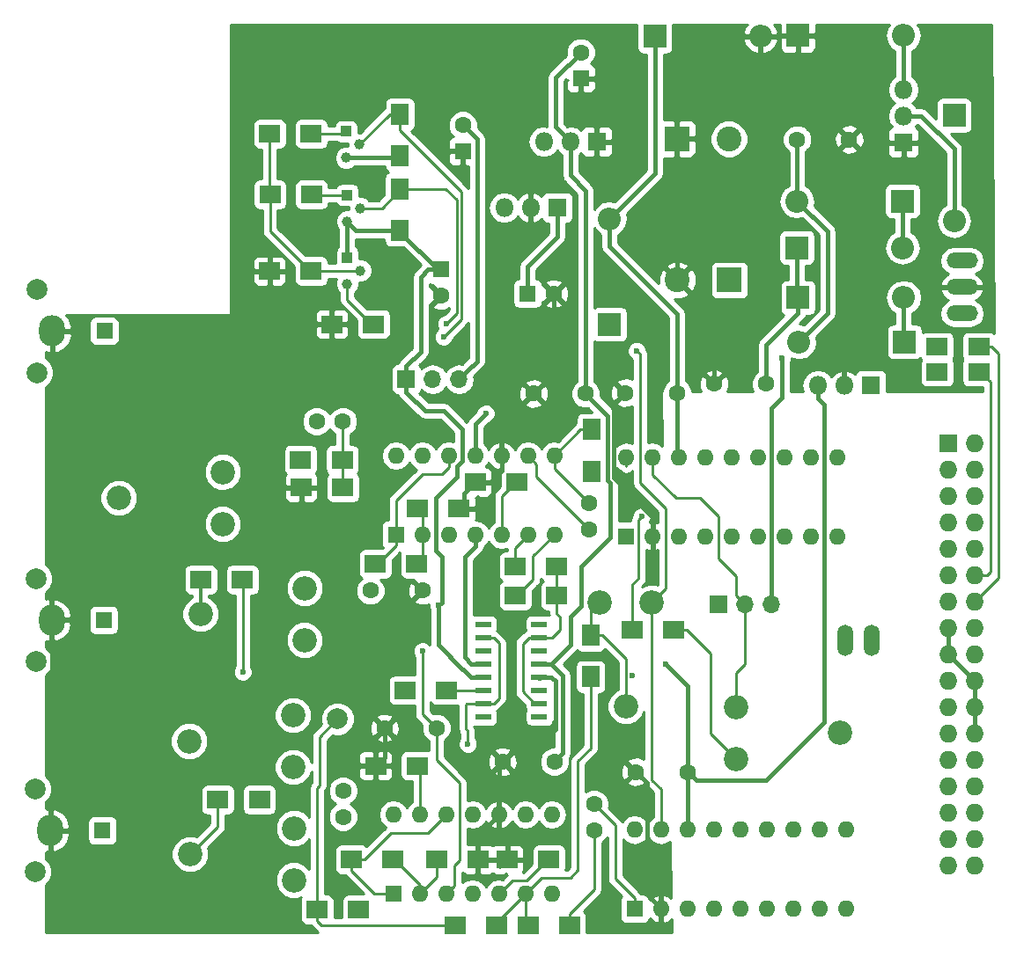
<source format=gbl>
G04 #@! TF.FileFunction,Copper,L2,Bot,Signal*
%FSLAX46Y46*%
G04 Gerber Fmt 4.6, Leading zero omitted, Abs format (unit mm)*
G04 Created by KiCad (PCBNEW 4.0.7-e2-6376~58~ubuntu16.04.1) date Thu Dec 14 21:04:02 2023*
%MOMM*%
%LPD*%
G01*
G04 APERTURE LIST*
%ADD10C,0.100000*%
%ADD11R,2.000000X1.700000*%
%ADD12C,1.000000*%
%ADD13R,1.000000X1.000000*%
%ADD14C,1.600000*%
%ADD15R,2.400000X2.400000*%
%ADD16C,2.400000*%
%ADD17R,1.600000X1.600000*%
%ADD18R,2.200000X2.200000*%
%ADD19O,2.200000X2.200000*%
%ADD20R,1.727200X1.727200*%
%ADD21O,1.727200X1.727200*%
%ADD22O,3.010000X1.510000*%
%ADD23O,2.500000X3.000000*%
%ADD24C,2.000000*%
%ADD25O,1.510000X3.010000*%
%ADD26R,1.700000X2.000000*%
%ADD27R,1.700000X1.700000*%
%ADD28O,1.700000X1.700000*%
%ADD29O,1.600000X1.600000*%
%ADD30R,1.500000X0.600000*%
%ADD31R,1.800000X1.800000*%
%ADD32O,1.800000X1.800000*%
%ADD33C,2.340000*%
%ADD34C,0.600000*%
%ADD35C,0.400000*%
%ADD36C,0.250000*%
%ADD37C,0.254000*%
G04 APERTURE END LIST*
D10*
D11*
X222282000Y-121158000D03*
X226282000Y-121158000D03*
D12*
X208050000Y-52340000D03*
X206780000Y-53610000D03*
D13*
X206780000Y-51070000D03*
D14*
X238620000Y-76240000D03*
X233620000Y-76240000D03*
X239650000Y-112730000D03*
X234650000Y-112730000D03*
X230632000Y-118324000D03*
X230632000Y-115824000D03*
X230124000Y-89368000D03*
X230124000Y-86868000D03*
D15*
X243640000Y-65390000D03*
D16*
X238640000Y-65390000D03*
D15*
X238600000Y-51800000D03*
D16*
X243600000Y-51800000D03*
D14*
X214120000Y-95280000D03*
X209120000Y-95280000D03*
X255160000Y-51860000D03*
X250160000Y-51860000D03*
X247190000Y-75390000D03*
X242190000Y-75390000D03*
X210470000Y-108510000D03*
X215470000Y-108510000D03*
D17*
X229350000Y-45980000D03*
D14*
X229350000Y-43480000D03*
X229800000Y-76320000D03*
X224800000Y-76320000D03*
X226820000Y-111750000D03*
X221820000Y-111750000D03*
D17*
X224240000Y-66690000D03*
D14*
X226740000Y-66690000D03*
D17*
X215880000Y-64380000D03*
D14*
X215880000Y-66880000D03*
D17*
X218020000Y-52990000D03*
D14*
X218020000Y-50490000D03*
X206462000Y-78994000D03*
X203962000Y-78994000D03*
X206502000Y-114554000D03*
X206502000Y-117054000D03*
D18*
X260480000Y-71340000D03*
D19*
X250320000Y-71340000D03*
D18*
X250240000Y-67070000D03*
D19*
X260400000Y-67070000D03*
D18*
X250130000Y-62270000D03*
D19*
X260290000Y-62270000D03*
D18*
X260290000Y-57790000D03*
D19*
X250130000Y-57790000D03*
D18*
X232120000Y-69640000D03*
D19*
X232120000Y-59480000D03*
D18*
X265240000Y-49530000D03*
D19*
X265240000Y-59690000D03*
D18*
X250220000Y-41840000D03*
D19*
X260380000Y-41840000D03*
D18*
X236470000Y-41910000D03*
D19*
X246630000Y-41910000D03*
D20*
X264670000Y-81100000D03*
D21*
X267210000Y-81100000D03*
X264670000Y-83640000D03*
X267210000Y-83640000D03*
X264670000Y-86180000D03*
X267210000Y-86180000D03*
X264670000Y-88720000D03*
X267210000Y-88720000D03*
X264670000Y-91260000D03*
X267210000Y-91260000D03*
X264670000Y-93800000D03*
X267210000Y-93800000D03*
X264670000Y-96340000D03*
X267210000Y-96340000D03*
X264670000Y-98880000D03*
X267210000Y-98880000D03*
X264670000Y-101420000D03*
X267210000Y-101420000D03*
X264670000Y-103960000D03*
X267210000Y-103960000D03*
X264670000Y-106500000D03*
X267210000Y-106500000D03*
X264670000Y-109040000D03*
X267210000Y-109040000D03*
X264670000Y-111580000D03*
X267210000Y-111580000D03*
X264670000Y-114120000D03*
X267210000Y-114120000D03*
X264670000Y-116660000D03*
X267210000Y-116660000D03*
X264670000Y-119200000D03*
X267210000Y-119200000D03*
X264670000Y-121740000D03*
X267210000Y-121740000D03*
D22*
X266010000Y-63520000D03*
X266010000Y-66060000D03*
X266010000Y-68600000D03*
D17*
X183480000Y-98110000D03*
D23*
X178480000Y-98110000D03*
D24*
X176980000Y-94110000D03*
X176980000Y-102110000D03*
D17*
X183348000Y-118364000D03*
D23*
X178348000Y-118364000D03*
D24*
X176848000Y-114364000D03*
X176848000Y-122364000D03*
D17*
X183538000Y-70294000D03*
D23*
X178538000Y-70294000D03*
D24*
X177038000Y-66294000D03*
X177038000Y-74294000D03*
X205960000Y-107640000D03*
D25*
X257330000Y-100076000D03*
X254790000Y-100076000D03*
D12*
X208150000Y-58470000D03*
X206880000Y-59740000D03*
D13*
X206880000Y-57200000D03*
D12*
X208170000Y-64480000D03*
X206900000Y-65750000D03*
D13*
X206900000Y-63210000D03*
D11*
X227044000Y-95758000D03*
X223044000Y-95758000D03*
X203994000Y-125984000D03*
X207994000Y-125984000D03*
X238252000Y-99060000D03*
X234252000Y-99060000D03*
D26*
X230378000Y-83788000D03*
X230378000Y-79788000D03*
D11*
X224282000Y-127508000D03*
X228282000Y-127508000D03*
D26*
X230290000Y-103570000D03*
X230290000Y-99570000D03*
D11*
X219234000Y-84836000D03*
X223234000Y-84836000D03*
X217234000Y-127508000D03*
X221234000Y-127508000D03*
X227044000Y-92964000D03*
X223044000Y-92964000D03*
X192818000Y-94230000D03*
X196818000Y-94230000D03*
X212460000Y-104880000D03*
X216460000Y-104880000D03*
X217646000Y-87376000D03*
X213646000Y-87376000D03*
X219456000Y-121158000D03*
X215456000Y-121158000D03*
X209582000Y-92710000D03*
X213582000Y-92710000D03*
X207296000Y-121158000D03*
X211296000Y-121158000D03*
X202470000Y-85344000D03*
X206470000Y-85344000D03*
X209620000Y-112150000D03*
X213620000Y-112150000D03*
X202410000Y-82680000D03*
X206410000Y-82680000D03*
X194440000Y-115410000D03*
X198440000Y-115410000D03*
X263620000Y-71830000D03*
X267620000Y-71830000D03*
D26*
X211930000Y-60600000D03*
X211930000Y-56600000D03*
D11*
X263620000Y-74210000D03*
X267620000Y-74210000D03*
D26*
X211960000Y-53420000D03*
X211960000Y-49420000D03*
D11*
X199454000Y-57150000D03*
X203454000Y-57150000D03*
X199422000Y-51308000D03*
X203422000Y-51308000D03*
X203422000Y-64516000D03*
X199422000Y-64516000D03*
X209420000Y-69640000D03*
X205420000Y-69640000D03*
D27*
X212560000Y-74930000D03*
D28*
X215100000Y-74930000D03*
X217640000Y-74930000D03*
D27*
X242610000Y-96590000D03*
D28*
X245150000Y-96590000D03*
X247690000Y-96590000D03*
D17*
X234530000Y-125920000D03*
D29*
X254850000Y-118300000D03*
X237070000Y-125920000D03*
X252310000Y-118300000D03*
X239610000Y-125920000D03*
X249770000Y-118300000D03*
X242150000Y-125920000D03*
X247230000Y-118300000D03*
X244690000Y-125920000D03*
X244690000Y-118300000D03*
X247230000Y-125920000D03*
X242150000Y-118300000D03*
X249770000Y-125920000D03*
X239610000Y-118300000D03*
X252310000Y-125920000D03*
X237070000Y-118300000D03*
X254850000Y-125920000D03*
X234530000Y-118300000D03*
D17*
X233720000Y-90040000D03*
D29*
X254040000Y-82420000D03*
X236260000Y-90040000D03*
X251500000Y-82420000D03*
X238800000Y-90040000D03*
X248960000Y-82420000D03*
X241340000Y-90040000D03*
X246420000Y-82420000D03*
X243880000Y-90040000D03*
X243880000Y-82420000D03*
X246420000Y-90040000D03*
X241340000Y-82420000D03*
X248960000Y-90040000D03*
X238800000Y-82420000D03*
X251500000Y-90040000D03*
X236260000Y-82420000D03*
X254040000Y-90040000D03*
X233720000Y-82420000D03*
D30*
X225360000Y-98535000D03*
X225360000Y-99805000D03*
X225360000Y-101075000D03*
X225360000Y-102345000D03*
X225360000Y-103615000D03*
X225360000Y-104885000D03*
X225360000Y-106155000D03*
X225360000Y-107425000D03*
X219960000Y-107425000D03*
X219960000Y-106155000D03*
X219960000Y-104885000D03*
X219960000Y-103615000D03*
X219960000Y-102345000D03*
X219960000Y-101075000D03*
X219960000Y-99805000D03*
X219960000Y-98535000D03*
D31*
X257230000Y-75530000D03*
D32*
X254690000Y-75530000D03*
X252150000Y-75530000D03*
D31*
X260390000Y-52160000D03*
D32*
X260390000Y-49620000D03*
X260390000Y-47080000D03*
D31*
X230886000Y-52070000D03*
D32*
X228346000Y-52070000D03*
X225806000Y-52070000D03*
D33*
X236180000Y-96426000D03*
X233680000Y-106426000D03*
X231180000Y-96426000D03*
X244254000Y-106466000D03*
X254254000Y-108966000D03*
X244254000Y-111466000D03*
X202786000Y-100036000D03*
X192786000Y-97536000D03*
X202786000Y-95036000D03*
X201676000Y-112268000D03*
X191676000Y-109768000D03*
X201676000Y-107268000D03*
X194912000Y-88860000D03*
X184912000Y-86360000D03*
X194912000Y-83860000D03*
X201770000Y-123150000D03*
X191770000Y-120650000D03*
X201770000Y-118150000D03*
D17*
X211328000Y-124460000D03*
D29*
X226568000Y-116840000D03*
X213868000Y-124460000D03*
X224028000Y-116840000D03*
X216408000Y-124460000D03*
X221488000Y-116840000D03*
X218948000Y-124460000D03*
X218948000Y-116840000D03*
X221488000Y-124460000D03*
X216408000Y-116840000D03*
X224028000Y-124460000D03*
X213868000Y-116840000D03*
X226568000Y-124460000D03*
X211328000Y-116840000D03*
D17*
X211582000Y-89916000D03*
D29*
X226822000Y-82296000D03*
X214122000Y-89916000D03*
X224282000Y-82296000D03*
X216662000Y-89916000D03*
X221742000Y-82296000D03*
X219202000Y-89916000D03*
X219202000Y-82296000D03*
X221742000Y-89916000D03*
X216662000Y-82296000D03*
X224282000Y-89916000D03*
X214122000Y-82296000D03*
X226822000Y-89916000D03*
X211582000Y-82296000D03*
D31*
X227076000Y-58420000D03*
D32*
X224536000Y-58420000D03*
X221996000Y-58420000D03*
D34*
X237530000Y-102350000D03*
X219960000Y-102345000D03*
X209620000Y-112150000D03*
X226590000Y-108920000D03*
X254670000Y-64740000D03*
X225360000Y-103615000D03*
X234330000Y-103480000D03*
X205130000Y-66880000D03*
X199350000Y-66400000D03*
X225360000Y-101075000D03*
X214122000Y-101092000D03*
X219960000Y-101075000D03*
X220218000Y-78232000D03*
X215670000Y-96690000D03*
X248666000Y-72898000D03*
X198440000Y-115410000D03*
X219960000Y-98535000D03*
X225360000Y-98535000D03*
X225360000Y-107425000D03*
X219960000Y-107425000D03*
X209420000Y-69640000D03*
X218490000Y-110040000D03*
X216408000Y-69596000D03*
X263620000Y-71830000D03*
X216154000Y-70866000D03*
X263620000Y-74210000D03*
X207994000Y-125984000D03*
X230378000Y-83788000D03*
X235204000Y-88138000D03*
X196850000Y-103124000D03*
X225360000Y-104885000D03*
X212460000Y-104880000D03*
X202410000Y-82680000D03*
X234729347Y-72197990D03*
D35*
X252730000Y-107950000D02*
X247150001Y-113529999D01*
X247150001Y-113529999D02*
X240449999Y-113529999D01*
X240449999Y-113529999D02*
X239650000Y-112730000D01*
X252730000Y-77382792D02*
X252730000Y-107950000D01*
X252150000Y-75530000D02*
X252150000Y-76802792D01*
X252150000Y-76802792D02*
X252730000Y-77382792D01*
X219960000Y-102345000D02*
X218810000Y-102345000D01*
X218810000Y-102345000D02*
X218186000Y-101721000D01*
X218186000Y-101721000D02*
X218186000Y-92063370D01*
X218186000Y-92063370D02*
X219202000Y-91047370D01*
X219202000Y-91047370D02*
X219202000Y-89916000D01*
X224240000Y-64050000D02*
X227076000Y-61214000D01*
X227076000Y-61214000D02*
X227076000Y-58420000D01*
X224240000Y-66690000D02*
X224240000Y-64050000D01*
X237530000Y-102350000D02*
X239650000Y-104470000D01*
X239650000Y-104470000D02*
X239650000Y-112730000D01*
X232120000Y-62150000D02*
X238620000Y-68650000D01*
X238620000Y-68650000D02*
X238620000Y-76240000D01*
X232120000Y-59480000D02*
X232120000Y-62150000D01*
X238620000Y-76240000D02*
X238620000Y-82240000D01*
X238620000Y-82240000D02*
X238800000Y-82420000D01*
X239610000Y-118300000D02*
X239610000Y-112770000D01*
X239610000Y-112770000D02*
X239650000Y-112730000D01*
X232120000Y-59480000D02*
X236470000Y-55130000D01*
X236470000Y-55130000D02*
X236470000Y-41910000D01*
X210470000Y-108510000D02*
X210470000Y-111300000D01*
X210470000Y-111300000D02*
X209620000Y-112150000D01*
X226590000Y-108920000D02*
X226889999Y-108620001D01*
X226889999Y-108620001D02*
X226889999Y-103994999D01*
X226889999Y-103994999D02*
X226510000Y-103615000D01*
X226510000Y-103615000D02*
X225360000Y-103615000D01*
X230886000Y-52070000D02*
X230886000Y-50800000D01*
X229350000Y-45980000D02*
X230550000Y-45980000D01*
X230550000Y-45980000D02*
X230886000Y-46316000D01*
X230886000Y-46316000D02*
X230886000Y-50800000D01*
X232519999Y-84437999D02*
X236260000Y-88178000D01*
X236260000Y-88178000D02*
X236260000Y-90040000D01*
X233620000Y-76240000D02*
X232519999Y-77340001D01*
X232519999Y-77340001D02*
X232519999Y-84437999D01*
X219234000Y-84836000D02*
X220634000Y-84836000D01*
X220634000Y-84836000D02*
X221742000Y-83728000D01*
X221742000Y-83728000D02*
X221742000Y-83427370D01*
X221742000Y-83427370D02*
X221742000Y-82296000D01*
X218154000Y-87376000D02*
X218154000Y-85916000D01*
X218154000Y-85916000D02*
X219234000Y-84836000D01*
X199422000Y-64516000D02*
X199422000Y-66328000D01*
X199422000Y-66328000D02*
X199350000Y-66400000D01*
X234650000Y-112730000D02*
X235730001Y-113810001D01*
X235730001Y-113810001D02*
X235730001Y-124580001D01*
X235730001Y-124580001D02*
X237070000Y-125920000D01*
X219456000Y-121158000D02*
X219456000Y-118872000D01*
X219456000Y-118872000D02*
X221488000Y-116840000D01*
X221488000Y-116840000D02*
X221488000Y-112082000D01*
X221488000Y-112082000D02*
X221820000Y-111750000D01*
X218154000Y-87376000D02*
X218304000Y-87376000D01*
X254690000Y-75530000D02*
X254690000Y-64760000D01*
X254690000Y-64760000D02*
X254670000Y-64740000D01*
X238640000Y-65390000D02*
X242190000Y-68940000D01*
X242190000Y-68940000D02*
X242190000Y-75390000D01*
X250220000Y-41840000D02*
X250220000Y-46920000D01*
X250220000Y-46920000D02*
X255160000Y-51860000D01*
X226740000Y-66690000D02*
X226740000Y-74380000D01*
X226740000Y-74380000D02*
X224800000Y-76320000D01*
X178480000Y-98110000D02*
X178480000Y-111620000D01*
X178480000Y-111620000D02*
X178430000Y-111670000D01*
X178540000Y-98050000D02*
X178480000Y-98110000D01*
X202740000Y-69660000D02*
X205400000Y-69660000D01*
X205400000Y-69660000D02*
X205420000Y-69640000D01*
X238600000Y-51800000D02*
X238600000Y-65350000D01*
X238600000Y-65350000D02*
X238640000Y-65390000D01*
X199350000Y-66400000D02*
X199350000Y-66600000D01*
X199350000Y-66600000D02*
X202410000Y-69660000D01*
X202410000Y-69660000D02*
X202740000Y-69660000D01*
D36*
X221488000Y-121952000D02*
X222282000Y-121158000D01*
X228282000Y-127508000D02*
X228282000Y-126408000D01*
X228282000Y-126408000D02*
X230632000Y-124058000D01*
X230632000Y-124058000D02*
X230632000Y-119455370D01*
X230632000Y-119455370D02*
X230632000Y-118324000D01*
X234530000Y-118316000D02*
X234530000Y-118300000D01*
X230632000Y-115824000D02*
X232664000Y-117856000D01*
X232664000Y-117856000D02*
X232664000Y-123004000D01*
X232664000Y-123004000D02*
X234530000Y-124870000D01*
X234530000Y-124870000D02*
X234530000Y-125920000D01*
X224282000Y-82296000D02*
X225081999Y-83095999D01*
X225081999Y-83095999D02*
X225081999Y-84325999D01*
X225081999Y-84325999D02*
X230124000Y-89368000D01*
X224410000Y-82480000D02*
X224460000Y-82430000D01*
X226822000Y-82296000D02*
X229330000Y-79788000D01*
X229330000Y-79788000D02*
X230378000Y-79788000D01*
X230124000Y-86868000D02*
X226822000Y-83566000D01*
X226822000Y-83566000D02*
X226822000Y-82296000D01*
X231088000Y-79788000D02*
X230378000Y-79788000D01*
X233720000Y-83272000D02*
X233720000Y-82420000D01*
D35*
X250240000Y-67070000D02*
X250240000Y-68570000D01*
X250240000Y-68570000D02*
X247190000Y-71620000D01*
X247190000Y-71620000D02*
X247190000Y-75390000D01*
X250130000Y-62270000D02*
X250130000Y-66960000D01*
X250130000Y-66960000D02*
X250240000Y-67070000D01*
X265240000Y-55626000D02*
X265240000Y-52780000D01*
X265240000Y-58930000D02*
X265240000Y-55626000D01*
X265240000Y-55626000D02*
X265240000Y-59690000D01*
X265240000Y-52780000D02*
X262080000Y-49620000D01*
X262080000Y-49620000D02*
X260390000Y-49620000D01*
X250160000Y-51860000D02*
X250160000Y-57760000D01*
X250160000Y-57760000D02*
X250130000Y-57790000D01*
X253060000Y-60720000D02*
X253060000Y-68600000D01*
X253060000Y-68600000D02*
X250320000Y-71340000D01*
X250130000Y-57790000D02*
X253060000Y-60720000D01*
D36*
X217678000Y-113792000D02*
X215470000Y-111584000D01*
X215470000Y-111584000D02*
X215470000Y-108510000D01*
X217678000Y-121233998D02*
X217678000Y-113792000D01*
X217207999Y-121703999D02*
X217678000Y-121233998D01*
X216408000Y-124460000D02*
X217207999Y-123660001D01*
X217207999Y-123660001D02*
X217207999Y-121703999D01*
X214122000Y-101092000D02*
X214122000Y-107162000D01*
X214122000Y-107162000D02*
X215470000Y-108510000D01*
D35*
X226920000Y-49347208D02*
X226920000Y-50644000D01*
X226920000Y-50644000D02*
X228346000Y-52070000D01*
X229800000Y-76320000D02*
X229800000Y-75188630D01*
X229800000Y-75188630D02*
X229810000Y-75178630D01*
X229810000Y-75178630D02*
X229810000Y-56780000D01*
X229810000Y-56780000D02*
X228346000Y-55316000D01*
X228346000Y-55316000D02*
X228346000Y-52070000D01*
X230599999Y-77119999D02*
X229800000Y-76320000D01*
X231919988Y-78439988D02*
X230599999Y-77119999D01*
X232156000Y-84922543D02*
X231919988Y-84686531D01*
X232156000Y-90170000D02*
X232156000Y-84922543D01*
X229362000Y-92964000D02*
X232156000Y-90170000D01*
X228346000Y-97790000D02*
X229362000Y-96774000D01*
X226510000Y-102345000D02*
X228346000Y-100509000D01*
X229362000Y-96774000D02*
X229362000Y-92964000D01*
X228346000Y-100509000D02*
X228346000Y-97790000D01*
X231919988Y-84686531D02*
X231919988Y-78439988D01*
X227584000Y-103419000D02*
X227584000Y-108712000D01*
X227619999Y-110950001D02*
X226820000Y-111750000D01*
X227584000Y-108712000D02*
X227619999Y-108747999D01*
X227619999Y-108747999D02*
X227619999Y-110950001D01*
X225360000Y-102345000D02*
X226510000Y-102345000D01*
X226510000Y-102345000D02*
X227584000Y-103419000D01*
X219202000Y-82296000D02*
X219202000Y-79248000D01*
X219202000Y-79248000D02*
X220218000Y-78232000D01*
X225360000Y-102345000D02*
X224910000Y-102345000D01*
X226920000Y-49347208D02*
X226920000Y-45910000D01*
X226920000Y-45910000D02*
X229350000Y-43480000D01*
X260380000Y-41840000D02*
X260380000Y-47070000D01*
X260380000Y-47070000D02*
X260390000Y-47080000D01*
X216154000Y-77978000D02*
X214358000Y-77978000D01*
X214358000Y-77978000D02*
X212560000Y-76180000D01*
X212560000Y-76180000D02*
X212560000Y-74930000D01*
X217932000Y-79756000D02*
X216154000Y-77978000D01*
X217932000Y-82804000D02*
X217932000Y-79756000D01*
X217424000Y-83312000D02*
X217932000Y-82804000D01*
X217424000Y-84328000D02*
X217424000Y-83312000D01*
X216916000Y-84836000D02*
X217424000Y-84328000D01*
X215392000Y-86360000D02*
X216916000Y-84836000D01*
X215392000Y-89662000D02*
X215392000Y-86360000D01*
X215392000Y-91440000D02*
X215392000Y-89662000D01*
X215969999Y-92017999D02*
X215392000Y-91440000D01*
X215670000Y-96690000D02*
X215969999Y-96390001D01*
X215969999Y-96390001D02*
X215969999Y-92017999D01*
X206780000Y-53610000D02*
X211770000Y-53610000D01*
X211770000Y-53610000D02*
X211960000Y-53420000D01*
X206880000Y-59740000D02*
X207740000Y-60600000D01*
X207740000Y-60600000D02*
X211930000Y-60600000D01*
X215670000Y-100510000D02*
X215670000Y-96690000D01*
X219960000Y-103615000D02*
X218810000Y-103615000D01*
X218810000Y-103615000D02*
X218025000Y-102830000D01*
X218025000Y-102830000D02*
X217990000Y-102830000D01*
X217990000Y-102830000D02*
X215670000Y-100510000D01*
X213970000Y-72270000D02*
X213970000Y-65090000D01*
X213970000Y-65090000D02*
X214680000Y-64380000D01*
X214680000Y-64380000D02*
X215880000Y-64380000D01*
X212560000Y-74930000D02*
X212560000Y-73680000D01*
X212560000Y-73680000D02*
X213970000Y-72270000D01*
X211930000Y-60600000D02*
X211930000Y-60750000D01*
X211930000Y-60750000D02*
X215560000Y-64380000D01*
X215560000Y-64380000D02*
X215880000Y-64380000D01*
X206880000Y-59740000D02*
X206880000Y-63190000D01*
X206880000Y-63190000D02*
X206900000Y-63210000D01*
X218489999Y-74080001D02*
X217640000Y-74930000D01*
X219380000Y-73190000D02*
X218489999Y-74080001D01*
X219380000Y-51850000D02*
X219380000Y-73190000D01*
X218020000Y-50490000D02*
X219380000Y-51850000D01*
X247650000Y-77724000D02*
X248666000Y-76708000D01*
X248666000Y-76708000D02*
X248666000Y-72898000D01*
X247650000Y-88646000D02*
X247650000Y-77724000D01*
X247690000Y-88686000D02*
X247650000Y-88646000D01*
X247690000Y-96590000D02*
X247690000Y-88686000D01*
D36*
X206470000Y-85344000D02*
X206470000Y-82740000D01*
X206470000Y-82740000D02*
X206410000Y-82680000D01*
X206460000Y-80127370D02*
X206460000Y-82630000D01*
X206462000Y-78994000D02*
X206462000Y-80125370D01*
X206462000Y-80125370D02*
X206460000Y-80127370D01*
X206460000Y-82630000D02*
X206410000Y-82680000D01*
X213868000Y-116840000D02*
X213868000Y-112398000D01*
X213868000Y-112398000D02*
X213620000Y-112150000D01*
X213470000Y-112150000D02*
X213620000Y-112150000D01*
D35*
X260400000Y-67070000D02*
X260400000Y-71260000D01*
X260400000Y-71260000D02*
X260480000Y-71340000D01*
X260290000Y-62270000D02*
X260290000Y-57790000D01*
D36*
X267210000Y-93800000D02*
X268431314Y-93800000D01*
X268431314Y-93800000D02*
X268730000Y-93501314D01*
X268730000Y-93501314D02*
X268730000Y-75170000D01*
X268730000Y-75170000D02*
X267770000Y-74210000D01*
X267770000Y-74210000D02*
X267620000Y-74210000D01*
X267620000Y-71830000D02*
X268870000Y-71830000D01*
X268870000Y-71830000D02*
X269510000Y-72470000D01*
X269510000Y-72470000D02*
X269510000Y-94040000D01*
X269510000Y-94040000D02*
X267210000Y-96340000D01*
D35*
X264670000Y-101420000D02*
X267210000Y-103960000D01*
X267210000Y-106500000D02*
X267210000Y-109040000D01*
X267210000Y-103960000D02*
X267210000Y-106500000D01*
X264670000Y-98880000D02*
X264670000Y-101420000D01*
D36*
X206900000Y-65750000D02*
X206900000Y-67270000D01*
X206900000Y-67270000D02*
X209270000Y-69640000D01*
X209270000Y-69640000D02*
X209420000Y-69640000D01*
X217234000Y-127508000D02*
X204418000Y-127508000D01*
X204418000Y-127508000D02*
X203994000Y-127084000D01*
X203994000Y-127084000D02*
X203994000Y-125984000D01*
X203994000Y-114268000D02*
X203994000Y-125984000D01*
X204216000Y-114046000D02*
X204216000Y-109384000D01*
X203994000Y-114268000D02*
X204216000Y-114046000D01*
X204216000Y-109384000D02*
X205960000Y-107640000D01*
X218490000Y-110040000D02*
X218490000Y-108790000D01*
X218490000Y-108790000D02*
X218280000Y-108580000D01*
X218280000Y-108580000D02*
X218280000Y-106210000D01*
X218335000Y-106155000D02*
X219960000Y-106155000D01*
X218280000Y-106210000D02*
X218335000Y-106155000D01*
X219960000Y-106155000D02*
X220960000Y-106155000D01*
X220960000Y-106155000D02*
X221480000Y-105635000D01*
X221480000Y-105635000D02*
X221480000Y-105085000D01*
X221480000Y-105085000D02*
X221490000Y-105075000D01*
X221490000Y-105075000D02*
X221490000Y-100335000D01*
X221490000Y-100335000D02*
X220960000Y-99805000D01*
X220960000Y-99805000D02*
X219960000Y-99805000D01*
X217424000Y-57658000D02*
X216366000Y-56600000D01*
X216366000Y-56600000D02*
X211930000Y-56600000D01*
X217424000Y-68580000D02*
X217424000Y-57658000D01*
X216408000Y-69596000D02*
X217424000Y-68580000D01*
X208150000Y-58470000D02*
X210210000Y-58470000D01*
X210210000Y-58470000D02*
X211930000Y-56750000D01*
X211930000Y-56750000D02*
X211930000Y-56600000D01*
X206880000Y-57200000D02*
X203504000Y-57200000D01*
X203504000Y-57200000D02*
X203454000Y-57150000D01*
X216453999Y-70566001D02*
X216154000Y-70866000D01*
X217874011Y-69145989D02*
X216453999Y-70566001D01*
X217874011Y-56899009D02*
X217874011Y-69145989D01*
X211960000Y-49420000D02*
X211960000Y-50984998D01*
X211960000Y-50984998D02*
X217874011Y-56899009D01*
X208050000Y-52340000D02*
X210970000Y-49420000D01*
X210970000Y-49420000D02*
X211960000Y-49420000D01*
X203422000Y-51308000D02*
X206542000Y-51308000D01*
X206542000Y-51308000D02*
X206780000Y-51070000D01*
X206440000Y-51410000D02*
X206780000Y-51070000D01*
X224758000Y-91980000D02*
X224758000Y-94234000D01*
X224758000Y-94234000D02*
X224718000Y-94234000D01*
X224718000Y-94234000D02*
X223194000Y-95758000D01*
X223194000Y-95758000D02*
X223044000Y-95758000D01*
X226822000Y-89916000D02*
X224758000Y-91980000D01*
X241808000Y-101366000D02*
X241808000Y-109020000D01*
X241808000Y-109020000D02*
X244254000Y-111466000D01*
X238252000Y-99060000D02*
X239502000Y-99060000D01*
X239502000Y-99060000D02*
X241808000Y-101366000D01*
X234252000Y-99060000D02*
X234252000Y-94742000D01*
X235204000Y-88138000D02*
X234904001Y-88437999D01*
X234904001Y-88437999D02*
X234904001Y-94089999D01*
X234904001Y-94089999D02*
X234252000Y-94742000D01*
X223044000Y-91154000D02*
X223044000Y-92964000D01*
X224282000Y-89916000D02*
X223044000Y-91154000D01*
X230290000Y-103570000D02*
X230290000Y-110490000D01*
X225552000Y-122936000D02*
X224028000Y-124460000D01*
X230290000Y-110490000D02*
X229076000Y-111704000D01*
X229076000Y-111704000D02*
X229076000Y-122206000D01*
X229076000Y-122206000D02*
X228346000Y-122936000D01*
X228346000Y-122936000D02*
X225552000Y-122936000D01*
X224028000Y-124460000D02*
X224028000Y-127254000D01*
X224028000Y-127254000D02*
X224282000Y-127508000D01*
X224028000Y-124460000D02*
X221234000Y-127254000D01*
X221234000Y-127254000D02*
X221234000Y-127508000D01*
X230290000Y-99570000D02*
X231390000Y-99570000D01*
X233680000Y-101860000D02*
X233680000Y-106426000D01*
X231390000Y-99570000D02*
X233680000Y-101860000D01*
X230290000Y-99570000D02*
X230290000Y-97060000D01*
X230290000Y-97060000D02*
X231070000Y-96280000D01*
X226132000Y-121158000D02*
X226282000Y-121158000D01*
X222761990Y-123186010D02*
X224103990Y-123186010D01*
X221488000Y-124460000D02*
X222761990Y-123186010D01*
X224103990Y-123186010D02*
X226132000Y-121158000D01*
X221450000Y-124950000D02*
X221930000Y-124470000D01*
X221742000Y-89916000D02*
X221742000Y-86178000D01*
X221742000Y-86178000D02*
X223084000Y-84836000D01*
X223084000Y-84836000D02*
X223234000Y-84836000D01*
X221742000Y-89916000D02*
X221742000Y-88210000D01*
X192786000Y-97536000D02*
X192786000Y-94262000D01*
X192786000Y-94262000D02*
X192818000Y-94230000D01*
X192710000Y-94230000D02*
X192710000Y-97460000D01*
X192710000Y-97460000D02*
X192786000Y-97536000D01*
X192820000Y-94340000D02*
X192710000Y-94230000D01*
X196850000Y-103124000D02*
X196850000Y-94262000D01*
X196850000Y-94262000D02*
X196818000Y-94230000D01*
X219960000Y-104885000D02*
X216465000Y-104885000D01*
X216465000Y-104885000D02*
X216460000Y-104880000D01*
X214122000Y-89916000D02*
X214122000Y-87852000D01*
X214122000Y-87852000D02*
X213646000Y-87376000D01*
X214122000Y-89916000D02*
X214122000Y-87598000D01*
X214122000Y-87598000D02*
X213900000Y-87376000D01*
X214122000Y-89916000D02*
X214122000Y-92170000D01*
X214122000Y-92170000D02*
X213582000Y-92710000D01*
X214344000Y-90138000D02*
X214122000Y-89916000D01*
X214154000Y-89884000D02*
X214122000Y-89916000D01*
X213868000Y-124460000D02*
X215456000Y-122872000D01*
X215456000Y-122872000D02*
X215456000Y-121158000D01*
X211296000Y-121158000D02*
X211446000Y-121158000D01*
X211446000Y-121158000D02*
X213868000Y-123580000D01*
X213868000Y-123580000D02*
X213868000Y-124460000D01*
X216662000Y-83427370D02*
X216015370Y-84074000D01*
X211582000Y-86614000D02*
X214122000Y-84074000D01*
X214122000Y-84074000D02*
X216015370Y-84074000D01*
X211582000Y-89916000D02*
X211582000Y-86614000D01*
X209582000Y-92710000D02*
X209838000Y-92710000D01*
X209838000Y-92710000D02*
X211582000Y-90966000D01*
X211582000Y-90966000D02*
X211582000Y-89916000D01*
X216662000Y-82296000D02*
X216662000Y-83427370D01*
X207296000Y-121158000D02*
X208546000Y-121158000D01*
X208546000Y-121158000D02*
X211086000Y-118618000D01*
X211086000Y-118618000D02*
X214630000Y-118618000D01*
X214630000Y-118618000D02*
X216408000Y-116840000D01*
X207296000Y-121158000D02*
X207296000Y-122258000D01*
X207296000Y-122258000D02*
X209498000Y-124460000D01*
X209498000Y-124460000D02*
X211328000Y-124460000D01*
X194440000Y-115410000D02*
X194440000Y-117980000D01*
X194440000Y-117980000D02*
X191770000Y-120650000D01*
X199454000Y-57150000D02*
X199454000Y-60698000D01*
X199454000Y-60698000D02*
X203272000Y-64516000D01*
X203272000Y-64516000D02*
X203422000Y-64516000D01*
X208170000Y-64480000D02*
X203458000Y-64480000D01*
X203458000Y-64480000D02*
X203422000Y-64516000D01*
X199422000Y-51308000D02*
X199422000Y-57118000D01*
X199422000Y-57118000D02*
X199454000Y-57150000D01*
X223774000Y-100391000D02*
X223774000Y-105019000D01*
X223774000Y-105019000D02*
X224910000Y-106155000D01*
X224910000Y-106155000D02*
X225360000Y-106155000D01*
X225360000Y-99805000D02*
X224360000Y-99805000D01*
X224360000Y-99805000D02*
X223774000Y-100391000D01*
X227330000Y-97790000D02*
X227330000Y-99060000D01*
X227044000Y-95758000D02*
X227044000Y-97504000D01*
X227044000Y-97504000D02*
X227330000Y-97790000D01*
X227044000Y-92964000D02*
X227044000Y-95758000D01*
X227044000Y-94996000D02*
X227044000Y-92964000D01*
X227330000Y-99060000D02*
X226585000Y-99805000D01*
X226585000Y-99805000D02*
X225360000Y-99805000D01*
X235029346Y-72497989D02*
X234729347Y-72197990D01*
X235068078Y-72536721D02*
X235029346Y-72497989D01*
X237490000Y-87376000D02*
X235068078Y-84954078D01*
X237490000Y-95116000D02*
X237490000Y-87376000D01*
X236180000Y-96426000D02*
X237490000Y-95116000D01*
X235068078Y-84954078D02*
X235068078Y-72536721D01*
X237070000Y-117168630D02*
X237070000Y-118300000D01*
X236180000Y-113517523D02*
X237070000Y-114407523D01*
X236180000Y-96426000D02*
X236180000Y-113517523D01*
X237070000Y-114407523D02*
X237070000Y-117168630D01*
X238506000Y-86360000D02*
X236260000Y-84114000D01*
X236260000Y-84114000D02*
X236260000Y-82420000D01*
X240792000Y-86360000D02*
X238506000Y-86360000D01*
X242570000Y-88138000D02*
X240792000Y-86360000D01*
X242570000Y-92202000D02*
X242570000Y-88138000D01*
X244300001Y-93932001D02*
X242570000Y-92202000D01*
X245150000Y-96590000D02*
X244300001Y-95740001D01*
X244300001Y-95740001D02*
X244300001Y-93932001D01*
X244254000Y-103218000D02*
X245150000Y-102322000D01*
X245150000Y-102322000D02*
X245150000Y-96590000D01*
X244254000Y-106466000D02*
X244254000Y-103218000D01*
D37*
G36*
X236055302Y-119342811D02*
X236520849Y-119653880D01*
X237070000Y-119763113D01*
X237619151Y-119653880D01*
X237952510Y-119431136D01*
X238059559Y-124917362D01*
X237807423Y-124688959D01*
X237419039Y-124528096D01*
X237197000Y-124650085D01*
X237197000Y-125793000D01*
X237217000Y-125793000D01*
X237217000Y-126047000D01*
X237197000Y-126047000D01*
X237197000Y-127189915D01*
X237419039Y-127311904D01*
X237807423Y-127151041D01*
X238098006Y-126887809D01*
X238122498Y-128143000D01*
X229929440Y-128143000D01*
X229929440Y-126658000D01*
X229885162Y-126422683D01*
X229746090Y-126206559D01*
X229634494Y-126130308D01*
X231169401Y-124595401D01*
X231334148Y-124348839D01*
X231392000Y-124058000D01*
X231392000Y-119562646D01*
X231443800Y-119541243D01*
X231847824Y-119137923D01*
X231904000Y-119002636D01*
X231904000Y-123004000D01*
X231961852Y-123294839D01*
X232126599Y-123541401D01*
X233263357Y-124678159D01*
X233133569Y-124868110D01*
X233082560Y-125120000D01*
X233082560Y-126720000D01*
X233126838Y-126955317D01*
X233265910Y-127171441D01*
X233478110Y-127316431D01*
X233730000Y-127367440D01*
X235330000Y-127367440D01*
X235565317Y-127323162D01*
X235781441Y-127184090D01*
X235926431Y-126971890D01*
X235958732Y-126812384D01*
X236332577Y-127151041D01*
X236720961Y-127311904D01*
X236943000Y-127189915D01*
X236943000Y-126047000D01*
X236923000Y-126047000D01*
X236923000Y-125793000D01*
X236943000Y-125793000D01*
X236943000Y-124650085D01*
X236720961Y-124528096D01*
X236332577Y-124688959D01*
X235959864Y-125026590D01*
X235933162Y-124884683D01*
X235794090Y-124668559D01*
X235581890Y-124523569D01*
X235330000Y-124472560D01*
X235160920Y-124472560D01*
X235067402Y-124332599D01*
X233424000Y-122689198D01*
X233424000Y-119206168D01*
X233515302Y-119342811D01*
X233980849Y-119653880D01*
X234530000Y-119763113D01*
X235079151Y-119653880D01*
X235544698Y-119342811D01*
X235800000Y-118960725D01*
X236055302Y-119342811D01*
X236055302Y-119342811D01*
G37*
X236055302Y-119342811D02*
X236520849Y-119653880D01*
X237070000Y-119763113D01*
X237619151Y-119653880D01*
X237952510Y-119431136D01*
X238059559Y-124917362D01*
X237807423Y-124688959D01*
X237419039Y-124528096D01*
X237197000Y-124650085D01*
X237197000Y-125793000D01*
X237217000Y-125793000D01*
X237217000Y-126047000D01*
X237197000Y-126047000D01*
X237197000Y-127189915D01*
X237419039Y-127311904D01*
X237807423Y-127151041D01*
X238098006Y-126887809D01*
X238122498Y-128143000D01*
X229929440Y-128143000D01*
X229929440Y-126658000D01*
X229885162Y-126422683D01*
X229746090Y-126206559D01*
X229634494Y-126130308D01*
X231169401Y-124595401D01*
X231334148Y-124348839D01*
X231392000Y-124058000D01*
X231392000Y-119562646D01*
X231443800Y-119541243D01*
X231847824Y-119137923D01*
X231904000Y-119002636D01*
X231904000Y-123004000D01*
X231961852Y-123294839D01*
X232126599Y-123541401D01*
X233263357Y-124678159D01*
X233133569Y-124868110D01*
X233082560Y-125120000D01*
X233082560Y-126720000D01*
X233126838Y-126955317D01*
X233265910Y-127171441D01*
X233478110Y-127316431D01*
X233730000Y-127367440D01*
X235330000Y-127367440D01*
X235565317Y-127323162D01*
X235781441Y-127184090D01*
X235926431Y-126971890D01*
X235958732Y-126812384D01*
X236332577Y-127151041D01*
X236720961Y-127311904D01*
X236943000Y-127189915D01*
X236943000Y-126047000D01*
X236923000Y-126047000D01*
X236923000Y-125793000D01*
X236943000Y-125793000D01*
X236943000Y-124650085D01*
X236720961Y-124528096D01*
X236332577Y-124688959D01*
X235959864Y-125026590D01*
X235933162Y-124884683D01*
X235794090Y-124668559D01*
X235581890Y-124523569D01*
X235330000Y-124472560D01*
X235160920Y-124472560D01*
X235067402Y-124332599D01*
X233424000Y-122689198D01*
X233424000Y-119206168D01*
X233515302Y-119342811D01*
X233980849Y-119653880D01*
X234530000Y-119763113D01*
X235079151Y-119653880D01*
X235544698Y-119342811D01*
X235800000Y-118960725D01*
X236055302Y-119342811D01*
G36*
X234722560Y-40810000D02*
X234722560Y-43010000D01*
X234766838Y-43245317D01*
X234905910Y-43461441D01*
X235118110Y-43606431D01*
X235370000Y-43657440D01*
X235635000Y-43657440D01*
X235635000Y-54784132D01*
X232610547Y-57808585D01*
X232120000Y-57711009D01*
X231456044Y-57843078D01*
X230893170Y-58219179D01*
X230645000Y-58590591D01*
X230645000Y-56780000D01*
X230627098Y-56690000D01*
X230581440Y-56460460D01*
X230400434Y-56189566D01*
X229181000Y-54970132D01*
X229181000Y-53342820D01*
X229394122Y-53200417D01*
X229447673Y-53329699D01*
X229626302Y-53508327D01*
X229859691Y-53605000D01*
X230600250Y-53605000D01*
X230759000Y-53446250D01*
X230759000Y-52197000D01*
X231013000Y-52197000D01*
X231013000Y-53446250D01*
X231171750Y-53605000D01*
X231912309Y-53605000D01*
X232145698Y-53508327D01*
X232324327Y-53329699D01*
X232421000Y-53096310D01*
X232421000Y-52355750D01*
X232262250Y-52197000D01*
X231013000Y-52197000D01*
X230759000Y-52197000D01*
X230739000Y-52197000D01*
X230739000Y-51943000D01*
X230759000Y-51943000D01*
X230759000Y-50693750D01*
X231013000Y-50693750D01*
X231013000Y-51943000D01*
X232262250Y-51943000D01*
X232421000Y-51784250D01*
X232421000Y-51043690D01*
X232324327Y-50810301D01*
X232145698Y-50631673D01*
X231912309Y-50535000D01*
X231171750Y-50535000D01*
X231013000Y-50693750D01*
X230759000Y-50693750D01*
X230600250Y-50535000D01*
X229859691Y-50535000D01*
X229626302Y-50631673D01*
X229447673Y-50810301D01*
X229394122Y-50939583D01*
X228963491Y-50651845D01*
X228376072Y-50535000D01*
X228315928Y-50535000D01*
X228045633Y-50588765D01*
X227755000Y-50298132D01*
X227755000Y-46255868D01*
X227915000Y-46095868D01*
X227915000Y-46107002D01*
X228073748Y-46107002D01*
X227915000Y-46265750D01*
X227915000Y-46906309D01*
X228011673Y-47139698D01*
X228190301Y-47318327D01*
X228423690Y-47415000D01*
X229064250Y-47415000D01*
X229223000Y-47256250D01*
X229223000Y-46107000D01*
X229477000Y-46107000D01*
X229477000Y-47256250D01*
X229635750Y-47415000D01*
X230276310Y-47415000D01*
X230509699Y-47318327D01*
X230688327Y-47139698D01*
X230785000Y-46906309D01*
X230785000Y-46265750D01*
X230626250Y-46107000D01*
X229477000Y-46107000D01*
X229223000Y-46107000D01*
X229203000Y-46107000D01*
X229203000Y-45853000D01*
X229223000Y-45853000D01*
X229223000Y-45833000D01*
X229477000Y-45833000D01*
X229477000Y-45853000D01*
X230626250Y-45853000D01*
X230785000Y-45694250D01*
X230785000Y-45053691D01*
X230688327Y-44820302D01*
X230509699Y-44641673D01*
X230303165Y-44556124D01*
X230565824Y-44293923D01*
X230784750Y-43766691D01*
X230785248Y-43195813D01*
X230567243Y-42668200D01*
X230163923Y-42264176D01*
X229636691Y-42045250D01*
X229065813Y-42044752D01*
X228538200Y-42262757D01*
X228134176Y-42666077D01*
X227915250Y-43193309D01*
X227914778Y-43734354D01*
X226329566Y-45319566D01*
X226148561Y-45590459D01*
X226085000Y-45910000D01*
X226085000Y-50584515D01*
X225836072Y-50535000D01*
X225775928Y-50535000D01*
X225188509Y-50651845D01*
X224690519Y-50984591D01*
X224357773Y-51482581D01*
X224240928Y-52070000D01*
X224357773Y-52657419D01*
X224690519Y-53155409D01*
X225188509Y-53488155D01*
X225775928Y-53605000D01*
X225836072Y-53605000D01*
X226423491Y-53488155D01*
X226921481Y-53155409D01*
X227076000Y-52924155D01*
X227230519Y-53155409D01*
X227511000Y-53342820D01*
X227511000Y-55316000D01*
X227574561Y-55635541D01*
X227711176Y-55840000D01*
X227755566Y-55906434D01*
X228975000Y-57125868D01*
X228975000Y-75115934D01*
X228584176Y-75506077D01*
X228365250Y-76033309D01*
X228364752Y-76604187D01*
X228582757Y-77131800D01*
X228986077Y-77535824D01*
X229513309Y-77754750D01*
X230054354Y-77755222D01*
X230439692Y-78140560D01*
X229528000Y-78140560D01*
X229292683Y-78184838D01*
X229076559Y-78323910D01*
X228931569Y-78536110D01*
X228880560Y-78788000D01*
X228880560Y-79191826D01*
X228792599Y-79250599D01*
X227145886Y-80897312D01*
X226822000Y-80832887D01*
X226272849Y-80942120D01*
X225807302Y-81253189D01*
X225552000Y-81635275D01*
X225296698Y-81253189D01*
X224831151Y-80942120D01*
X224282000Y-80832887D01*
X223732849Y-80942120D01*
X223267302Y-81253189D01*
X222997014Y-81657703D01*
X222894389Y-81440866D01*
X222479423Y-81064959D01*
X222091039Y-80904096D01*
X221869000Y-81026085D01*
X221869000Y-82169000D01*
X221889000Y-82169000D01*
X221889000Y-82423000D01*
X221869000Y-82423000D01*
X221869000Y-82443000D01*
X221615000Y-82443000D01*
X221615000Y-82423000D01*
X221595000Y-82423000D01*
X221595000Y-82169000D01*
X221615000Y-82169000D01*
X221615000Y-81026085D01*
X221392961Y-80904096D01*
X221004577Y-81064959D01*
X220589611Y-81440866D01*
X220486986Y-81657703D01*
X220216698Y-81253189D01*
X220037000Y-81133118D01*
X220037000Y-79593868D01*
X220506333Y-79124535D01*
X220746943Y-79025117D01*
X221010192Y-78762327D01*
X221152838Y-78418799D01*
X221153162Y-78046833D01*
X221011117Y-77703057D01*
X220748327Y-77439808D01*
X220478451Y-77327745D01*
X223971861Y-77327745D01*
X224045995Y-77573864D01*
X224583223Y-77766965D01*
X225153454Y-77739778D01*
X225554005Y-77573864D01*
X225628139Y-77327745D01*
X224800000Y-76499605D01*
X223971861Y-77327745D01*
X220478451Y-77327745D01*
X220404799Y-77297162D01*
X220032833Y-77296838D01*
X219689057Y-77438883D01*
X219425808Y-77701673D01*
X219325222Y-77943910D01*
X218611566Y-78657566D01*
X218430561Y-78928459D01*
X218406465Y-79049597D01*
X216744434Y-77387566D01*
X216737289Y-77382792D01*
X216473541Y-77206561D01*
X216154000Y-77143000D01*
X214703868Y-77143000D01*
X213827073Y-76266205D01*
X213861441Y-76244090D01*
X214006431Y-76031890D01*
X214020086Y-75964459D01*
X214049946Y-76009147D01*
X214531715Y-76331054D01*
X215100000Y-76444093D01*
X215668285Y-76331054D01*
X216150054Y-76009147D01*
X216370000Y-75679974D01*
X216589946Y-76009147D01*
X217071715Y-76331054D01*
X217640000Y-76444093D01*
X218208285Y-76331054D01*
X218549258Y-76103223D01*
X223353035Y-76103223D01*
X223380222Y-76673454D01*
X223546136Y-77074005D01*
X223792255Y-77148139D01*
X224620395Y-76320000D01*
X224979605Y-76320000D01*
X225807745Y-77148139D01*
X226053864Y-77074005D01*
X226246965Y-76536777D01*
X226219778Y-75966546D01*
X226053864Y-75565995D01*
X225807745Y-75491861D01*
X224979605Y-76320000D01*
X224620395Y-76320000D01*
X223792255Y-75491861D01*
X223546136Y-75565995D01*
X223353035Y-76103223D01*
X218549258Y-76103223D01*
X218690054Y-76009147D01*
X219011961Y-75527378D01*
X219054751Y-75312255D01*
X223971861Y-75312255D01*
X224800000Y-76140395D01*
X225628139Y-75312255D01*
X225554005Y-75066136D01*
X225016777Y-74873035D01*
X224446546Y-74900222D01*
X224045995Y-75066136D01*
X223971861Y-75312255D01*
X219054751Y-75312255D01*
X219125000Y-74959093D01*
X219125000Y-74900907D01*
X219079368Y-74671500D01*
X219080433Y-74670435D01*
X219970434Y-73780435D01*
X220080365Y-73615910D01*
X220151439Y-73509541D01*
X220215000Y-73190000D01*
X220215000Y-65890000D01*
X222792560Y-65890000D01*
X222792560Y-67490000D01*
X222836838Y-67725317D01*
X222975910Y-67941441D01*
X223188110Y-68086431D01*
X223440000Y-68137440D01*
X225040000Y-68137440D01*
X225275317Y-68093162D01*
X225491441Y-67954090D01*
X225636431Y-67741890D01*
X225645370Y-67697745D01*
X225911861Y-67697745D01*
X225985995Y-67943864D01*
X226523223Y-68136965D01*
X227093454Y-68109778D01*
X227494005Y-67943864D01*
X227568139Y-67697745D01*
X226740000Y-66869605D01*
X225911861Y-67697745D01*
X225645370Y-67697745D01*
X225684646Y-67503799D01*
X225732255Y-67518139D01*
X226560395Y-66690000D01*
X226919605Y-66690000D01*
X227747745Y-67518139D01*
X227993864Y-67444005D01*
X228186965Y-66906777D01*
X228159778Y-66336546D01*
X227993864Y-65935995D01*
X227747745Y-65861861D01*
X226919605Y-66690000D01*
X226560395Y-66690000D01*
X225732255Y-65861861D01*
X225684833Y-65876145D01*
X225648351Y-65682255D01*
X225911861Y-65682255D01*
X226740000Y-66510395D01*
X227568139Y-65682255D01*
X227494005Y-65436136D01*
X226956777Y-65243035D01*
X226386546Y-65270222D01*
X225985995Y-65436136D01*
X225911861Y-65682255D01*
X225648351Y-65682255D01*
X225643162Y-65654683D01*
X225504090Y-65438559D01*
X225291890Y-65293569D01*
X225075000Y-65249648D01*
X225075000Y-64395868D01*
X227666434Y-61804434D01*
X227847440Y-61533540D01*
X227911000Y-61214000D01*
X227911000Y-59967440D01*
X227976000Y-59967440D01*
X228211317Y-59923162D01*
X228427441Y-59784090D01*
X228572431Y-59571890D01*
X228623440Y-59320000D01*
X228623440Y-57520000D01*
X228579162Y-57284683D01*
X228440090Y-57068559D01*
X228227890Y-56923569D01*
X227976000Y-56872560D01*
X226176000Y-56872560D01*
X225940683Y-56916838D01*
X225724559Y-57055910D01*
X225579569Y-57268110D01*
X225569234Y-57319146D01*
X225443576Y-57182034D01*
X224900742Y-56928954D01*
X224663000Y-57049003D01*
X224663000Y-58293000D01*
X224683000Y-58293000D01*
X224683000Y-58547000D01*
X224663000Y-58547000D01*
X224663000Y-59790997D01*
X224900742Y-59911046D01*
X225443576Y-59657966D01*
X225566844Y-59523462D01*
X225572838Y-59555317D01*
X225711910Y-59771441D01*
X225924110Y-59916431D01*
X226176000Y-59967440D01*
X226241000Y-59967440D01*
X226241000Y-60868132D01*
X223649566Y-63459566D01*
X223468561Y-63730459D01*
X223405000Y-64050000D01*
X223405000Y-65249146D01*
X223204683Y-65286838D01*
X222988559Y-65425910D01*
X222843569Y-65638110D01*
X222792560Y-65890000D01*
X220215000Y-65890000D01*
X220215000Y-58420000D01*
X220430928Y-58420000D01*
X220547773Y-59007419D01*
X220880519Y-59505409D01*
X221378509Y-59838155D01*
X221965928Y-59955000D01*
X222026072Y-59955000D01*
X222613491Y-59838155D01*
X223111481Y-59505409D01*
X223270501Y-59267418D01*
X223628424Y-59657966D01*
X224171258Y-59911046D01*
X224409000Y-59790997D01*
X224409000Y-58547000D01*
X224389000Y-58547000D01*
X224389000Y-58293000D01*
X224409000Y-58293000D01*
X224409000Y-57049003D01*
X224171258Y-56928954D01*
X223628424Y-57182034D01*
X223270501Y-57572582D01*
X223111481Y-57334591D01*
X222613491Y-57001845D01*
X222026072Y-56885000D01*
X221965928Y-56885000D01*
X221378509Y-57001845D01*
X220880519Y-57334591D01*
X220547773Y-57832581D01*
X220430928Y-58420000D01*
X220215000Y-58420000D01*
X220215000Y-51850000D01*
X220151439Y-51530459D01*
X219970434Y-51259566D01*
X219454779Y-50743911D01*
X219455248Y-50205813D01*
X219237243Y-49678200D01*
X218833923Y-49274176D01*
X218306691Y-49055250D01*
X217735813Y-49054752D01*
X217208200Y-49272757D01*
X216804176Y-49676077D01*
X216585250Y-50203309D01*
X216584752Y-50774187D01*
X216802757Y-51301800D01*
X217066683Y-51566187D01*
X216860301Y-51651673D01*
X216681673Y-51830302D01*
X216585000Y-52063691D01*
X216585000Y-52704250D01*
X216743750Y-52863000D01*
X217893000Y-52863000D01*
X217893000Y-52843000D01*
X218147000Y-52843000D01*
X218147000Y-52863000D01*
X218167000Y-52863000D01*
X218167000Y-53117000D01*
X218147000Y-53117000D01*
X218147000Y-54266250D01*
X218305750Y-54425000D01*
X218545000Y-54425000D01*
X218545000Y-56561537D01*
X218411412Y-56361608D01*
X215325554Y-53275750D01*
X216585000Y-53275750D01*
X216585000Y-53916309D01*
X216681673Y-54149698D01*
X216860301Y-54328327D01*
X217093690Y-54425000D01*
X217734250Y-54425000D01*
X217893000Y-54266250D01*
X217893000Y-53117000D01*
X216743750Y-53117000D01*
X216585000Y-53275750D01*
X215325554Y-53275750D01*
X213062140Y-51012336D01*
X213261441Y-50884090D01*
X213406431Y-50671890D01*
X213457440Y-50420000D01*
X213457440Y-48420000D01*
X213413162Y-48184683D01*
X213274090Y-47968559D01*
X213061890Y-47823569D01*
X212810000Y-47772560D01*
X211110000Y-47772560D01*
X210874683Y-47816838D01*
X210658559Y-47955910D01*
X210513569Y-48168110D01*
X210462560Y-48420000D01*
X210462560Y-48862580D01*
X210432599Y-48882599D01*
X208110146Y-51205052D01*
X207927440Y-51204892D01*
X207927440Y-50570000D01*
X207883162Y-50334683D01*
X207744090Y-50118559D01*
X207531890Y-49973569D01*
X207280000Y-49922560D01*
X206280000Y-49922560D01*
X206044683Y-49966838D01*
X205828559Y-50105910D01*
X205683569Y-50318110D01*
X205637015Y-50548000D01*
X205069440Y-50548000D01*
X205069440Y-50458000D01*
X205025162Y-50222683D01*
X204886090Y-50006559D01*
X204673890Y-49861569D01*
X204422000Y-49810560D01*
X202422000Y-49810560D01*
X202186683Y-49854838D01*
X201970559Y-49993910D01*
X201825569Y-50206110D01*
X201774560Y-50458000D01*
X201774560Y-52158000D01*
X201818838Y-52393317D01*
X201957910Y-52609441D01*
X202170110Y-52754431D01*
X202422000Y-52805440D01*
X204422000Y-52805440D01*
X204657317Y-52761162D01*
X204873441Y-52622090D01*
X205018431Y-52409890D01*
X205069440Y-52158000D01*
X205069440Y-52068000D01*
X205884051Y-52068000D01*
X206028110Y-52166431D01*
X206280000Y-52217440D01*
X206915106Y-52217440D01*
X206914881Y-52475117D01*
X206555225Y-52474803D01*
X206137914Y-52647233D01*
X205818355Y-52966235D01*
X205645197Y-53383244D01*
X205644803Y-53834775D01*
X205817233Y-54252086D01*
X206136235Y-54571645D01*
X206553244Y-54744803D01*
X207004775Y-54745197D01*
X207422086Y-54572767D01*
X207550076Y-54445000D01*
X210467264Y-54445000D01*
X210506838Y-54655317D01*
X210645910Y-54871441D01*
X210836830Y-55001891D01*
X210628559Y-55135910D01*
X210483569Y-55348110D01*
X210432560Y-55600000D01*
X210432560Y-57172638D01*
X209895198Y-57710000D01*
X208995059Y-57710000D01*
X208793765Y-57508355D01*
X208376756Y-57335197D01*
X208027440Y-57334892D01*
X208027440Y-56700000D01*
X207983162Y-56464683D01*
X207844090Y-56248559D01*
X207631890Y-56103569D01*
X207380000Y-56052560D01*
X206380000Y-56052560D01*
X206144683Y-56096838D01*
X205928559Y-56235910D01*
X205789110Y-56440000D01*
X205101440Y-56440000D01*
X205101440Y-56300000D01*
X205057162Y-56064683D01*
X204918090Y-55848559D01*
X204705890Y-55703569D01*
X204454000Y-55652560D01*
X202454000Y-55652560D01*
X202218683Y-55696838D01*
X202002559Y-55835910D01*
X201857569Y-56048110D01*
X201806560Y-56300000D01*
X201806560Y-58000000D01*
X201850838Y-58235317D01*
X201989910Y-58451441D01*
X202202110Y-58596431D01*
X202454000Y-58647440D01*
X204454000Y-58647440D01*
X204689317Y-58603162D01*
X204905441Y-58464090D01*
X205050431Y-58251890D01*
X205101440Y-58000000D01*
X205101440Y-57960000D01*
X205792721Y-57960000D01*
X205915910Y-58151441D01*
X206128110Y-58296431D01*
X206380000Y-58347440D01*
X207015106Y-58347440D01*
X207014881Y-58605117D01*
X206655225Y-58604803D01*
X206237914Y-58777233D01*
X205918355Y-59096235D01*
X205745197Y-59513244D01*
X205744803Y-59964775D01*
X205917233Y-60382086D01*
X206045000Y-60510076D01*
X206045000Y-62183852D01*
X205948559Y-62245910D01*
X205803569Y-62458110D01*
X205752560Y-62710000D01*
X205752560Y-63710000D01*
X205754442Y-63720000D01*
X205069440Y-63720000D01*
X205069440Y-63666000D01*
X205025162Y-63430683D01*
X204886090Y-63214559D01*
X204673890Y-63069569D01*
X204422000Y-63018560D01*
X202849362Y-63018560D01*
X200214000Y-60383198D01*
X200214000Y-58647440D01*
X200454000Y-58647440D01*
X200689317Y-58603162D01*
X200905441Y-58464090D01*
X201050431Y-58251890D01*
X201101440Y-58000000D01*
X201101440Y-56300000D01*
X201057162Y-56064683D01*
X200918090Y-55848559D01*
X200705890Y-55703569D01*
X200454000Y-55652560D01*
X200182000Y-55652560D01*
X200182000Y-52805440D01*
X200422000Y-52805440D01*
X200657317Y-52761162D01*
X200873441Y-52622090D01*
X201018431Y-52409890D01*
X201069440Y-52158000D01*
X201069440Y-50458000D01*
X201025162Y-50222683D01*
X200886090Y-50006559D01*
X200673890Y-49861569D01*
X200422000Y-49810560D01*
X198422000Y-49810560D01*
X198186683Y-49854838D01*
X197970559Y-49993910D01*
X197825569Y-50206110D01*
X197774560Y-50458000D01*
X197774560Y-52158000D01*
X197818838Y-52393317D01*
X197957910Y-52609441D01*
X198170110Y-52754431D01*
X198422000Y-52805440D01*
X198662000Y-52805440D01*
X198662000Y-55652560D01*
X198454000Y-55652560D01*
X198218683Y-55696838D01*
X198002559Y-55835910D01*
X197857569Y-56048110D01*
X197806560Y-56300000D01*
X197806560Y-58000000D01*
X197850838Y-58235317D01*
X197989910Y-58451441D01*
X198202110Y-58596431D01*
X198454000Y-58647440D01*
X198694000Y-58647440D01*
X198694000Y-60698000D01*
X198751852Y-60988839D01*
X198916599Y-61235401D01*
X201774560Y-64093362D01*
X201774560Y-65366000D01*
X201818838Y-65601317D01*
X201957910Y-65817441D01*
X202170110Y-65962431D01*
X202422000Y-66013440D01*
X204422000Y-66013440D01*
X204657317Y-65969162D01*
X204873441Y-65830090D01*
X205018431Y-65617890D01*
X205069440Y-65366000D01*
X205069440Y-65240000D01*
X205882811Y-65240000D01*
X205765197Y-65523244D01*
X205764803Y-65974775D01*
X205937233Y-66392086D01*
X206140000Y-66595207D01*
X206140000Y-67270000D01*
X206197852Y-67560839D01*
X206362599Y-67807401D01*
X207772560Y-69217362D01*
X207772560Y-70490000D01*
X207816838Y-70725317D01*
X207955910Y-70941441D01*
X208168110Y-71086431D01*
X208420000Y-71137440D01*
X210420000Y-71137440D01*
X210655317Y-71093162D01*
X210871441Y-70954090D01*
X211016431Y-70741890D01*
X211067440Y-70490000D01*
X211067440Y-68790000D01*
X211023162Y-68554683D01*
X210884090Y-68338559D01*
X210671890Y-68193569D01*
X210420000Y-68142560D01*
X208847362Y-68142560D01*
X207660000Y-66955198D01*
X207660000Y-66595059D01*
X207861645Y-66393765D01*
X208034803Y-65976756D01*
X208035119Y-65614883D01*
X208394775Y-65615197D01*
X208812086Y-65442767D01*
X209131645Y-65123765D01*
X209304803Y-64706756D01*
X209305197Y-64255225D01*
X209132767Y-63837914D01*
X208813765Y-63518355D01*
X208396756Y-63345197D01*
X208047440Y-63344892D01*
X208047440Y-62710000D01*
X208003162Y-62474683D01*
X207864090Y-62258559D01*
X207715000Y-62156690D01*
X207715000Y-61430027D01*
X207740000Y-61435000D01*
X210432560Y-61435000D01*
X210432560Y-61600000D01*
X210476838Y-61835317D01*
X210615910Y-62051441D01*
X210828110Y-62196431D01*
X211080000Y-62247440D01*
X212246572Y-62247440D01*
X213939132Y-63940000D01*
X213379566Y-64499566D01*
X213198561Y-64770459D01*
X213135000Y-65090000D01*
X213135000Y-71924132D01*
X211969566Y-73089566D01*
X211788561Y-73360459D01*
X211774219Y-73432560D01*
X211710000Y-73432560D01*
X211474683Y-73476838D01*
X211258559Y-73615910D01*
X211113569Y-73828110D01*
X211062560Y-74080000D01*
X211062560Y-75780000D01*
X211106838Y-76015317D01*
X211245910Y-76231441D01*
X211458110Y-76376431D01*
X211710000Y-76427440D01*
X211774219Y-76427440D01*
X211788561Y-76499541D01*
X211882106Y-76639541D01*
X211969566Y-76770434D01*
X213767566Y-78568434D01*
X214038459Y-78749439D01*
X214358000Y-78813000D01*
X215808132Y-78813000D01*
X217097000Y-80101868D01*
X217097000Y-80919414D01*
X216662000Y-80832887D01*
X216112849Y-80942120D01*
X215647302Y-81253189D01*
X215392000Y-81635275D01*
X215136698Y-81253189D01*
X214671151Y-80942120D01*
X214122000Y-80832887D01*
X213572849Y-80942120D01*
X213107302Y-81253189D01*
X212852000Y-81635275D01*
X212596698Y-81253189D01*
X212131151Y-80942120D01*
X211582000Y-80832887D01*
X211032849Y-80942120D01*
X210567302Y-81253189D01*
X210256233Y-81718736D01*
X210147000Y-82267887D01*
X210147000Y-82324113D01*
X210256233Y-82873264D01*
X210567302Y-83338811D01*
X211032849Y-83649880D01*
X211582000Y-83759113D01*
X212131151Y-83649880D01*
X212596698Y-83338811D01*
X212852000Y-82956725D01*
X213107302Y-83338811D01*
X213511986Y-83609212D01*
X211044599Y-86076599D01*
X210879852Y-86323161D01*
X210822000Y-86614000D01*
X210822000Y-88468560D01*
X210782000Y-88468560D01*
X210546683Y-88512838D01*
X210330559Y-88651910D01*
X210185569Y-88864110D01*
X210134560Y-89116000D01*
X210134560Y-90716000D01*
X210178838Y-90951317D01*
X210313152Y-91160046D01*
X210260638Y-91212560D01*
X208582000Y-91212560D01*
X208346683Y-91256838D01*
X208130559Y-91395910D01*
X207985569Y-91608110D01*
X207934560Y-91860000D01*
X207934560Y-93560000D01*
X207978838Y-93795317D01*
X208117910Y-94011441D01*
X208261395Y-94109480D01*
X207904176Y-94466077D01*
X207685250Y-94993309D01*
X207684752Y-95564187D01*
X207902757Y-96091800D01*
X208306077Y-96495824D01*
X208833309Y-96714750D01*
X209404187Y-96715248D01*
X209931800Y-96497243D01*
X210335824Y-96093923D01*
X210554750Y-95566691D01*
X210555189Y-95063223D01*
X212673035Y-95063223D01*
X212700222Y-95633454D01*
X212866136Y-96034005D01*
X213112255Y-96108139D01*
X213940395Y-95280000D01*
X213112255Y-94451861D01*
X212866136Y-94525995D01*
X212673035Y-95063223D01*
X210555189Y-95063223D01*
X210555248Y-94995813D01*
X210337243Y-94468200D01*
X210076937Y-94207440D01*
X210582000Y-94207440D01*
X210817317Y-94163162D01*
X211033441Y-94024090D01*
X211178431Y-93811890D01*
X211229440Y-93560000D01*
X211229440Y-92393362D01*
X211978174Y-91644628D01*
X211934560Y-91860000D01*
X211934560Y-93560000D01*
X211978838Y-93795317D01*
X212117910Y-94011441D01*
X212330110Y-94156431D01*
X212582000Y-94207440D01*
X213311384Y-94207440D01*
X213291861Y-94272255D01*
X214120000Y-95100395D01*
X214134142Y-95086252D01*
X214313748Y-95265858D01*
X214299605Y-95280000D01*
X214313748Y-95294142D01*
X214134143Y-95473748D01*
X214120000Y-95459605D01*
X213291861Y-96287745D01*
X213365995Y-96533864D01*
X213903223Y-96726965D01*
X214473454Y-96699778D01*
X214735085Y-96591407D01*
X214734838Y-96875167D01*
X214835000Y-97117578D01*
X214835000Y-100482800D01*
X214652327Y-100299808D01*
X214308799Y-100157162D01*
X213936833Y-100156838D01*
X213593057Y-100298883D01*
X213329808Y-100561673D01*
X213187162Y-100905201D01*
X213186838Y-101277167D01*
X213328883Y-101620943D01*
X213362000Y-101654118D01*
X213362000Y-103382560D01*
X211460000Y-103382560D01*
X211224683Y-103426838D01*
X211008559Y-103565910D01*
X210863569Y-103778110D01*
X210812560Y-104030000D01*
X210812560Y-105730000D01*
X210856838Y-105965317D01*
X210995910Y-106181441D01*
X211208110Y-106326431D01*
X211460000Y-106377440D01*
X213362000Y-106377440D01*
X213362000Y-107162000D01*
X213419852Y-107452839D01*
X213584599Y-107699401D01*
X214056744Y-108171546D01*
X214035250Y-108223309D01*
X214034752Y-108794187D01*
X214252757Y-109321800D01*
X214656077Y-109725824D01*
X214710000Y-109748215D01*
X214710000Y-110670785D01*
X214620000Y-110652560D01*
X212620000Y-110652560D01*
X212384683Y-110696838D01*
X212168559Y-110835910D01*
X212023569Y-111048110D01*
X211972560Y-111300000D01*
X211972560Y-113000000D01*
X212016838Y-113235317D01*
X212155910Y-113451441D01*
X212368110Y-113596431D01*
X212620000Y-113647440D01*
X213108000Y-113647440D01*
X213108000Y-115627005D01*
X212853302Y-115797189D01*
X212598000Y-116179275D01*
X212342698Y-115797189D01*
X211877151Y-115486120D01*
X211328000Y-115376887D01*
X210778849Y-115486120D01*
X210313302Y-115797189D01*
X210002233Y-116262736D01*
X209893000Y-116811887D01*
X209893000Y-116868113D01*
X210002233Y-117417264D01*
X210313302Y-117882811D01*
X210578956Y-118060315D01*
X210548599Y-118080599D01*
X208765003Y-119864195D01*
X208760090Y-119856559D01*
X208547890Y-119711569D01*
X208296000Y-119660560D01*
X206296000Y-119660560D01*
X206060683Y-119704838D01*
X205844559Y-119843910D01*
X205699569Y-120056110D01*
X205648560Y-120308000D01*
X205648560Y-122008000D01*
X205692838Y-122243317D01*
X205831910Y-122459441D01*
X206044110Y-122604431D01*
X206296000Y-122655440D01*
X206665080Y-122655440D01*
X206758599Y-122795401D01*
X208449758Y-124486560D01*
X206994000Y-124486560D01*
X206758683Y-124530838D01*
X206542559Y-124669910D01*
X206397569Y-124882110D01*
X206346560Y-125134000D01*
X206346560Y-126748000D01*
X205641440Y-126748000D01*
X205641440Y-125134000D01*
X205597162Y-124898683D01*
X205458090Y-124682559D01*
X205245890Y-124537569D01*
X204994000Y-124486560D01*
X204754000Y-124486560D01*
X204754000Y-114838187D01*
X205066752Y-114838187D01*
X205284757Y-115365800D01*
X205688077Y-115769824D01*
X205769931Y-115803813D01*
X205690200Y-115836757D01*
X205286176Y-116240077D01*
X205067250Y-116767309D01*
X205066752Y-117338187D01*
X205284757Y-117865800D01*
X205688077Y-118269824D01*
X206215309Y-118488750D01*
X206786187Y-118489248D01*
X207313800Y-118271243D01*
X207717824Y-117867923D01*
X207936750Y-117340691D01*
X207937248Y-116769813D01*
X207719243Y-116242200D01*
X207315923Y-115838176D01*
X207234069Y-115804187D01*
X207313800Y-115771243D01*
X207717824Y-115367923D01*
X207936750Y-114840691D01*
X207937248Y-114269813D01*
X207719243Y-113742200D01*
X207315923Y-113338176D01*
X206788691Y-113119250D01*
X206217813Y-113118752D01*
X205690200Y-113336757D01*
X205286176Y-113740077D01*
X205067250Y-114267309D01*
X205066752Y-114838187D01*
X204754000Y-114838187D01*
X204754000Y-114582505D01*
X204918148Y-114336840D01*
X204931841Y-114268000D01*
X204976000Y-114046000D01*
X204976000Y-112435750D01*
X207985000Y-112435750D01*
X207985000Y-113126310D01*
X208081673Y-113359699D01*
X208260302Y-113538327D01*
X208493691Y-113635000D01*
X209334250Y-113635000D01*
X209493000Y-113476250D01*
X209493000Y-112277000D01*
X209747000Y-112277000D01*
X209747000Y-113476250D01*
X209905750Y-113635000D01*
X210746309Y-113635000D01*
X210979698Y-113538327D01*
X211158327Y-113359699D01*
X211255000Y-113126310D01*
X211255000Y-112435750D01*
X211096250Y-112277000D01*
X209747000Y-112277000D01*
X209493000Y-112277000D01*
X208143750Y-112277000D01*
X207985000Y-112435750D01*
X204976000Y-112435750D01*
X204976000Y-111173690D01*
X207985000Y-111173690D01*
X207985000Y-111864250D01*
X208143750Y-112023000D01*
X209493000Y-112023000D01*
X209493000Y-110823750D01*
X209747000Y-110823750D01*
X209747000Y-112023000D01*
X211096250Y-112023000D01*
X211255000Y-111864250D01*
X211255000Y-111173690D01*
X211158327Y-110940301D01*
X210979698Y-110761673D01*
X210746309Y-110665000D01*
X209905750Y-110665000D01*
X209747000Y-110823750D01*
X209493000Y-110823750D01*
X209334250Y-110665000D01*
X208493691Y-110665000D01*
X208260302Y-110761673D01*
X208081673Y-110940301D01*
X207985000Y-111173690D01*
X204976000Y-111173690D01*
X204976000Y-109698802D01*
X205157057Y-109517745D01*
X209641861Y-109517745D01*
X209715995Y-109763864D01*
X210253223Y-109956965D01*
X210823454Y-109929778D01*
X211224005Y-109763864D01*
X211298139Y-109517745D01*
X210470000Y-108689605D01*
X209641861Y-109517745D01*
X205157057Y-109517745D01*
X205468527Y-109206275D01*
X205633352Y-109274716D01*
X206283795Y-109275284D01*
X206884943Y-109026894D01*
X207345278Y-108567363D01*
X207459110Y-108293223D01*
X209023035Y-108293223D01*
X209050222Y-108863454D01*
X209216136Y-109264005D01*
X209462255Y-109338139D01*
X210290395Y-108510000D01*
X210649605Y-108510000D01*
X211477745Y-109338139D01*
X211723864Y-109264005D01*
X211916965Y-108726777D01*
X211889778Y-108156546D01*
X211723864Y-107755995D01*
X211477745Y-107681861D01*
X210649605Y-108510000D01*
X210290395Y-108510000D01*
X209462255Y-107681861D01*
X209216136Y-107755995D01*
X209023035Y-108293223D01*
X207459110Y-108293223D01*
X207594716Y-107966648D01*
X207595121Y-107502255D01*
X209641861Y-107502255D01*
X210470000Y-108330395D01*
X211298139Y-107502255D01*
X211224005Y-107256136D01*
X210686777Y-107063035D01*
X210116546Y-107090222D01*
X209715995Y-107256136D01*
X209641861Y-107502255D01*
X207595121Y-107502255D01*
X207595284Y-107316205D01*
X207346894Y-106715057D01*
X206887363Y-106254722D01*
X206286648Y-106005284D01*
X205636205Y-106004716D01*
X205035057Y-106253106D01*
X204574722Y-106712637D01*
X204325284Y-107313352D01*
X204324716Y-107963795D01*
X204393919Y-108131279D01*
X203678599Y-108846599D01*
X203513852Y-109093161D01*
X203456000Y-109384000D01*
X203456000Y-111849276D01*
X203207097Y-111246885D01*
X202699785Y-110738688D01*
X202036612Y-110463314D01*
X201318538Y-110462687D01*
X200654885Y-110736903D01*
X200146688Y-111244215D01*
X199871314Y-111907388D01*
X199870687Y-112625462D01*
X200144903Y-113289115D01*
X200652215Y-113797312D01*
X201315388Y-114072686D01*
X202033462Y-114073313D01*
X202697115Y-113799097D01*
X203205312Y-113291785D01*
X203456000Y-112688062D01*
X203456000Y-113731495D01*
X203291852Y-113977161D01*
X203234000Y-114268000D01*
X203234000Y-117061671D01*
X202793785Y-116620688D01*
X202130612Y-116345314D01*
X201412538Y-116344687D01*
X200748885Y-116618903D01*
X200240688Y-117126215D01*
X199965314Y-117789388D01*
X199964687Y-118507462D01*
X200238903Y-119171115D01*
X200746215Y-119679312D01*
X201409388Y-119954686D01*
X202127462Y-119955313D01*
X202791115Y-119681097D01*
X203234000Y-119238983D01*
X203234000Y-122061671D01*
X202793785Y-121620688D01*
X202130612Y-121345314D01*
X201412538Y-121344687D01*
X200748885Y-121618903D01*
X200240688Y-122126215D01*
X199965314Y-122789388D01*
X199964687Y-123507462D01*
X200238903Y-124171115D01*
X200746215Y-124679312D01*
X201409388Y-124954686D01*
X202127462Y-124955313D01*
X202434131Y-124828600D01*
X202397569Y-124882110D01*
X202346560Y-125134000D01*
X202346560Y-126834000D01*
X202390838Y-127069317D01*
X202529910Y-127285441D01*
X202742110Y-127430431D01*
X202994000Y-127481440D01*
X203363080Y-127481440D01*
X203456599Y-127621401D01*
X203880599Y-128045401D01*
X204026667Y-128143000D01*
X177927000Y-128143000D01*
X177927000Y-123597106D01*
X178233278Y-123291363D01*
X178482716Y-122690648D01*
X178483284Y-122040205D01*
X178234894Y-121439057D01*
X177927000Y-121130624D01*
X177927000Y-121007462D01*
X189964687Y-121007462D01*
X190238903Y-121671115D01*
X190746215Y-122179312D01*
X191409388Y-122454686D01*
X192127462Y-122455313D01*
X192791115Y-122181097D01*
X193299312Y-121673785D01*
X193574686Y-121010612D01*
X193575313Y-120292538D01*
X193466240Y-120028562D01*
X194977401Y-118517401D01*
X195142148Y-118270840D01*
X195200000Y-117980000D01*
X195200000Y-116907440D01*
X195440000Y-116907440D01*
X195675317Y-116863162D01*
X195891441Y-116724090D01*
X196036431Y-116511890D01*
X196087440Y-116260000D01*
X196087440Y-114560000D01*
X196792560Y-114560000D01*
X196792560Y-116260000D01*
X196836838Y-116495317D01*
X196975910Y-116711441D01*
X197188110Y-116856431D01*
X197440000Y-116907440D01*
X199440000Y-116907440D01*
X199675317Y-116863162D01*
X199891441Y-116724090D01*
X200036431Y-116511890D01*
X200087440Y-116260000D01*
X200087440Y-114560000D01*
X200043162Y-114324683D01*
X199904090Y-114108559D01*
X199691890Y-113963569D01*
X199440000Y-113912560D01*
X197440000Y-113912560D01*
X197204683Y-113956838D01*
X196988559Y-114095910D01*
X196843569Y-114308110D01*
X196792560Y-114560000D01*
X196087440Y-114560000D01*
X196043162Y-114324683D01*
X195904090Y-114108559D01*
X195691890Y-113963569D01*
X195440000Y-113912560D01*
X193440000Y-113912560D01*
X193204683Y-113956838D01*
X192988559Y-114095910D01*
X192843569Y-114308110D01*
X192792560Y-114560000D01*
X192792560Y-116260000D01*
X192836838Y-116495317D01*
X192975910Y-116711441D01*
X193188110Y-116856431D01*
X193440000Y-116907440D01*
X193680000Y-116907440D01*
X193680000Y-117665198D01*
X192391538Y-118953660D01*
X192130612Y-118845314D01*
X191412538Y-118844687D01*
X190748885Y-119118903D01*
X190240688Y-119626215D01*
X189965314Y-120289388D01*
X189964687Y-121007462D01*
X177927000Y-121007462D01*
X177927000Y-120451412D01*
X177928355Y-120451695D01*
X178221000Y-120335572D01*
X178221000Y-118491000D01*
X178475000Y-118491000D01*
X178475000Y-120335572D01*
X178767645Y-120451695D01*
X178908611Y-120422221D01*
X179557913Y-120070042D01*
X180023017Y-119496194D01*
X180233115Y-118788040D01*
X180078382Y-118491000D01*
X178475000Y-118491000D01*
X178221000Y-118491000D01*
X178201000Y-118491000D01*
X178201000Y-118237000D01*
X178221000Y-118237000D01*
X178221000Y-116392428D01*
X178475000Y-116392428D01*
X178475000Y-118237000D01*
X180078382Y-118237000D01*
X180233115Y-117939960D01*
X180121574Y-117564000D01*
X181900560Y-117564000D01*
X181900560Y-119164000D01*
X181944838Y-119399317D01*
X182083910Y-119615441D01*
X182296110Y-119760431D01*
X182548000Y-119811440D01*
X184148000Y-119811440D01*
X184383317Y-119767162D01*
X184599441Y-119628090D01*
X184744431Y-119415890D01*
X184795440Y-119164000D01*
X184795440Y-117564000D01*
X184751162Y-117328683D01*
X184612090Y-117112559D01*
X184399890Y-116967569D01*
X184148000Y-116916560D01*
X182548000Y-116916560D01*
X182312683Y-116960838D01*
X182096559Y-117099910D01*
X181951569Y-117312110D01*
X181900560Y-117564000D01*
X180121574Y-117564000D01*
X180023017Y-117231806D01*
X179557913Y-116657958D01*
X178908611Y-116305779D01*
X178767645Y-116276305D01*
X178475000Y-116392428D01*
X178221000Y-116392428D01*
X177928355Y-116276305D01*
X177927000Y-116276588D01*
X177927000Y-115597106D01*
X178233278Y-115291363D01*
X178482716Y-114690648D01*
X178483284Y-114040205D01*
X178234894Y-113439057D01*
X177927000Y-113130624D01*
X177927000Y-110125462D01*
X189870687Y-110125462D01*
X190144903Y-110789115D01*
X190652215Y-111297312D01*
X191315388Y-111572686D01*
X192033462Y-111573313D01*
X192697115Y-111299097D01*
X193205312Y-110791785D01*
X193480686Y-110128612D01*
X193481313Y-109410538D01*
X193207097Y-108746885D01*
X192699785Y-108238688D01*
X192036612Y-107963314D01*
X191318538Y-107962687D01*
X190654885Y-108236903D01*
X190146688Y-108744215D01*
X189871314Y-109407388D01*
X189870687Y-110125462D01*
X177927000Y-110125462D01*
X177927000Y-107625462D01*
X199870687Y-107625462D01*
X200144903Y-108289115D01*
X200652215Y-108797312D01*
X201315388Y-109072686D01*
X202033462Y-109073313D01*
X202697115Y-108799097D01*
X203205312Y-108291785D01*
X203480686Y-107628612D01*
X203481313Y-106910538D01*
X203207097Y-106246885D01*
X202699785Y-105738688D01*
X202036612Y-105463314D01*
X201318538Y-105462687D01*
X200654885Y-105736903D01*
X200146688Y-106244215D01*
X199871314Y-106907388D01*
X199870687Y-107625462D01*
X177927000Y-107625462D01*
X177927000Y-103474876D01*
X178365278Y-103037363D01*
X178614716Y-102436648D01*
X178615284Y-101786205D01*
X178366894Y-101185057D01*
X177927000Y-100744393D01*
X177927000Y-100169812D01*
X178060355Y-100197695D01*
X178353000Y-100081572D01*
X178353000Y-98237000D01*
X178607000Y-98237000D01*
X178607000Y-100081572D01*
X178899645Y-100197695D01*
X179040611Y-100168221D01*
X179689913Y-99816042D01*
X180155017Y-99242194D01*
X180365115Y-98534040D01*
X180210382Y-98237000D01*
X178607000Y-98237000D01*
X178353000Y-98237000D01*
X178333000Y-98237000D01*
X178333000Y-97983000D01*
X178353000Y-97983000D01*
X178353000Y-96138428D01*
X178607000Y-96138428D01*
X178607000Y-97983000D01*
X180210382Y-97983000D01*
X180365115Y-97685960D01*
X180253574Y-97310000D01*
X182032560Y-97310000D01*
X182032560Y-98910000D01*
X182076838Y-99145317D01*
X182215910Y-99361441D01*
X182428110Y-99506431D01*
X182680000Y-99557440D01*
X184280000Y-99557440D01*
X184515317Y-99513162D01*
X184731441Y-99374090D01*
X184876431Y-99161890D01*
X184927440Y-98910000D01*
X184927440Y-97893462D01*
X190980687Y-97893462D01*
X191254903Y-98557115D01*
X191762215Y-99065312D01*
X192425388Y-99340686D01*
X193143462Y-99341313D01*
X193807115Y-99067097D01*
X194315312Y-98559785D01*
X194590686Y-97896612D01*
X194591313Y-97178538D01*
X194317097Y-96514885D01*
X193809785Y-96006688D01*
X193546000Y-95897155D01*
X193546000Y-95727440D01*
X193818000Y-95727440D01*
X194053317Y-95683162D01*
X194269441Y-95544090D01*
X194414431Y-95331890D01*
X194465440Y-95080000D01*
X194465440Y-93380000D01*
X195170560Y-93380000D01*
X195170560Y-95080000D01*
X195214838Y-95315317D01*
X195353910Y-95531441D01*
X195566110Y-95676431D01*
X195818000Y-95727440D01*
X196090000Y-95727440D01*
X196090000Y-102561537D01*
X196057808Y-102593673D01*
X195915162Y-102937201D01*
X195914838Y-103309167D01*
X196056883Y-103652943D01*
X196319673Y-103916192D01*
X196663201Y-104058838D01*
X197035167Y-104059162D01*
X197378943Y-103917117D01*
X197642192Y-103654327D01*
X197784838Y-103310799D01*
X197785162Y-102938833D01*
X197643117Y-102595057D01*
X197610000Y-102561882D01*
X197610000Y-100393462D01*
X200980687Y-100393462D01*
X201254903Y-101057115D01*
X201762215Y-101565312D01*
X202425388Y-101840686D01*
X203143462Y-101841313D01*
X203807115Y-101567097D01*
X204315312Y-101059785D01*
X204590686Y-100396612D01*
X204591313Y-99678538D01*
X204317097Y-99014885D01*
X203809785Y-98506688D01*
X203146612Y-98231314D01*
X202428538Y-98230687D01*
X201764885Y-98504903D01*
X201256688Y-99012215D01*
X200981314Y-99675388D01*
X200980687Y-100393462D01*
X197610000Y-100393462D01*
X197610000Y-95727440D01*
X197818000Y-95727440D01*
X198053317Y-95683162D01*
X198269441Y-95544090D01*
X198372360Y-95393462D01*
X200980687Y-95393462D01*
X201254903Y-96057115D01*
X201762215Y-96565312D01*
X202425388Y-96840686D01*
X203143462Y-96841313D01*
X203807115Y-96567097D01*
X204315312Y-96059785D01*
X204590686Y-95396612D01*
X204591313Y-94678538D01*
X204317097Y-94014885D01*
X203809785Y-93506688D01*
X203146612Y-93231314D01*
X202428538Y-93230687D01*
X201764885Y-93504903D01*
X201256688Y-94012215D01*
X200981314Y-94675388D01*
X200980687Y-95393462D01*
X198372360Y-95393462D01*
X198414431Y-95331890D01*
X198465440Y-95080000D01*
X198465440Y-93380000D01*
X198421162Y-93144683D01*
X198282090Y-92928559D01*
X198069890Y-92783569D01*
X197818000Y-92732560D01*
X195818000Y-92732560D01*
X195582683Y-92776838D01*
X195366559Y-92915910D01*
X195221569Y-93128110D01*
X195170560Y-93380000D01*
X194465440Y-93380000D01*
X194421162Y-93144683D01*
X194282090Y-92928559D01*
X194069890Y-92783569D01*
X193818000Y-92732560D01*
X191818000Y-92732560D01*
X191582683Y-92776838D01*
X191366559Y-92915910D01*
X191221569Y-93128110D01*
X191170560Y-93380000D01*
X191170560Y-95080000D01*
X191214838Y-95315317D01*
X191353910Y-95531441D01*
X191566110Y-95676431D01*
X191818000Y-95727440D01*
X191950000Y-95727440D01*
X191950000Y-95928415D01*
X191764885Y-96004903D01*
X191256688Y-96512215D01*
X190981314Y-97175388D01*
X190980687Y-97893462D01*
X184927440Y-97893462D01*
X184927440Y-97310000D01*
X184883162Y-97074683D01*
X184744090Y-96858559D01*
X184531890Y-96713569D01*
X184280000Y-96662560D01*
X182680000Y-96662560D01*
X182444683Y-96706838D01*
X182228559Y-96845910D01*
X182083569Y-97058110D01*
X182032560Y-97310000D01*
X180253574Y-97310000D01*
X180155017Y-96977806D01*
X179689913Y-96403958D01*
X179040611Y-96051779D01*
X178899645Y-96022305D01*
X178607000Y-96138428D01*
X178353000Y-96138428D01*
X178060355Y-96022305D01*
X177927000Y-96050188D01*
X177927000Y-95474876D01*
X178365278Y-95037363D01*
X178614716Y-94436648D01*
X178615284Y-93786205D01*
X178366894Y-93185057D01*
X177927000Y-92744393D01*
X177927000Y-89217462D01*
X193106687Y-89217462D01*
X193380903Y-89881115D01*
X193888215Y-90389312D01*
X194551388Y-90664686D01*
X195269462Y-90665313D01*
X195933115Y-90391097D01*
X196441312Y-89883785D01*
X196716686Y-89220612D01*
X196717313Y-88502538D01*
X196443097Y-87838885D01*
X195935785Y-87330688D01*
X195272612Y-87055314D01*
X194554538Y-87054687D01*
X193890885Y-87328903D01*
X193382688Y-87836215D01*
X193107314Y-88499388D01*
X193106687Y-89217462D01*
X177927000Y-89217462D01*
X177927000Y-86717462D01*
X183106687Y-86717462D01*
X183380903Y-87381115D01*
X183888215Y-87889312D01*
X184551388Y-88164686D01*
X185269462Y-88165313D01*
X185933115Y-87891097D01*
X186441312Y-87383785D01*
X186716686Y-86720612D01*
X186717313Y-86002538D01*
X186443097Y-85338885D01*
X185935785Y-84830688D01*
X185272612Y-84555314D01*
X184554538Y-84554687D01*
X183890885Y-84828903D01*
X183382688Y-85336215D01*
X183107314Y-85999388D01*
X183106687Y-86717462D01*
X177927000Y-86717462D01*
X177927000Y-84217462D01*
X193106687Y-84217462D01*
X193380903Y-84881115D01*
X193888215Y-85389312D01*
X194551388Y-85664686D01*
X195269462Y-85665313D01*
X195355530Y-85629750D01*
X200835000Y-85629750D01*
X200835000Y-86320310D01*
X200931673Y-86553699D01*
X201110302Y-86732327D01*
X201343691Y-86829000D01*
X202184250Y-86829000D01*
X202343000Y-86670250D01*
X202343000Y-85471000D01*
X202597000Y-85471000D01*
X202597000Y-86670250D01*
X202755750Y-86829000D01*
X203596309Y-86829000D01*
X203829698Y-86732327D01*
X204008327Y-86553699D01*
X204105000Y-86320310D01*
X204105000Y-85629750D01*
X203946250Y-85471000D01*
X202597000Y-85471000D01*
X202343000Y-85471000D01*
X200993750Y-85471000D01*
X200835000Y-85629750D01*
X195355530Y-85629750D01*
X195933115Y-85391097D01*
X196441312Y-84883785D01*
X196716686Y-84220612D01*
X196717313Y-83502538D01*
X196443097Y-82838885D01*
X195935785Y-82330688D01*
X195272612Y-82055314D01*
X194554538Y-82054687D01*
X193890885Y-82328903D01*
X193382688Y-82836215D01*
X193107314Y-83499388D01*
X193106687Y-84217462D01*
X177927000Y-84217462D01*
X177927000Y-81830000D01*
X200762560Y-81830000D01*
X200762560Y-83530000D01*
X200806838Y-83765317D01*
X200945910Y-83981441D01*
X201028264Y-84037711D01*
X200931673Y-84134301D01*
X200835000Y-84367690D01*
X200835000Y-85058250D01*
X200993750Y-85217000D01*
X202343000Y-85217000D01*
X202343000Y-85197000D01*
X202597000Y-85197000D01*
X202597000Y-85217000D01*
X203946250Y-85217000D01*
X204105000Y-85058250D01*
X204105000Y-84367690D01*
X204008327Y-84134301D01*
X203864150Y-83990125D01*
X204006431Y-83781890D01*
X204057440Y-83530000D01*
X204057440Y-81830000D01*
X204013162Y-81594683D01*
X203874090Y-81378559D01*
X203661890Y-81233569D01*
X203410000Y-81182560D01*
X201410000Y-81182560D01*
X201174683Y-81226838D01*
X200958559Y-81365910D01*
X200813569Y-81578110D01*
X200762560Y-81830000D01*
X177927000Y-81830000D01*
X177927000Y-79278187D01*
X202526752Y-79278187D01*
X202744757Y-79805800D01*
X203148077Y-80209824D01*
X203675309Y-80428750D01*
X204246187Y-80429248D01*
X204773800Y-80211243D01*
X205177824Y-79807923D01*
X205211813Y-79726069D01*
X205244757Y-79805800D01*
X205648077Y-80209824D01*
X205700000Y-80231384D01*
X205700000Y-81182560D01*
X205410000Y-81182560D01*
X205174683Y-81226838D01*
X204958559Y-81365910D01*
X204813569Y-81578110D01*
X204762560Y-81830000D01*
X204762560Y-83530000D01*
X204806838Y-83765317D01*
X204945910Y-83981441D01*
X205018014Y-84030708D01*
X204873569Y-84242110D01*
X204822560Y-84494000D01*
X204822560Y-86194000D01*
X204866838Y-86429317D01*
X205005910Y-86645441D01*
X205218110Y-86790431D01*
X205470000Y-86841440D01*
X207470000Y-86841440D01*
X207705317Y-86797162D01*
X207921441Y-86658090D01*
X208066431Y-86445890D01*
X208117440Y-86194000D01*
X208117440Y-84494000D01*
X208073162Y-84258683D01*
X207934090Y-84042559D01*
X207861986Y-83993292D01*
X208006431Y-83781890D01*
X208057440Y-83530000D01*
X208057440Y-81830000D01*
X208013162Y-81594683D01*
X207874090Y-81378559D01*
X207661890Y-81233569D01*
X207410000Y-81182560D01*
X207220000Y-81182560D01*
X207220000Y-80233473D01*
X207273800Y-80211243D01*
X207677824Y-79807923D01*
X207896750Y-79280691D01*
X207897248Y-78709813D01*
X207679243Y-78182200D01*
X207275923Y-77778176D01*
X206748691Y-77559250D01*
X206177813Y-77558752D01*
X205650200Y-77776757D01*
X205246176Y-78180077D01*
X205212187Y-78261931D01*
X205179243Y-78182200D01*
X204775923Y-77778176D01*
X204248691Y-77559250D01*
X203677813Y-77558752D01*
X203150200Y-77776757D01*
X202746176Y-78180077D01*
X202527250Y-78707309D01*
X202526752Y-79278187D01*
X177927000Y-79278187D01*
X177927000Y-75695745D01*
X177962943Y-75680894D01*
X178423278Y-75221363D01*
X178672716Y-74620648D01*
X178673284Y-73970205D01*
X178424894Y-73369057D01*
X177965363Y-72908722D01*
X177927000Y-72892792D01*
X177927000Y-72324890D01*
X177977389Y-72352221D01*
X178118355Y-72381695D01*
X178411000Y-72265572D01*
X178411000Y-70421000D01*
X178665000Y-70421000D01*
X178665000Y-72265572D01*
X178957645Y-72381695D01*
X179098611Y-72352221D01*
X179747913Y-72000042D01*
X180213017Y-71426194D01*
X180423115Y-70718040D01*
X180268382Y-70421000D01*
X178665000Y-70421000D01*
X178411000Y-70421000D01*
X178391000Y-70421000D01*
X178391000Y-70167000D01*
X178411000Y-70167000D01*
X178411000Y-70147000D01*
X178665000Y-70147000D01*
X178665000Y-70167000D01*
X180268382Y-70167000D01*
X180423115Y-69869960D01*
X180311574Y-69494000D01*
X182090560Y-69494000D01*
X182090560Y-71094000D01*
X182134838Y-71329317D01*
X182273910Y-71545441D01*
X182486110Y-71690431D01*
X182738000Y-71741440D01*
X184338000Y-71741440D01*
X184573317Y-71697162D01*
X184789441Y-71558090D01*
X184934431Y-71345890D01*
X184985440Y-71094000D01*
X184985440Y-69925750D01*
X203785000Y-69925750D01*
X203785000Y-70616310D01*
X203881673Y-70849699D01*
X204060302Y-71028327D01*
X204293691Y-71125000D01*
X205134250Y-71125000D01*
X205293000Y-70966250D01*
X205293000Y-69767000D01*
X205547000Y-69767000D01*
X205547000Y-70966250D01*
X205705750Y-71125000D01*
X206546309Y-71125000D01*
X206779698Y-71028327D01*
X206958327Y-70849699D01*
X207055000Y-70616310D01*
X207055000Y-69925750D01*
X206896250Y-69767000D01*
X205547000Y-69767000D01*
X205293000Y-69767000D01*
X203943750Y-69767000D01*
X203785000Y-69925750D01*
X184985440Y-69925750D01*
X184985440Y-69494000D01*
X184941162Y-69258683D01*
X184802090Y-69042559D01*
X184589890Y-68897569D01*
X184338000Y-68846560D01*
X182738000Y-68846560D01*
X182502683Y-68890838D01*
X182286559Y-69029910D01*
X182141569Y-69242110D01*
X182090560Y-69494000D01*
X180311574Y-69494000D01*
X180213017Y-69161806D01*
X179844397Y-68707000D01*
X195580000Y-68707000D01*
X195629410Y-68696994D01*
X195671035Y-68668553D01*
X195674164Y-68663690D01*
X203785000Y-68663690D01*
X203785000Y-69354250D01*
X203943750Y-69513000D01*
X205293000Y-69513000D01*
X205293000Y-68313750D01*
X205547000Y-68313750D01*
X205547000Y-69513000D01*
X206896250Y-69513000D01*
X207055000Y-69354250D01*
X207055000Y-68663690D01*
X206958327Y-68430301D01*
X206779698Y-68251673D01*
X206546309Y-68155000D01*
X205705750Y-68155000D01*
X205547000Y-68313750D01*
X205293000Y-68313750D01*
X205134250Y-68155000D01*
X204293691Y-68155000D01*
X204060302Y-68251673D01*
X203881673Y-68430301D01*
X203785000Y-68663690D01*
X195674164Y-68663690D01*
X195698315Y-68626159D01*
X195707000Y-68580000D01*
X195707000Y-64801750D01*
X197787000Y-64801750D01*
X197787000Y-65492310D01*
X197883673Y-65725699D01*
X198062302Y-65904327D01*
X198295691Y-66001000D01*
X199136250Y-66001000D01*
X199295000Y-65842250D01*
X199295000Y-64643000D01*
X199549000Y-64643000D01*
X199549000Y-65842250D01*
X199707750Y-66001000D01*
X200548309Y-66001000D01*
X200781698Y-65904327D01*
X200960327Y-65725699D01*
X201057000Y-65492310D01*
X201057000Y-64801750D01*
X200898250Y-64643000D01*
X199549000Y-64643000D01*
X199295000Y-64643000D01*
X197945750Y-64643000D01*
X197787000Y-64801750D01*
X195707000Y-64801750D01*
X195707000Y-63539690D01*
X197787000Y-63539690D01*
X197787000Y-64230250D01*
X197945750Y-64389000D01*
X199295000Y-64389000D01*
X199295000Y-63189750D01*
X199549000Y-63189750D01*
X199549000Y-64389000D01*
X200898250Y-64389000D01*
X201057000Y-64230250D01*
X201057000Y-63539690D01*
X200960327Y-63306301D01*
X200781698Y-63127673D01*
X200548309Y-63031000D01*
X199707750Y-63031000D01*
X199549000Y-63189750D01*
X199295000Y-63189750D01*
X199136250Y-63031000D01*
X198295691Y-63031000D01*
X198062302Y-63127673D01*
X197883673Y-63306301D01*
X197787000Y-63539690D01*
X195707000Y-63539690D01*
X195707000Y-40767000D01*
X234731268Y-40767000D01*
X234722560Y-40810000D01*
X234722560Y-40810000D01*
G37*
X234722560Y-40810000D02*
X234722560Y-43010000D01*
X234766838Y-43245317D01*
X234905910Y-43461441D01*
X235118110Y-43606431D01*
X235370000Y-43657440D01*
X235635000Y-43657440D01*
X235635000Y-54784132D01*
X232610547Y-57808585D01*
X232120000Y-57711009D01*
X231456044Y-57843078D01*
X230893170Y-58219179D01*
X230645000Y-58590591D01*
X230645000Y-56780000D01*
X230627098Y-56690000D01*
X230581440Y-56460460D01*
X230400434Y-56189566D01*
X229181000Y-54970132D01*
X229181000Y-53342820D01*
X229394122Y-53200417D01*
X229447673Y-53329699D01*
X229626302Y-53508327D01*
X229859691Y-53605000D01*
X230600250Y-53605000D01*
X230759000Y-53446250D01*
X230759000Y-52197000D01*
X231013000Y-52197000D01*
X231013000Y-53446250D01*
X231171750Y-53605000D01*
X231912309Y-53605000D01*
X232145698Y-53508327D01*
X232324327Y-53329699D01*
X232421000Y-53096310D01*
X232421000Y-52355750D01*
X232262250Y-52197000D01*
X231013000Y-52197000D01*
X230759000Y-52197000D01*
X230739000Y-52197000D01*
X230739000Y-51943000D01*
X230759000Y-51943000D01*
X230759000Y-50693750D01*
X231013000Y-50693750D01*
X231013000Y-51943000D01*
X232262250Y-51943000D01*
X232421000Y-51784250D01*
X232421000Y-51043690D01*
X232324327Y-50810301D01*
X232145698Y-50631673D01*
X231912309Y-50535000D01*
X231171750Y-50535000D01*
X231013000Y-50693750D01*
X230759000Y-50693750D01*
X230600250Y-50535000D01*
X229859691Y-50535000D01*
X229626302Y-50631673D01*
X229447673Y-50810301D01*
X229394122Y-50939583D01*
X228963491Y-50651845D01*
X228376072Y-50535000D01*
X228315928Y-50535000D01*
X228045633Y-50588765D01*
X227755000Y-50298132D01*
X227755000Y-46255868D01*
X227915000Y-46095868D01*
X227915000Y-46107002D01*
X228073748Y-46107002D01*
X227915000Y-46265750D01*
X227915000Y-46906309D01*
X228011673Y-47139698D01*
X228190301Y-47318327D01*
X228423690Y-47415000D01*
X229064250Y-47415000D01*
X229223000Y-47256250D01*
X229223000Y-46107000D01*
X229477000Y-46107000D01*
X229477000Y-47256250D01*
X229635750Y-47415000D01*
X230276310Y-47415000D01*
X230509699Y-47318327D01*
X230688327Y-47139698D01*
X230785000Y-46906309D01*
X230785000Y-46265750D01*
X230626250Y-46107000D01*
X229477000Y-46107000D01*
X229223000Y-46107000D01*
X229203000Y-46107000D01*
X229203000Y-45853000D01*
X229223000Y-45853000D01*
X229223000Y-45833000D01*
X229477000Y-45833000D01*
X229477000Y-45853000D01*
X230626250Y-45853000D01*
X230785000Y-45694250D01*
X230785000Y-45053691D01*
X230688327Y-44820302D01*
X230509699Y-44641673D01*
X230303165Y-44556124D01*
X230565824Y-44293923D01*
X230784750Y-43766691D01*
X230785248Y-43195813D01*
X230567243Y-42668200D01*
X230163923Y-42264176D01*
X229636691Y-42045250D01*
X229065813Y-42044752D01*
X228538200Y-42262757D01*
X228134176Y-42666077D01*
X227915250Y-43193309D01*
X227914778Y-43734354D01*
X226329566Y-45319566D01*
X226148561Y-45590459D01*
X226085000Y-45910000D01*
X226085000Y-50584515D01*
X225836072Y-50535000D01*
X225775928Y-50535000D01*
X225188509Y-50651845D01*
X224690519Y-50984591D01*
X224357773Y-51482581D01*
X224240928Y-52070000D01*
X224357773Y-52657419D01*
X224690519Y-53155409D01*
X225188509Y-53488155D01*
X225775928Y-53605000D01*
X225836072Y-53605000D01*
X226423491Y-53488155D01*
X226921481Y-53155409D01*
X227076000Y-52924155D01*
X227230519Y-53155409D01*
X227511000Y-53342820D01*
X227511000Y-55316000D01*
X227574561Y-55635541D01*
X227711176Y-55840000D01*
X227755566Y-55906434D01*
X228975000Y-57125868D01*
X228975000Y-75115934D01*
X228584176Y-75506077D01*
X228365250Y-76033309D01*
X228364752Y-76604187D01*
X228582757Y-77131800D01*
X228986077Y-77535824D01*
X229513309Y-77754750D01*
X230054354Y-77755222D01*
X230439692Y-78140560D01*
X229528000Y-78140560D01*
X229292683Y-78184838D01*
X229076559Y-78323910D01*
X228931569Y-78536110D01*
X228880560Y-78788000D01*
X228880560Y-79191826D01*
X228792599Y-79250599D01*
X227145886Y-80897312D01*
X226822000Y-80832887D01*
X226272849Y-80942120D01*
X225807302Y-81253189D01*
X225552000Y-81635275D01*
X225296698Y-81253189D01*
X224831151Y-80942120D01*
X224282000Y-80832887D01*
X223732849Y-80942120D01*
X223267302Y-81253189D01*
X222997014Y-81657703D01*
X222894389Y-81440866D01*
X222479423Y-81064959D01*
X222091039Y-80904096D01*
X221869000Y-81026085D01*
X221869000Y-82169000D01*
X221889000Y-82169000D01*
X221889000Y-82423000D01*
X221869000Y-82423000D01*
X221869000Y-82443000D01*
X221615000Y-82443000D01*
X221615000Y-82423000D01*
X221595000Y-82423000D01*
X221595000Y-82169000D01*
X221615000Y-82169000D01*
X221615000Y-81026085D01*
X221392961Y-80904096D01*
X221004577Y-81064959D01*
X220589611Y-81440866D01*
X220486986Y-81657703D01*
X220216698Y-81253189D01*
X220037000Y-81133118D01*
X220037000Y-79593868D01*
X220506333Y-79124535D01*
X220746943Y-79025117D01*
X221010192Y-78762327D01*
X221152838Y-78418799D01*
X221153162Y-78046833D01*
X221011117Y-77703057D01*
X220748327Y-77439808D01*
X220478451Y-77327745D01*
X223971861Y-77327745D01*
X224045995Y-77573864D01*
X224583223Y-77766965D01*
X225153454Y-77739778D01*
X225554005Y-77573864D01*
X225628139Y-77327745D01*
X224800000Y-76499605D01*
X223971861Y-77327745D01*
X220478451Y-77327745D01*
X220404799Y-77297162D01*
X220032833Y-77296838D01*
X219689057Y-77438883D01*
X219425808Y-77701673D01*
X219325222Y-77943910D01*
X218611566Y-78657566D01*
X218430561Y-78928459D01*
X218406465Y-79049597D01*
X216744434Y-77387566D01*
X216737289Y-77382792D01*
X216473541Y-77206561D01*
X216154000Y-77143000D01*
X214703868Y-77143000D01*
X213827073Y-76266205D01*
X213861441Y-76244090D01*
X214006431Y-76031890D01*
X214020086Y-75964459D01*
X214049946Y-76009147D01*
X214531715Y-76331054D01*
X215100000Y-76444093D01*
X215668285Y-76331054D01*
X216150054Y-76009147D01*
X216370000Y-75679974D01*
X216589946Y-76009147D01*
X217071715Y-76331054D01*
X217640000Y-76444093D01*
X218208285Y-76331054D01*
X218549258Y-76103223D01*
X223353035Y-76103223D01*
X223380222Y-76673454D01*
X223546136Y-77074005D01*
X223792255Y-77148139D01*
X224620395Y-76320000D01*
X224979605Y-76320000D01*
X225807745Y-77148139D01*
X226053864Y-77074005D01*
X226246965Y-76536777D01*
X226219778Y-75966546D01*
X226053864Y-75565995D01*
X225807745Y-75491861D01*
X224979605Y-76320000D01*
X224620395Y-76320000D01*
X223792255Y-75491861D01*
X223546136Y-75565995D01*
X223353035Y-76103223D01*
X218549258Y-76103223D01*
X218690054Y-76009147D01*
X219011961Y-75527378D01*
X219054751Y-75312255D01*
X223971861Y-75312255D01*
X224800000Y-76140395D01*
X225628139Y-75312255D01*
X225554005Y-75066136D01*
X225016777Y-74873035D01*
X224446546Y-74900222D01*
X224045995Y-75066136D01*
X223971861Y-75312255D01*
X219054751Y-75312255D01*
X219125000Y-74959093D01*
X219125000Y-74900907D01*
X219079368Y-74671500D01*
X219080433Y-74670435D01*
X219970434Y-73780435D01*
X220080365Y-73615910D01*
X220151439Y-73509541D01*
X220215000Y-73190000D01*
X220215000Y-65890000D01*
X222792560Y-65890000D01*
X222792560Y-67490000D01*
X222836838Y-67725317D01*
X222975910Y-67941441D01*
X223188110Y-68086431D01*
X223440000Y-68137440D01*
X225040000Y-68137440D01*
X225275317Y-68093162D01*
X225491441Y-67954090D01*
X225636431Y-67741890D01*
X225645370Y-67697745D01*
X225911861Y-67697745D01*
X225985995Y-67943864D01*
X226523223Y-68136965D01*
X227093454Y-68109778D01*
X227494005Y-67943864D01*
X227568139Y-67697745D01*
X226740000Y-66869605D01*
X225911861Y-67697745D01*
X225645370Y-67697745D01*
X225684646Y-67503799D01*
X225732255Y-67518139D01*
X226560395Y-66690000D01*
X226919605Y-66690000D01*
X227747745Y-67518139D01*
X227993864Y-67444005D01*
X228186965Y-66906777D01*
X228159778Y-66336546D01*
X227993864Y-65935995D01*
X227747745Y-65861861D01*
X226919605Y-66690000D01*
X226560395Y-66690000D01*
X225732255Y-65861861D01*
X225684833Y-65876145D01*
X225648351Y-65682255D01*
X225911861Y-65682255D01*
X226740000Y-66510395D01*
X227568139Y-65682255D01*
X227494005Y-65436136D01*
X226956777Y-65243035D01*
X226386546Y-65270222D01*
X225985995Y-65436136D01*
X225911861Y-65682255D01*
X225648351Y-65682255D01*
X225643162Y-65654683D01*
X225504090Y-65438559D01*
X225291890Y-65293569D01*
X225075000Y-65249648D01*
X225075000Y-64395868D01*
X227666434Y-61804434D01*
X227847440Y-61533540D01*
X227911000Y-61214000D01*
X227911000Y-59967440D01*
X227976000Y-59967440D01*
X228211317Y-59923162D01*
X228427441Y-59784090D01*
X228572431Y-59571890D01*
X228623440Y-59320000D01*
X228623440Y-57520000D01*
X228579162Y-57284683D01*
X228440090Y-57068559D01*
X228227890Y-56923569D01*
X227976000Y-56872560D01*
X226176000Y-56872560D01*
X225940683Y-56916838D01*
X225724559Y-57055910D01*
X225579569Y-57268110D01*
X225569234Y-57319146D01*
X225443576Y-57182034D01*
X224900742Y-56928954D01*
X224663000Y-57049003D01*
X224663000Y-58293000D01*
X224683000Y-58293000D01*
X224683000Y-58547000D01*
X224663000Y-58547000D01*
X224663000Y-59790997D01*
X224900742Y-59911046D01*
X225443576Y-59657966D01*
X225566844Y-59523462D01*
X225572838Y-59555317D01*
X225711910Y-59771441D01*
X225924110Y-59916431D01*
X226176000Y-59967440D01*
X226241000Y-59967440D01*
X226241000Y-60868132D01*
X223649566Y-63459566D01*
X223468561Y-63730459D01*
X223405000Y-64050000D01*
X223405000Y-65249146D01*
X223204683Y-65286838D01*
X222988559Y-65425910D01*
X222843569Y-65638110D01*
X222792560Y-65890000D01*
X220215000Y-65890000D01*
X220215000Y-58420000D01*
X220430928Y-58420000D01*
X220547773Y-59007419D01*
X220880519Y-59505409D01*
X221378509Y-59838155D01*
X221965928Y-59955000D01*
X222026072Y-59955000D01*
X222613491Y-59838155D01*
X223111481Y-59505409D01*
X223270501Y-59267418D01*
X223628424Y-59657966D01*
X224171258Y-59911046D01*
X224409000Y-59790997D01*
X224409000Y-58547000D01*
X224389000Y-58547000D01*
X224389000Y-58293000D01*
X224409000Y-58293000D01*
X224409000Y-57049003D01*
X224171258Y-56928954D01*
X223628424Y-57182034D01*
X223270501Y-57572582D01*
X223111481Y-57334591D01*
X222613491Y-57001845D01*
X222026072Y-56885000D01*
X221965928Y-56885000D01*
X221378509Y-57001845D01*
X220880519Y-57334591D01*
X220547773Y-57832581D01*
X220430928Y-58420000D01*
X220215000Y-58420000D01*
X220215000Y-51850000D01*
X220151439Y-51530459D01*
X219970434Y-51259566D01*
X219454779Y-50743911D01*
X219455248Y-50205813D01*
X219237243Y-49678200D01*
X218833923Y-49274176D01*
X218306691Y-49055250D01*
X217735813Y-49054752D01*
X217208200Y-49272757D01*
X216804176Y-49676077D01*
X216585250Y-50203309D01*
X216584752Y-50774187D01*
X216802757Y-51301800D01*
X217066683Y-51566187D01*
X216860301Y-51651673D01*
X216681673Y-51830302D01*
X216585000Y-52063691D01*
X216585000Y-52704250D01*
X216743750Y-52863000D01*
X217893000Y-52863000D01*
X217893000Y-52843000D01*
X218147000Y-52843000D01*
X218147000Y-52863000D01*
X218167000Y-52863000D01*
X218167000Y-53117000D01*
X218147000Y-53117000D01*
X218147000Y-54266250D01*
X218305750Y-54425000D01*
X218545000Y-54425000D01*
X218545000Y-56561537D01*
X218411412Y-56361608D01*
X215325554Y-53275750D01*
X216585000Y-53275750D01*
X216585000Y-53916309D01*
X216681673Y-54149698D01*
X216860301Y-54328327D01*
X217093690Y-54425000D01*
X217734250Y-54425000D01*
X217893000Y-54266250D01*
X217893000Y-53117000D01*
X216743750Y-53117000D01*
X216585000Y-53275750D01*
X215325554Y-53275750D01*
X213062140Y-51012336D01*
X213261441Y-50884090D01*
X213406431Y-50671890D01*
X213457440Y-50420000D01*
X213457440Y-48420000D01*
X213413162Y-48184683D01*
X213274090Y-47968559D01*
X213061890Y-47823569D01*
X212810000Y-47772560D01*
X211110000Y-47772560D01*
X210874683Y-47816838D01*
X210658559Y-47955910D01*
X210513569Y-48168110D01*
X210462560Y-48420000D01*
X210462560Y-48862580D01*
X210432599Y-48882599D01*
X208110146Y-51205052D01*
X207927440Y-51204892D01*
X207927440Y-50570000D01*
X207883162Y-50334683D01*
X207744090Y-50118559D01*
X207531890Y-49973569D01*
X207280000Y-49922560D01*
X206280000Y-49922560D01*
X206044683Y-49966838D01*
X205828559Y-50105910D01*
X205683569Y-50318110D01*
X205637015Y-50548000D01*
X205069440Y-50548000D01*
X205069440Y-50458000D01*
X205025162Y-50222683D01*
X204886090Y-50006559D01*
X204673890Y-49861569D01*
X204422000Y-49810560D01*
X202422000Y-49810560D01*
X202186683Y-49854838D01*
X201970559Y-49993910D01*
X201825569Y-50206110D01*
X201774560Y-50458000D01*
X201774560Y-52158000D01*
X201818838Y-52393317D01*
X201957910Y-52609441D01*
X202170110Y-52754431D01*
X202422000Y-52805440D01*
X204422000Y-52805440D01*
X204657317Y-52761162D01*
X204873441Y-52622090D01*
X205018431Y-52409890D01*
X205069440Y-52158000D01*
X205069440Y-52068000D01*
X205884051Y-52068000D01*
X206028110Y-52166431D01*
X206280000Y-52217440D01*
X206915106Y-52217440D01*
X206914881Y-52475117D01*
X206555225Y-52474803D01*
X206137914Y-52647233D01*
X205818355Y-52966235D01*
X205645197Y-53383244D01*
X205644803Y-53834775D01*
X205817233Y-54252086D01*
X206136235Y-54571645D01*
X206553244Y-54744803D01*
X207004775Y-54745197D01*
X207422086Y-54572767D01*
X207550076Y-54445000D01*
X210467264Y-54445000D01*
X210506838Y-54655317D01*
X210645910Y-54871441D01*
X210836830Y-55001891D01*
X210628559Y-55135910D01*
X210483569Y-55348110D01*
X210432560Y-55600000D01*
X210432560Y-57172638D01*
X209895198Y-57710000D01*
X208995059Y-57710000D01*
X208793765Y-57508355D01*
X208376756Y-57335197D01*
X208027440Y-57334892D01*
X208027440Y-56700000D01*
X207983162Y-56464683D01*
X207844090Y-56248559D01*
X207631890Y-56103569D01*
X207380000Y-56052560D01*
X206380000Y-56052560D01*
X206144683Y-56096838D01*
X205928559Y-56235910D01*
X205789110Y-56440000D01*
X205101440Y-56440000D01*
X205101440Y-56300000D01*
X205057162Y-56064683D01*
X204918090Y-55848559D01*
X204705890Y-55703569D01*
X204454000Y-55652560D01*
X202454000Y-55652560D01*
X202218683Y-55696838D01*
X202002559Y-55835910D01*
X201857569Y-56048110D01*
X201806560Y-56300000D01*
X201806560Y-58000000D01*
X201850838Y-58235317D01*
X201989910Y-58451441D01*
X202202110Y-58596431D01*
X202454000Y-58647440D01*
X204454000Y-58647440D01*
X204689317Y-58603162D01*
X204905441Y-58464090D01*
X205050431Y-58251890D01*
X205101440Y-58000000D01*
X205101440Y-57960000D01*
X205792721Y-57960000D01*
X205915910Y-58151441D01*
X206128110Y-58296431D01*
X206380000Y-58347440D01*
X207015106Y-58347440D01*
X207014881Y-58605117D01*
X206655225Y-58604803D01*
X206237914Y-58777233D01*
X205918355Y-59096235D01*
X205745197Y-59513244D01*
X205744803Y-59964775D01*
X205917233Y-60382086D01*
X206045000Y-60510076D01*
X206045000Y-62183852D01*
X205948559Y-62245910D01*
X205803569Y-62458110D01*
X205752560Y-62710000D01*
X205752560Y-63710000D01*
X205754442Y-63720000D01*
X205069440Y-63720000D01*
X205069440Y-63666000D01*
X205025162Y-63430683D01*
X204886090Y-63214559D01*
X204673890Y-63069569D01*
X204422000Y-63018560D01*
X202849362Y-63018560D01*
X200214000Y-60383198D01*
X200214000Y-58647440D01*
X200454000Y-58647440D01*
X200689317Y-58603162D01*
X200905441Y-58464090D01*
X201050431Y-58251890D01*
X201101440Y-58000000D01*
X201101440Y-56300000D01*
X201057162Y-56064683D01*
X200918090Y-55848559D01*
X200705890Y-55703569D01*
X200454000Y-55652560D01*
X200182000Y-55652560D01*
X200182000Y-52805440D01*
X200422000Y-52805440D01*
X200657317Y-52761162D01*
X200873441Y-52622090D01*
X201018431Y-52409890D01*
X201069440Y-52158000D01*
X201069440Y-50458000D01*
X201025162Y-50222683D01*
X200886090Y-50006559D01*
X200673890Y-49861569D01*
X200422000Y-49810560D01*
X198422000Y-49810560D01*
X198186683Y-49854838D01*
X197970559Y-49993910D01*
X197825569Y-50206110D01*
X197774560Y-50458000D01*
X197774560Y-52158000D01*
X197818838Y-52393317D01*
X197957910Y-52609441D01*
X198170110Y-52754431D01*
X198422000Y-52805440D01*
X198662000Y-52805440D01*
X198662000Y-55652560D01*
X198454000Y-55652560D01*
X198218683Y-55696838D01*
X198002559Y-55835910D01*
X197857569Y-56048110D01*
X197806560Y-56300000D01*
X197806560Y-58000000D01*
X197850838Y-58235317D01*
X197989910Y-58451441D01*
X198202110Y-58596431D01*
X198454000Y-58647440D01*
X198694000Y-58647440D01*
X198694000Y-60698000D01*
X198751852Y-60988839D01*
X198916599Y-61235401D01*
X201774560Y-64093362D01*
X201774560Y-65366000D01*
X201818838Y-65601317D01*
X201957910Y-65817441D01*
X202170110Y-65962431D01*
X202422000Y-66013440D01*
X204422000Y-66013440D01*
X204657317Y-65969162D01*
X204873441Y-65830090D01*
X205018431Y-65617890D01*
X205069440Y-65366000D01*
X205069440Y-65240000D01*
X205882811Y-65240000D01*
X205765197Y-65523244D01*
X205764803Y-65974775D01*
X205937233Y-66392086D01*
X206140000Y-66595207D01*
X206140000Y-67270000D01*
X206197852Y-67560839D01*
X206362599Y-67807401D01*
X207772560Y-69217362D01*
X207772560Y-70490000D01*
X207816838Y-70725317D01*
X207955910Y-70941441D01*
X208168110Y-71086431D01*
X208420000Y-71137440D01*
X210420000Y-71137440D01*
X210655317Y-71093162D01*
X210871441Y-70954090D01*
X211016431Y-70741890D01*
X211067440Y-70490000D01*
X211067440Y-68790000D01*
X211023162Y-68554683D01*
X210884090Y-68338559D01*
X210671890Y-68193569D01*
X210420000Y-68142560D01*
X208847362Y-68142560D01*
X207660000Y-66955198D01*
X207660000Y-66595059D01*
X207861645Y-66393765D01*
X208034803Y-65976756D01*
X208035119Y-65614883D01*
X208394775Y-65615197D01*
X208812086Y-65442767D01*
X209131645Y-65123765D01*
X209304803Y-64706756D01*
X209305197Y-64255225D01*
X209132767Y-63837914D01*
X208813765Y-63518355D01*
X208396756Y-63345197D01*
X208047440Y-63344892D01*
X208047440Y-62710000D01*
X208003162Y-62474683D01*
X207864090Y-62258559D01*
X207715000Y-62156690D01*
X207715000Y-61430027D01*
X207740000Y-61435000D01*
X210432560Y-61435000D01*
X210432560Y-61600000D01*
X210476838Y-61835317D01*
X210615910Y-62051441D01*
X210828110Y-62196431D01*
X211080000Y-62247440D01*
X212246572Y-62247440D01*
X213939132Y-63940000D01*
X213379566Y-64499566D01*
X213198561Y-64770459D01*
X213135000Y-65090000D01*
X213135000Y-71924132D01*
X211969566Y-73089566D01*
X211788561Y-73360459D01*
X211774219Y-73432560D01*
X211710000Y-73432560D01*
X211474683Y-73476838D01*
X211258559Y-73615910D01*
X211113569Y-73828110D01*
X211062560Y-74080000D01*
X211062560Y-75780000D01*
X211106838Y-76015317D01*
X211245910Y-76231441D01*
X211458110Y-76376431D01*
X211710000Y-76427440D01*
X211774219Y-76427440D01*
X211788561Y-76499541D01*
X211882106Y-76639541D01*
X211969566Y-76770434D01*
X213767566Y-78568434D01*
X214038459Y-78749439D01*
X214358000Y-78813000D01*
X215808132Y-78813000D01*
X217097000Y-80101868D01*
X217097000Y-80919414D01*
X216662000Y-80832887D01*
X216112849Y-80942120D01*
X215647302Y-81253189D01*
X215392000Y-81635275D01*
X215136698Y-81253189D01*
X214671151Y-80942120D01*
X214122000Y-80832887D01*
X213572849Y-80942120D01*
X213107302Y-81253189D01*
X212852000Y-81635275D01*
X212596698Y-81253189D01*
X212131151Y-80942120D01*
X211582000Y-80832887D01*
X211032849Y-80942120D01*
X210567302Y-81253189D01*
X210256233Y-81718736D01*
X210147000Y-82267887D01*
X210147000Y-82324113D01*
X210256233Y-82873264D01*
X210567302Y-83338811D01*
X211032849Y-83649880D01*
X211582000Y-83759113D01*
X212131151Y-83649880D01*
X212596698Y-83338811D01*
X212852000Y-82956725D01*
X213107302Y-83338811D01*
X213511986Y-83609212D01*
X211044599Y-86076599D01*
X210879852Y-86323161D01*
X210822000Y-86614000D01*
X210822000Y-88468560D01*
X210782000Y-88468560D01*
X210546683Y-88512838D01*
X210330559Y-88651910D01*
X210185569Y-88864110D01*
X210134560Y-89116000D01*
X210134560Y-90716000D01*
X210178838Y-90951317D01*
X210313152Y-91160046D01*
X210260638Y-91212560D01*
X208582000Y-91212560D01*
X208346683Y-91256838D01*
X208130559Y-91395910D01*
X207985569Y-91608110D01*
X207934560Y-91860000D01*
X207934560Y-93560000D01*
X207978838Y-93795317D01*
X208117910Y-94011441D01*
X208261395Y-94109480D01*
X207904176Y-94466077D01*
X207685250Y-94993309D01*
X207684752Y-95564187D01*
X207902757Y-96091800D01*
X208306077Y-96495824D01*
X208833309Y-96714750D01*
X209404187Y-96715248D01*
X209931800Y-96497243D01*
X210335824Y-96093923D01*
X210554750Y-95566691D01*
X210555189Y-95063223D01*
X212673035Y-95063223D01*
X212700222Y-95633454D01*
X212866136Y-96034005D01*
X213112255Y-96108139D01*
X213940395Y-95280000D01*
X213112255Y-94451861D01*
X212866136Y-94525995D01*
X212673035Y-95063223D01*
X210555189Y-95063223D01*
X210555248Y-94995813D01*
X210337243Y-94468200D01*
X210076937Y-94207440D01*
X210582000Y-94207440D01*
X210817317Y-94163162D01*
X211033441Y-94024090D01*
X211178431Y-93811890D01*
X211229440Y-93560000D01*
X211229440Y-92393362D01*
X211978174Y-91644628D01*
X211934560Y-91860000D01*
X211934560Y-93560000D01*
X211978838Y-93795317D01*
X212117910Y-94011441D01*
X212330110Y-94156431D01*
X212582000Y-94207440D01*
X213311384Y-94207440D01*
X213291861Y-94272255D01*
X214120000Y-95100395D01*
X214134142Y-95086252D01*
X214313748Y-95265858D01*
X214299605Y-95280000D01*
X214313748Y-95294142D01*
X214134143Y-95473748D01*
X214120000Y-95459605D01*
X213291861Y-96287745D01*
X213365995Y-96533864D01*
X213903223Y-96726965D01*
X214473454Y-96699778D01*
X214735085Y-96591407D01*
X214734838Y-96875167D01*
X214835000Y-97117578D01*
X214835000Y-100482800D01*
X214652327Y-100299808D01*
X214308799Y-100157162D01*
X213936833Y-100156838D01*
X213593057Y-100298883D01*
X213329808Y-100561673D01*
X213187162Y-100905201D01*
X213186838Y-101277167D01*
X213328883Y-101620943D01*
X213362000Y-101654118D01*
X213362000Y-103382560D01*
X211460000Y-103382560D01*
X211224683Y-103426838D01*
X211008559Y-103565910D01*
X210863569Y-103778110D01*
X210812560Y-104030000D01*
X210812560Y-105730000D01*
X210856838Y-105965317D01*
X210995910Y-106181441D01*
X211208110Y-106326431D01*
X211460000Y-106377440D01*
X213362000Y-106377440D01*
X213362000Y-107162000D01*
X213419852Y-107452839D01*
X213584599Y-107699401D01*
X214056744Y-108171546D01*
X214035250Y-108223309D01*
X214034752Y-108794187D01*
X214252757Y-109321800D01*
X214656077Y-109725824D01*
X214710000Y-109748215D01*
X214710000Y-110670785D01*
X214620000Y-110652560D01*
X212620000Y-110652560D01*
X212384683Y-110696838D01*
X212168559Y-110835910D01*
X212023569Y-111048110D01*
X211972560Y-111300000D01*
X211972560Y-113000000D01*
X212016838Y-113235317D01*
X212155910Y-113451441D01*
X212368110Y-113596431D01*
X212620000Y-113647440D01*
X213108000Y-113647440D01*
X213108000Y-115627005D01*
X212853302Y-115797189D01*
X212598000Y-116179275D01*
X212342698Y-115797189D01*
X211877151Y-115486120D01*
X211328000Y-115376887D01*
X210778849Y-115486120D01*
X210313302Y-115797189D01*
X210002233Y-116262736D01*
X209893000Y-116811887D01*
X209893000Y-116868113D01*
X210002233Y-117417264D01*
X210313302Y-117882811D01*
X210578956Y-118060315D01*
X210548599Y-118080599D01*
X208765003Y-119864195D01*
X208760090Y-119856559D01*
X208547890Y-119711569D01*
X208296000Y-119660560D01*
X206296000Y-119660560D01*
X206060683Y-119704838D01*
X205844559Y-119843910D01*
X205699569Y-120056110D01*
X205648560Y-120308000D01*
X205648560Y-122008000D01*
X205692838Y-122243317D01*
X205831910Y-122459441D01*
X206044110Y-122604431D01*
X206296000Y-122655440D01*
X206665080Y-122655440D01*
X206758599Y-122795401D01*
X208449758Y-124486560D01*
X206994000Y-124486560D01*
X206758683Y-124530838D01*
X206542559Y-124669910D01*
X206397569Y-124882110D01*
X206346560Y-125134000D01*
X206346560Y-126748000D01*
X205641440Y-126748000D01*
X205641440Y-125134000D01*
X205597162Y-124898683D01*
X205458090Y-124682559D01*
X205245890Y-124537569D01*
X204994000Y-124486560D01*
X204754000Y-124486560D01*
X204754000Y-114838187D01*
X205066752Y-114838187D01*
X205284757Y-115365800D01*
X205688077Y-115769824D01*
X205769931Y-115803813D01*
X205690200Y-115836757D01*
X205286176Y-116240077D01*
X205067250Y-116767309D01*
X205066752Y-117338187D01*
X205284757Y-117865800D01*
X205688077Y-118269824D01*
X206215309Y-118488750D01*
X206786187Y-118489248D01*
X207313800Y-118271243D01*
X207717824Y-117867923D01*
X207936750Y-117340691D01*
X207937248Y-116769813D01*
X207719243Y-116242200D01*
X207315923Y-115838176D01*
X207234069Y-115804187D01*
X207313800Y-115771243D01*
X207717824Y-115367923D01*
X207936750Y-114840691D01*
X207937248Y-114269813D01*
X207719243Y-113742200D01*
X207315923Y-113338176D01*
X206788691Y-113119250D01*
X206217813Y-113118752D01*
X205690200Y-113336757D01*
X205286176Y-113740077D01*
X205067250Y-114267309D01*
X205066752Y-114838187D01*
X204754000Y-114838187D01*
X204754000Y-114582505D01*
X204918148Y-114336840D01*
X204931841Y-114268000D01*
X204976000Y-114046000D01*
X204976000Y-112435750D01*
X207985000Y-112435750D01*
X207985000Y-113126310D01*
X208081673Y-113359699D01*
X208260302Y-113538327D01*
X208493691Y-113635000D01*
X209334250Y-113635000D01*
X209493000Y-113476250D01*
X209493000Y-112277000D01*
X209747000Y-112277000D01*
X209747000Y-113476250D01*
X209905750Y-113635000D01*
X210746309Y-113635000D01*
X210979698Y-113538327D01*
X211158327Y-113359699D01*
X211255000Y-113126310D01*
X211255000Y-112435750D01*
X211096250Y-112277000D01*
X209747000Y-112277000D01*
X209493000Y-112277000D01*
X208143750Y-112277000D01*
X207985000Y-112435750D01*
X204976000Y-112435750D01*
X204976000Y-111173690D01*
X207985000Y-111173690D01*
X207985000Y-111864250D01*
X208143750Y-112023000D01*
X209493000Y-112023000D01*
X209493000Y-110823750D01*
X209747000Y-110823750D01*
X209747000Y-112023000D01*
X211096250Y-112023000D01*
X211255000Y-111864250D01*
X211255000Y-111173690D01*
X211158327Y-110940301D01*
X210979698Y-110761673D01*
X210746309Y-110665000D01*
X209905750Y-110665000D01*
X209747000Y-110823750D01*
X209493000Y-110823750D01*
X209334250Y-110665000D01*
X208493691Y-110665000D01*
X208260302Y-110761673D01*
X208081673Y-110940301D01*
X207985000Y-111173690D01*
X204976000Y-111173690D01*
X204976000Y-109698802D01*
X205157057Y-109517745D01*
X209641861Y-109517745D01*
X209715995Y-109763864D01*
X210253223Y-109956965D01*
X210823454Y-109929778D01*
X211224005Y-109763864D01*
X211298139Y-109517745D01*
X210470000Y-108689605D01*
X209641861Y-109517745D01*
X205157057Y-109517745D01*
X205468527Y-109206275D01*
X205633352Y-109274716D01*
X206283795Y-109275284D01*
X206884943Y-109026894D01*
X207345278Y-108567363D01*
X207459110Y-108293223D01*
X209023035Y-108293223D01*
X209050222Y-108863454D01*
X209216136Y-109264005D01*
X209462255Y-109338139D01*
X210290395Y-108510000D01*
X210649605Y-108510000D01*
X211477745Y-109338139D01*
X211723864Y-109264005D01*
X211916965Y-108726777D01*
X211889778Y-108156546D01*
X211723864Y-107755995D01*
X211477745Y-107681861D01*
X210649605Y-108510000D01*
X210290395Y-108510000D01*
X209462255Y-107681861D01*
X209216136Y-107755995D01*
X209023035Y-108293223D01*
X207459110Y-108293223D01*
X207594716Y-107966648D01*
X207595121Y-107502255D01*
X209641861Y-107502255D01*
X210470000Y-108330395D01*
X211298139Y-107502255D01*
X211224005Y-107256136D01*
X210686777Y-107063035D01*
X210116546Y-107090222D01*
X209715995Y-107256136D01*
X209641861Y-107502255D01*
X207595121Y-107502255D01*
X207595284Y-107316205D01*
X207346894Y-106715057D01*
X206887363Y-106254722D01*
X206286648Y-106005284D01*
X205636205Y-106004716D01*
X205035057Y-106253106D01*
X204574722Y-106712637D01*
X204325284Y-107313352D01*
X204324716Y-107963795D01*
X204393919Y-108131279D01*
X203678599Y-108846599D01*
X203513852Y-109093161D01*
X203456000Y-109384000D01*
X203456000Y-111849276D01*
X203207097Y-111246885D01*
X202699785Y-110738688D01*
X202036612Y-110463314D01*
X201318538Y-110462687D01*
X200654885Y-110736903D01*
X200146688Y-111244215D01*
X199871314Y-111907388D01*
X199870687Y-112625462D01*
X200144903Y-113289115D01*
X200652215Y-113797312D01*
X201315388Y-114072686D01*
X202033462Y-114073313D01*
X202697115Y-113799097D01*
X203205312Y-113291785D01*
X203456000Y-112688062D01*
X203456000Y-113731495D01*
X203291852Y-113977161D01*
X203234000Y-114268000D01*
X203234000Y-117061671D01*
X202793785Y-116620688D01*
X202130612Y-116345314D01*
X201412538Y-116344687D01*
X200748885Y-116618903D01*
X200240688Y-117126215D01*
X199965314Y-117789388D01*
X199964687Y-118507462D01*
X200238903Y-119171115D01*
X200746215Y-119679312D01*
X201409388Y-119954686D01*
X202127462Y-119955313D01*
X202791115Y-119681097D01*
X203234000Y-119238983D01*
X203234000Y-122061671D01*
X202793785Y-121620688D01*
X202130612Y-121345314D01*
X201412538Y-121344687D01*
X200748885Y-121618903D01*
X200240688Y-122126215D01*
X199965314Y-122789388D01*
X199964687Y-123507462D01*
X200238903Y-124171115D01*
X200746215Y-124679312D01*
X201409388Y-124954686D01*
X202127462Y-124955313D01*
X202434131Y-124828600D01*
X202397569Y-124882110D01*
X202346560Y-125134000D01*
X202346560Y-126834000D01*
X202390838Y-127069317D01*
X202529910Y-127285441D01*
X202742110Y-127430431D01*
X202994000Y-127481440D01*
X203363080Y-127481440D01*
X203456599Y-127621401D01*
X203880599Y-128045401D01*
X204026667Y-128143000D01*
X177927000Y-128143000D01*
X177927000Y-123597106D01*
X178233278Y-123291363D01*
X178482716Y-122690648D01*
X178483284Y-122040205D01*
X178234894Y-121439057D01*
X177927000Y-121130624D01*
X177927000Y-121007462D01*
X189964687Y-121007462D01*
X190238903Y-121671115D01*
X190746215Y-122179312D01*
X191409388Y-122454686D01*
X192127462Y-122455313D01*
X192791115Y-122181097D01*
X193299312Y-121673785D01*
X193574686Y-121010612D01*
X193575313Y-120292538D01*
X193466240Y-120028562D01*
X194977401Y-118517401D01*
X195142148Y-118270840D01*
X195200000Y-117980000D01*
X195200000Y-116907440D01*
X195440000Y-116907440D01*
X195675317Y-116863162D01*
X195891441Y-116724090D01*
X196036431Y-116511890D01*
X196087440Y-116260000D01*
X196087440Y-114560000D01*
X196792560Y-114560000D01*
X196792560Y-116260000D01*
X196836838Y-116495317D01*
X196975910Y-116711441D01*
X197188110Y-116856431D01*
X197440000Y-116907440D01*
X199440000Y-116907440D01*
X199675317Y-116863162D01*
X199891441Y-116724090D01*
X200036431Y-116511890D01*
X200087440Y-116260000D01*
X200087440Y-114560000D01*
X200043162Y-114324683D01*
X199904090Y-114108559D01*
X199691890Y-113963569D01*
X199440000Y-113912560D01*
X197440000Y-113912560D01*
X197204683Y-113956838D01*
X196988559Y-114095910D01*
X196843569Y-114308110D01*
X196792560Y-114560000D01*
X196087440Y-114560000D01*
X196043162Y-114324683D01*
X195904090Y-114108559D01*
X195691890Y-113963569D01*
X195440000Y-113912560D01*
X193440000Y-113912560D01*
X193204683Y-113956838D01*
X192988559Y-114095910D01*
X192843569Y-114308110D01*
X192792560Y-114560000D01*
X192792560Y-116260000D01*
X192836838Y-116495317D01*
X192975910Y-116711441D01*
X193188110Y-116856431D01*
X193440000Y-116907440D01*
X193680000Y-116907440D01*
X193680000Y-117665198D01*
X192391538Y-118953660D01*
X192130612Y-118845314D01*
X191412538Y-118844687D01*
X190748885Y-119118903D01*
X190240688Y-119626215D01*
X189965314Y-120289388D01*
X189964687Y-121007462D01*
X177927000Y-121007462D01*
X177927000Y-120451412D01*
X177928355Y-120451695D01*
X178221000Y-120335572D01*
X178221000Y-118491000D01*
X178475000Y-118491000D01*
X178475000Y-120335572D01*
X178767645Y-120451695D01*
X178908611Y-120422221D01*
X179557913Y-120070042D01*
X180023017Y-119496194D01*
X180233115Y-118788040D01*
X180078382Y-118491000D01*
X178475000Y-118491000D01*
X178221000Y-118491000D01*
X178201000Y-118491000D01*
X178201000Y-118237000D01*
X178221000Y-118237000D01*
X178221000Y-116392428D01*
X178475000Y-116392428D01*
X178475000Y-118237000D01*
X180078382Y-118237000D01*
X180233115Y-117939960D01*
X180121574Y-117564000D01*
X181900560Y-117564000D01*
X181900560Y-119164000D01*
X181944838Y-119399317D01*
X182083910Y-119615441D01*
X182296110Y-119760431D01*
X182548000Y-119811440D01*
X184148000Y-119811440D01*
X184383317Y-119767162D01*
X184599441Y-119628090D01*
X184744431Y-119415890D01*
X184795440Y-119164000D01*
X184795440Y-117564000D01*
X184751162Y-117328683D01*
X184612090Y-117112559D01*
X184399890Y-116967569D01*
X184148000Y-116916560D01*
X182548000Y-116916560D01*
X182312683Y-116960838D01*
X182096559Y-117099910D01*
X181951569Y-117312110D01*
X181900560Y-117564000D01*
X180121574Y-117564000D01*
X180023017Y-117231806D01*
X179557913Y-116657958D01*
X178908611Y-116305779D01*
X178767645Y-116276305D01*
X178475000Y-116392428D01*
X178221000Y-116392428D01*
X177928355Y-116276305D01*
X177927000Y-116276588D01*
X177927000Y-115597106D01*
X178233278Y-115291363D01*
X178482716Y-114690648D01*
X178483284Y-114040205D01*
X178234894Y-113439057D01*
X177927000Y-113130624D01*
X177927000Y-110125462D01*
X189870687Y-110125462D01*
X190144903Y-110789115D01*
X190652215Y-111297312D01*
X191315388Y-111572686D01*
X192033462Y-111573313D01*
X192697115Y-111299097D01*
X193205312Y-110791785D01*
X193480686Y-110128612D01*
X193481313Y-109410538D01*
X193207097Y-108746885D01*
X192699785Y-108238688D01*
X192036612Y-107963314D01*
X191318538Y-107962687D01*
X190654885Y-108236903D01*
X190146688Y-108744215D01*
X189871314Y-109407388D01*
X189870687Y-110125462D01*
X177927000Y-110125462D01*
X177927000Y-107625462D01*
X199870687Y-107625462D01*
X200144903Y-108289115D01*
X200652215Y-108797312D01*
X201315388Y-109072686D01*
X202033462Y-109073313D01*
X202697115Y-108799097D01*
X203205312Y-108291785D01*
X203480686Y-107628612D01*
X203481313Y-106910538D01*
X203207097Y-106246885D01*
X202699785Y-105738688D01*
X202036612Y-105463314D01*
X201318538Y-105462687D01*
X200654885Y-105736903D01*
X200146688Y-106244215D01*
X199871314Y-106907388D01*
X199870687Y-107625462D01*
X177927000Y-107625462D01*
X177927000Y-103474876D01*
X178365278Y-103037363D01*
X178614716Y-102436648D01*
X178615284Y-101786205D01*
X178366894Y-101185057D01*
X177927000Y-100744393D01*
X177927000Y-100169812D01*
X178060355Y-100197695D01*
X178353000Y-100081572D01*
X178353000Y-98237000D01*
X178607000Y-98237000D01*
X178607000Y-100081572D01*
X178899645Y-100197695D01*
X179040611Y-100168221D01*
X179689913Y-99816042D01*
X180155017Y-99242194D01*
X180365115Y-98534040D01*
X180210382Y-98237000D01*
X178607000Y-98237000D01*
X178353000Y-98237000D01*
X178333000Y-98237000D01*
X178333000Y-97983000D01*
X178353000Y-97983000D01*
X178353000Y-96138428D01*
X178607000Y-96138428D01*
X178607000Y-97983000D01*
X180210382Y-97983000D01*
X180365115Y-97685960D01*
X180253574Y-97310000D01*
X182032560Y-97310000D01*
X182032560Y-98910000D01*
X182076838Y-99145317D01*
X182215910Y-99361441D01*
X182428110Y-99506431D01*
X182680000Y-99557440D01*
X184280000Y-99557440D01*
X184515317Y-99513162D01*
X184731441Y-99374090D01*
X184876431Y-99161890D01*
X184927440Y-98910000D01*
X184927440Y-97893462D01*
X190980687Y-97893462D01*
X191254903Y-98557115D01*
X191762215Y-99065312D01*
X192425388Y-99340686D01*
X193143462Y-99341313D01*
X193807115Y-99067097D01*
X194315312Y-98559785D01*
X194590686Y-97896612D01*
X194591313Y-97178538D01*
X194317097Y-96514885D01*
X193809785Y-96006688D01*
X193546000Y-95897155D01*
X193546000Y-95727440D01*
X193818000Y-95727440D01*
X194053317Y-95683162D01*
X194269441Y-95544090D01*
X194414431Y-95331890D01*
X194465440Y-95080000D01*
X194465440Y-93380000D01*
X195170560Y-93380000D01*
X195170560Y-95080000D01*
X195214838Y-95315317D01*
X195353910Y-95531441D01*
X195566110Y-95676431D01*
X195818000Y-95727440D01*
X196090000Y-95727440D01*
X196090000Y-102561537D01*
X196057808Y-102593673D01*
X195915162Y-102937201D01*
X195914838Y-103309167D01*
X196056883Y-103652943D01*
X196319673Y-103916192D01*
X196663201Y-104058838D01*
X197035167Y-104059162D01*
X197378943Y-103917117D01*
X197642192Y-103654327D01*
X197784838Y-103310799D01*
X197785162Y-102938833D01*
X197643117Y-102595057D01*
X197610000Y-102561882D01*
X197610000Y-100393462D01*
X200980687Y-100393462D01*
X201254903Y-101057115D01*
X201762215Y-101565312D01*
X202425388Y-101840686D01*
X203143462Y-101841313D01*
X203807115Y-101567097D01*
X204315312Y-101059785D01*
X204590686Y-100396612D01*
X204591313Y-99678538D01*
X204317097Y-99014885D01*
X203809785Y-98506688D01*
X203146612Y-98231314D01*
X202428538Y-98230687D01*
X201764885Y-98504903D01*
X201256688Y-99012215D01*
X200981314Y-99675388D01*
X200980687Y-100393462D01*
X197610000Y-100393462D01*
X197610000Y-95727440D01*
X197818000Y-95727440D01*
X198053317Y-95683162D01*
X198269441Y-95544090D01*
X198372360Y-95393462D01*
X200980687Y-95393462D01*
X201254903Y-96057115D01*
X201762215Y-96565312D01*
X202425388Y-96840686D01*
X203143462Y-96841313D01*
X203807115Y-96567097D01*
X204315312Y-96059785D01*
X204590686Y-95396612D01*
X204591313Y-94678538D01*
X204317097Y-94014885D01*
X203809785Y-93506688D01*
X203146612Y-93231314D01*
X202428538Y-93230687D01*
X201764885Y-93504903D01*
X201256688Y-94012215D01*
X200981314Y-94675388D01*
X200980687Y-95393462D01*
X198372360Y-95393462D01*
X198414431Y-95331890D01*
X198465440Y-95080000D01*
X198465440Y-93380000D01*
X198421162Y-93144683D01*
X198282090Y-92928559D01*
X198069890Y-92783569D01*
X197818000Y-92732560D01*
X195818000Y-92732560D01*
X195582683Y-92776838D01*
X195366559Y-92915910D01*
X195221569Y-93128110D01*
X195170560Y-93380000D01*
X194465440Y-93380000D01*
X194421162Y-93144683D01*
X194282090Y-92928559D01*
X194069890Y-92783569D01*
X193818000Y-92732560D01*
X191818000Y-92732560D01*
X191582683Y-92776838D01*
X191366559Y-92915910D01*
X191221569Y-93128110D01*
X191170560Y-93380000D01*
X191170560Y-95080000D01*
X191214838Y-95315317D01*
X191353910Y-95531441D01*
X191566110Y-95676431D01*
X191818000Y-95727440D01*
X191950000Y-95727440D01*
X191950000Y-95928415D01*
X191764885Y-96004903D01*
X191256688Y-96512215D01*
X190981314Y-97175388D01*
X190980687Y-97893462D01*
X184927440Y-97893462D01*
X184927440Y-97310000D01*
X184883162Y-97074683D01*
X184744090Y-96858559D01*
X184531890Y-96713569D01*
X184280000Y-96662560D01*
X182680000Y-96662560D01*
X182444683Y-96706838D01*
X182228559Y-96845910D01*
X182083569Y-97058110D01*
X182032560Y-97310000D01*
X180253574Y-97310000D01*
X180155017Y-96977806D01*
X179689913Y-96403958D01*
X179040611Y-96051779D01*
X178899645Y-96022305D01*
X178607000Y-96138428D01*
X178353000Y-96138428D01*
X178060355Y-96022305D01*
X177927000Y-96050188D01*
X177927000Y-95474876D01*
X178365278Y-95037363D01*
X178614716Y-94436648D01*
X178615284Y-93786205D01*
X178366894Y-93185057D01*
X177927000Y-92744393D01*
X177927000Y-89217462D01*
X193106687Y-89217462D01*
X193380903Y-89881115D01*
X193888215Y-90389312D01*
X194551388Y-90664686D01*
X195269462Y-90665313D01*
X195933115Y-90391097D01*
X196441312Y-89883785D01*
X196716686Y-89220612D01*
X196717313Y-88502538D01*
X196443097Y-87838885D01*
X195935785Y-87330688D01*
X195272612Y-87055314D01*
X194554538Y-87054687D01*
X193890885Y-87328903D01*
X193382688Y-87836215D01*
X193107314Y-88499388D01*
X193106687Y-89217462D01*
X177927000Y-89217462D01*
X177927000Y-86717462D01*
X183106687Y-86717462D01*
X183380903Y-87381115D01*
X183888215Y-87889312D01*
X184551388Y-88164686D01*
X185269462Y-88165313D01*
X185933115Y-87891097D01*
X186441312Y-87383785D01*
X186716686Y-86720612D01*
X186717313Y-86002538D01*
X186443097Y-85338885D01*
X185935785Y-84830688D01*
X185272612Y-84555314D01*
X184554538Y-84554687D01*
X183890885Y-84828903D01*
X183382688Y-85336215D01*
X183107314Y-85999388D01*
X183106687Y-86717462D01*
X177927000Y-86717462D01*
X177927000Y-84217462D01*
X193106687Y-84217462D01*
X193380903Y-84881115D01*
X193888215Y-85389312D01*
X194551388Y-85664686D01*
X195269462Y-85665313D01*
X195355530Y-85629750D01*
X200835000Y-85629750D01*
X200835000Y-86320310D01*
X200931673Y-86553699D01*
X201110302Y-86732327D01*
X201343691Y-86829000D01*
X202184250Y-86829000D01*
X202343000Y-86670250D01*
X202343000Y-85471000D01*
X202597000Y-85471000D01*
X202597000Y-86670250D01*
X202755750Y-86829000D01*
X203596309Y-86829000D01*
X203829698Y-86732327D01*
X204008327Y-86553699D01*
X204105000Y-86320310D01*
X204105000Y-85629750D01*
X203946250Y-85471000D01*
X202597000Y-85471000D01*
X202343000Y-85471000D01*
X200993750Y-85471000D01*
X200835000Y-85629750D01*
X195355530Y-85629750D01*
X195933115Y-85391097D01*
X196441312Y-84883785D01*
X196716686Y-84220612D01*
X196717313Y-83502538D01*
X196443097Y-82838885D01*
X195935785Y-82330688D01*
X195272612Y-82055314D01*
X194554538Y-82054687D01*
X193890885Y-82328903D01*
X193382688Y-82836215D01*
X193107314Y-83499388D01*
X193106687Y-84217462D01*
X177927000Y-84217462D01*
X177927000Y-81830000D01*
X200762560Y-81830000D01*
X200762560Y-83530000D01*
X200806838Y-83765317D01*
X200945910Y-83981441D01*
X201028264Y-84037711D01*
X200931673Y-84134301D01*
X200835000Y-84367690D01*
X200835000Y-85058250D01*
X200993750Y-85217000D01*
X202343000Y-85217000D01*
X202343000Y-85197000D01*
X202597000Y-85197000D01*
X202597000Y-85217000D01*
X203946250Y-85217000D01*
X204105000Y-85058250D01*
X204105000Y-84367690D01*
X204008327Y-84134301D01*
X203864150Y-83990125D01*
X204006431Y-83781890D01*
X204057440Y-83530000D01*
X204057440Y-81830000D01*
X204013162Y-81594683D01*
X203874090Y-81378559D01*
X203661890Y-81233569D01*
X203410000Y-81182560D01*
X201410000Y-81182560D01*
X201174683Y-81226838D01*
X200958559Y-81365910D01*
X200813569Y-81578110D01*
X200762560Y-81830000D01*
X177927000Y-81830000D01*
X177927000Y-79278187D01*
X202526752Y-79278187D01*
X202744757Y-79805800D01*
X203148077Y-80209824D01*
X203675309Y-80428750D01*
X204246187Y-80429248D01*
X204773800Y-80211243D01*
X205177824Y-79807923D01*
X205211813Y-79726069D01*
X205244757Y-79805800D01*
X205648077Y-80209824D01*
X205700000Y-80231384D01*
X205700000Y-81182560D01*
X205410000Y-81182560D01*
X205174683Y-81226838D01*
X204958559Y-81365910D01*
X204813569Y-81578110D01*
X204762560Y-81830000D01*
X204762560Y-83530000D01*
X204806838Y-83765317D01*
X204945910Y-83981441D01*
X205018014Y-84030708D01*
X204873569Y-84242110D01*
X204822560Y-84494000D01*
X204822560Y-86194000D01*
X204866838Y-86429317D01*
X205005910Y-86645441D01*
X205218110Y-86790431D01*
X205470000Y-86841440D01*
X207470000Y-86841440D01*
X207705317Y-86797162D01*
X207921441Y-86658090D01*
X208066431Y-86445890D01*
X208117440Y-86194000D01*
X208117440Y-84494000D01*
X208073162Y-84258683D01*
X207934090Y-84042559D01*
X207861986Y-83993292D01*
X208006431Y-83781890D01*
X208057440Y-83530000D01*
X208057440Y-81830000D01*
X208013162Y-81594683D01*
X207874090Y-81378559D01*
X207661890Y-81233569D01*
X207410000Y-81182560D01*
X207220000Y-81182560D01*
X207220000Y-80233473D01*
X207273800Y-80211243D01*
X207677824Y-79807923D01*
X207896750Y-79280691D01*
X207897248Y-78709813D01*
X207679243Y-78182200D01*
X207275923Y-77778176D01*
X206748691Y-77559250D01*
X206177813Y-77558752D01*
X205650200Y-77776757D01*
X205246176Y-78180077D01*
X205212187Y-78261931D01*
X205179243Y-78182200D01*
X204775923Y-77778176D01*
X204248691Y-77559250D01*
X203677813Y-77558752D01*
X203150200Y-77776757D01*
X202746176Y-78180077D01*
X202527250Y-78707309D01*
X202526752Y-79278187D01*
X177927000Y-79278187D01*
X177927000Y-75695745D01*
X177962943Y-75680894D01*
X178423278Y-75221363D01*
X178672716Y-74620648D01*
X178673284Y-73970205D01*
X178424894Y-73369057D01*
X177965363Y-72908722D01*
X177927000Y-72892792D01*
X177927000Y-72324890D01*
X177977389Y-72352221D01*
X178118355Y-72381695D01*
X178411000Y-72265572D01*
X178411000Y-70421000D01*
X178665000Y-70421000D01*
X178665000Y-72265572D01*
X178957645Y-72381695D01*
X179098611Y-72352221D01*
X179747913Y-72000042D01*
X180213017Y-71426194D01*
X180423115Y-70718040D01*
X180268382Y-70421000D01*
X178665000Y-70421000D01*
X178411000Y-70421000D01*
X178391000Y-70421000D01*
X178391000Y-70167000D01*
X178411000Y-70167000D01*
X178411000Y-70147000D01*
X178665000Y-70147000D01*
X178665000Y-70167000D01*
X180268382Y-70167000D01*
X180423115Y-69869960D01*
X180311574Y-69494000D01*
X182090560Y-69494000D01*
X182090560Y-71094000D01*
X182134838Y-71329317D01*
X182273910Y-71545441D01*
X182486110Y-71690431D01*
X182738000Y-71741440D01*
X184338000Y-71741440D01*
X184573317Y-71697162D01*
X184789441Y-71558090D01*
X184934431Y-71345890D01*
X184985440Y-71094000D01*
X184985440Y-69925750D01*
X203785000Y-69925750D01*
X203785000Y-70616310D01*
X203881673Y-70849699D01*
X204060302Y-71028327D01*
X204293691Y-71125000D01*
X205134250Y-71125000D01*
X205293000Y-70966250D01*
X205293000Y-69767000D01*
X205547000Y-69767000D01*
X205547000Y-70966250D01*
X205705750Y-71125000D01*
X206546309Y-71125000D01*
X206779698Y-71028327D01*
X206958327Y-70849699D01*
X207055000Y-70616310D01*
X207055000Y-69925750D01*
X206896250Y-69767000D01*
X205547000Y-69767000D01*
X205293000Y-69767000D01*
X203943750Y-69767000D01*
X203785000Y-69925750D01*
X184985440Y-69925750D01*
X184985440Y-69494000D01*
X184941162Y-69258683D01*
X184802090Y-69042559D01*
X184589890Y-68897569D01*
X184338000Y-68846560D01*
X182738000Y-68846560D01*
X182502683Y-68890838D01*
X182286559Y-69029910D01*
X182141569Y-69242110D01*
X182090560Y-69494000D01*
X180311574Y-69494000D01*
X180213017Y-69161806D01*
X179844397Y-68707000D01*
X195580000Y-68707000D01*
X195629410Y-68696994D01*
X195671035Y-68668553D01*
X195674164Y-68663690D01*
X203785000Y-68663690D01*
X203785000Y-69354250D01*
X203943750Y-69513000D01*
X205293000Y-69513000D01*
X205293000Y-68313750D01*
X205547000Y-68313750D01*
X205547000Y-69513000D01*
X206896250Y-69513000D01*
X207055000Y-69354250D01*
X207055000Y-68663690D01*
X206958327Y-68430301D01*
X206779698Y-68251673D01*
X206546309Y-68155000D01*
X205705750Y-68155000D01*
X205547000Y-68313750D01*
X205293000Y-68313750D01*
X205134250Y-68155000D01*
X204293691Y-68155000D01*
X204060302Y-68251673D01*
X203881673Y-68430301D01*
X203785000Y-68663690D01*
X195674164Y-68663690D01*
X195698315Y-68626159D01*
X195707000Y-68580000D01*
X195707000Y-64801750D01*
X197787000Y-64801750D01*
X197787000Y-65492310D01*
X197883673Y-65725699D01*
X198062302Y-65904327D01*
X198295691Y-66001000D01*
X199136250Y-66001000D01*
X199295000Y-65842250D01*
X199295000Y-64643000D01*
X199549000Y-64643000D01*
X199549000Y-65842250D01*
X199707750Y-66001000D01*
X200548309Y-66001000D01*
X200781698Y-65904327D01*
X200960327Y-65725699D01*
X201057000Y-65492310D01*
X201057000Y-64801750D01*
X200898250Y-64643000D01*
X199549000Y-64643000D01*
X199295000Y-64643000D01*
X197945750Y-64643000D01*
X197787000Y-64801750D01*
X195707000Y-64801750D01*
X195707000Y-63539690D01*
X197787000Y-63539690D01*
X197787000Y-64230250D01*
X197945750Y-64389000D01*
X199295000Y-64389000D01*
X199295000Y-63189750D01*
X199549000Y-63189750D01*
X199549000Y-64389000D01*
X200898250Y-64389000D01*
X201057000Y-64230250D01*
X201057000Y-63539690D01*
X200960327Y-63306301D01*
X200781698Y-63127673D01*
X200548309Y-63031000D01*
X199707750Y-63031000D01*
X199549000Y-63189750D01*
X199295000Y-63189750D01*
X199136250Y-63031000D01*
X198295691Y-63031000D01*
X198062302Y-63127673D01*
X197883673Y-63306301D01*
X197787000Y-63539690D01*
X195707000Y-63539690D01*
X195707000Y-40767000D01*
X234731268Y-40767000D01*
X234722560Y-40810000D01*
G36*
X220727302Y-90958811D02*
X221192849Y-91269880D01*
X221742000Y-91379113D01*
X222284000Y-91271302D01*
X222284000Y-91466560D01*
X222044000Y-91466560D01*
X221808683Y-91510838D01*
X221592559Y-91649910D01*
X221447569Y-91862110D01*
X221396560Y-92114000D01*
X221396560Y-93814000D01*
X221440838Y-94049317D01*
X221579910Y-94265441D01*
X221720560Y-94361543D01*
X221592559Y-94443910D01*
X221447569Y-94656110D01*
X221396560Y-94908000D01*
X221396560Y-96608000D01*
X221440838Y-96843317D01*
X221579910Y-97059441D01*
X221792110Y-97204431D01*
X222044000Y-97255440D01*
X224044000Y-97255440D01*
X224279317Y-97211162D01*
X224495441Y-97072090D01*
X224640431Y-96859890D01*
X224691440Y-96608000D01*
X224691440Y-95335362D01*
X225174855Y-94851947D01*
X225295401Y-94771401D01*
X225460148Y-94524839D01*
X225518000Y-94234000D01*
X225518000Y-94169230D01*
X225579910Y-94265441D01*
X225720560Y-94361543D01*
X225592559Y-94443910D01*
X225447569Y-94656110D01*
X225396560Y-94908000D01*
X225396560Y-96608000D01*
X225440838Y-96843317D01*
X225579910Y-97059441D01*
X225792110Y-97204431D01*
X226044000Y-97255440D01*
X226284000Y-97255440D01*
X226284000Y-97504000D01*
X226308622Y-97627782D01*
X226110000Y-97587560D01*
X224610000Y-97587560D01*
X224374683Y-97631838D01*
X224158559Y-97770910D01*
X224013569Y-97983110D01*
X223962560Y-98235000D01*
X223962560Y-98835000D01*
X224006838Y-99070317D01*
X224040218Y-99122191D01*
X223822599Y-99267599D01*
X223236599Y-99853599D01*
X223071852Y-100100161D01*
X223014000Y-100391000D01*
X223014000Y-105019000D01*
X223071852Y-105309839D01*
X223236599Y-105556401D01*
X223962560Y-106282362D01*
X223962560Y-106455000D01*
X224006838Y-106690317D01*
X224070678Y-106789528D01*
X224013569Y-106873110D01*
X223962560Y-107125000D01*
X223962560Y-107725000D01*
X224006838Y-107960317D01*
X224145910Y-108176441D01*
X224358110Y-108321431D01*
X224610000Y-108372440D01*
X226110000Y-108372440D01*
X226345317Y-108328162D01*
X226561441Y-108189090D01*
X226706431Y-107976890D01*
X226749000Y-107766678D01*
X226749000Y-108712000D01*
X226784999Y-108892978D01*
X226784999Y-110314969D01*
X226535813Y-110314752D01*
X226008200Y-110532757D01*
X225604176Y-110936077D01*
X225385250Y-111463309D01*
X225384752Y-112034187D01*
X225602757Y-112561800D01*
X226006077Y-112965824D01*
X226533309Y-113184750D01*
X227104187Y-113185248D01*
X227631800Y-112967243D01*
X228035824Y-112563923D01*
X228254750Y-112036691D01*
X228255241Y-111473374D01*
X228283916Y-111430460D01*
X228391438Y-111269542D01*
X228454999Y-110950001D01*
X228454999Y-108747999D01*
X228419000Y-108567021D01*
X228419000Y-103419000D01*
X228355439Y-103099459D01*
X228174434Y-102828566D01*
X227690868Y-102345000D01*
X228936434Y-101099434D01*
X228984586Y-101027369D01*
X229188110Y-101166431D01*
X229440000Y-101217440D01*
X231140000Y-101217440D01*
X231375317Y-101173162D01*
X231591441Y-101034090D01*
X231667692Y-100922494D01*
X232920000Y-102174802D01*
X232920000Y-104787012D01*
X232658885Y-104894903D01*
X232150688Y-105402215D01*
X231875314Y-106065388D01*
X231874687Y-106783462D01*
X232148903Y-107447115D01*
X232656215Y-107955312D01*
X233319388Y-108230686D01*
X234037462Y-108231313D01*
X234701115Y-107957097D01*
X235209312Y-107449785D01*
X235420000Y-106942393D01*
X235420000Y-111529238D01*
X235404005Y-111476136D01*
X234866777Y-111283035D01*
X234296546Y-111310222D01*
X233895995Y-111476136D01*
X233821861Y-111722255D01*
X234650000Y-112550395D01*
X234664142Y-112536252D01*
X234843748Y-112715858D01*
X234829605Y-112730000D01*
X234843748Y-112744142D01*
X234664142Y-112923748D01*
X234650000Y-112909605D01*
X233821861Y-113737745D01*
X233895995Y-113983864D01*
X234433223Y-114176965D01*
X235003454Y-114149778D01*
X235404005Y-113983864D01*
X235469506Y-113766405D01*
X235477852Y-113808362D01*
X235642599Y-114054924D01*
X236310000Y-114722325D01*
X236310000Y-117087005D01*
X236055302Y-117257189D01*
X235800000Y-117639275D01*
X235544698Y-117257189D01*
X235079151Y-116946120D01*
X234530000Y-116836887D01*
X233980849Y-116946120D01*
X233515302Y-117257189D01*
X233337835Y-117522787D01*
X233201401Y-117318599D01*
X232045256Y-116162454D01*
X232066750Y-116110691D01*
X232067248Y-115539813D01*
X231849243Y-115012200D01*
X231445923Y-114608176D01*
X230918691Y-114389250D01*
X230347813Y-114388752D01*
X229836000Y-114600229D01*
X229836000Y-112513223D01*
X233203035Y-112513223D01*
X233230222Y-113083454D01*
X233396136Y-113484005D01*
X233642255Y-113558139D01*
X234470395Y-112730000D01*
X233642255Y-111901861D01*
X233396136Y-111975995D01*
X233203035Y-112513223D01*
X229836000Y-112513223D01*
X229836000Y-112018802D01*
X230827401Y-111027401D01*
X230992148Y-110780840D01*
X231050000Y-110490000D01*
X231050000Y-105217440D01*
X231140000Y-105217440D01*
X231375317Y-105173162D01*
X231591441Y-105034090D01*
X231736431Y-104821890D01*
X231787440Y-104570000D01*
X231787440Y-102570000D01*
X231743162Y-102334683D01*
X231604090Y-102118559D01*
X231391890Y-101973569D01*
X231140000Y-101922560D01*
X229440000Y-101922560D01*
X229204683Y-101966838D01*
X228988559Y-102105910D01*
X228843569Y-102318110D01*
X228792560Y-102570000D01*
X228792560Y-104570000D01*
X228836838Y-104805317D01*
X228975910Y-105021441D01*
X229188110Y-105166431D01*
X229440000Y-105217440D01*
X229530000Y-105217440D01*
X229530000Y-110175198D01*
X228538599Y-111166599D01*
X228373852Y-111413161D01*
X228316000Y-111704000D01*
X228316000Y-121891198D01*
X228031198Y-122176000D01*
X227895419Y-122176000D01*
X227929440Y-122008000D01*
X227929440Y-120308000D01*
X227885162Y-120072683D01*
X227746090Y-119856559D01*
X227533890Y-119711569D01*
X227282000Y-119660560D01*
X225282000Y-119660560D01*
X225046683Y-119704838D01*
X224830559Y-119843910D01*
X224685569Y-120056110D01*
X224634560Y-120308000D01*
X224634560Y-121580638D01*
X223789188Y-122426010D01*
X223762016Y-122426010D01*
X223820327Y-122367699D01*
X223917000Y-122134310D01*
X223917000Y-121443750D01*
X223758250Y-121285000D01*
X222409000Y-121285000D01*
X222409000Y-121305000D01*
X222155000Y-121305000D01*
X222155000Y-121285000D01*
X219583000Y-121285000D01*
X219583000Y-122484250D01*
X219741750Y-122643000D01*
X220582309Y-122643000D01*
X220815698Y-122546327D01*
X220869000Y-122493025D01*
X220922302Y-122546327D01*
X221155691Y-122643000D01*
X221996250Y-122643000D01*
X222154998Y-122484252D01*
X222154998Y-122643000D01*
X222232984Y-122643000D01*
X222224589Y-122648609D01*
X221811886Y-123061312D01*
X221488000Y-122996887D01*
X220938849Y-123106120D01*
X220473302Y-123417189D01*
X220218000Y-123799275D01*
X219962698Y-123417189D01*
X219497151Y-123106120D01*
X218948000Y-122996887D01*
X218398849Y-123106120D01*
X217967999Y-123394005D01*
X217967999Y-122418025D01*
X218096302Y-122546327D01*
X218329691Y-122643000D01*
X219170250Y-122643000D01*
X219329000Y-122484250D01*
X219329000Y-121285000D01*
X219309000Y-121285000D01*
X219309000Y-121031000D01*
X219329000Y-121031000D01*
X219329000Y-119831750D01*
X219583000Y-119831750D01*
X219583000Y-121031000D01*
X222155000Y-121031000D01*
X222155000Y-119831750D01*
X222409000Y-119831750D01*
X222409000Y-121031000D01*
X223758250Y-121031000D01*
X223917000Y-120872250D01*
X223917000Y-120181690D01*
X223820327Y-119948301D01*
X223641698Y-119769673D01*
X223408309Y-119673000D01*
X222567750Y-119673000D01*
X222409000Y-119831750D01*
X222155000Y-119831750D01*
X221996250Y-119673000D01*
X221155691Y-119673000D01*
X220922302Y-119769673D01*
X220869000Y-119822975D01*
X220815698Y-119769673D01*
X220582309Y-119673000D01*
X219741750Y-119673000D01*
X219583000Y-119831750D01*
X219329000Y-119831750D01*
X219170250Y-119673000D01*
X218438000Y-119673000D01*
X218438000Y-118201668D01*
X218948000Y-118303113D01*
X219497151Y-118193880D01*
X219962698Y-117882811D01*
X220232986Y-117478297D01*
X220335611Y-117695134D01*
X220750577Y-118071041D01*
X221138961Y-118231904D01*
X221361000Y-118109915D01*
X221361000Y-116967000D01*
X221341000Y-116967000D01*
X221341000Y-116713000D01*
X221361000Y-116713000D01*
X221361000Y-115570085D01*
X221615000Y-115570085D01*
X221615000Y-116713000D01*
X221635000Y-116713000D01*
X221635000Y-116967000D01*
X221615000Y-116967000D01*
X221615000Y-118109915D01*
X221837039Y-118231904D01*
X222225423Y-118071041D01*
X222640389Y-117695134D01*
X222743014Y-117478297D01*
X223013302Y-117882811D01*
X223478849Y-118193880D01*
X224028000Y-118303113D01*
X224577151Y-118193880D01*
X225042698Y-117882811D01*
X225298000Y-117500725D01*
X225553302Y-117882811D01*
X226018849Y-118193880D01*
X226568000Y-118303113D01*
X227117151Y-118193880D01*
X227582698Y-117882811D01*
X227893767Y-117417264D01*
X228003000Y-116868113D01*
X228003000Y-116811887D01*
X227893767Y-116262736D01*
X227582698Y-115797189D01*
X227117151Y-115486120D01*
X226568000Y-115376887D01*
X226018849Y-115486120D01*
X225553302Y-115797189D01*
X225298000Y-116179275D01*
X225042698Y-115797189D01*
X224577151Y-115486120D01*
X224028000Y-115376887D01*
X223478849Y-115486120D01*
X223013302Y-115797189D01*
X222743014Y-116201703D01*
X222640389Y-115984866D01*
X222225423Y-115608959D01*
X221837039Y-115448096D01*
X221615000Y-115570085D01*
X221361000Y-115570085D01*
X221138961Y-115448096D01*
X220750577Y-115608959D01*
X220335611Y-115984866D01*
X220232986Y-116201703D01*
X219962698Y-115797189D01*
X219497151Y-115486120D01*
X218948000Y-115376887D01*
X218438000Y-115478332D01*
X218438000Y-113792000D01*
X218380148Y-113501161D01*
X218215401Y-113254599D01*
X217718547Y-112757745D01*
X220991861Y-112757745D01*
X221065995Y-113003864D01*
X221603223Y-113196965D01*
X222173454Y-113169778D01*
X222574005Y-113003864D01*
X222648139Y-112757745D01*
X221820000Y-111929605D01*
X220991861Y-112757745D01*
X217718547Y-112757745D01*
X216494025Y-111533223D01*
X220373035Y-111533223D01*
X220400222Y-112103454D01*
X220566136Y-112504005D01*
X220812255Y-112578139D01*
X221640395Y-111750000D01*
X221999605Y-111750000D01*
X222827745Y-112578139D01*
X223073864Y-112504005D01*
X223266965Y-111966777D01*
X223239778Y-111396546D01*
X223073864Y-110995995D01*
X222827745Y-110921861D01*
X221999605Y-111750000D01*
X221640395Y-111750000D01*
X220812255Y-110921861D01*
X220566136Y-110995995D01*
X220373035Y-111533223D01*
X216494025Y-111533223D01*
X216230000Y-111269198D01*
X216230000Y-109748646D01*
X216281800Y-109727243D01*
X216685824Y-109323923D01*
X216904750Y-108796691D01*
X216905248Y-108225813D01*
X216687243Y-107698200D01*
X216283923Y-107294176D01*
X215756691Y-107075250D01*
X215185813Y-107074752D01*
X215131851Y-107097049D01*
X214882000Y-106847198D01*
X214882000Y-106004420D01*
X214995910Y-106181441D01*
X215208110Y-106326431D01*
X215460000Y-106377440D01*
X217460000Y-106377440D01*
X217520000Y-106366150D01*
X217520000Y-108580000D01*
X217577852Y-108870839D01*
X217730000Y-109098545D01*
X217730000Y-109477537D01*
X217697808Y-109509673D01*
X217555162Y-109853201D01*
X217554838Y-110225167D01*
X217696883Y-110568943D01*
X217959673Y-110832192D01*
X218303201Y-110974838D01*
X218675167Y-110975162D01*
X219018943Y-110833117D01*
X219109963Y-110742255D01*
X220991861Y-110742255D01*
X221820000Y-111570395D01*
X222648139Y-110742255D01*
X222574005Y-110496136D01*
X222036777Y-110303035D01*
X221466546Y-110330222D01*
X221065995Y-110496136D01*
X220991861Y-110742255D01*
X219109963Y-110742255D01*
X219282192Y-110570327D01*
X219424838Y-110226799D01*
X219425162Y-109854833D01*
X219283117Y-109511057D01*
X219250000Y-109477882D01*
X219250000Y-108790000D01*
X219192148Y-108499161D01*
X219091433Y-108348430D01*
X219210000Y-108372440D01*
X220710000Y-108372440D01*
X220945317Y-108328162D01*
X221161441Y-108189090D01*
X221306431Y-107976890D01*
X221357440Y-107725000D01*
X221357440Y-107125000D01*
X221313162Y-106889683D01*
X221279782Y-106837809D01*
X221497401Y-106692401D01*
X222017401Y-106172401D01*
X222182148Y-105925839D01*
X222240000Y-105635000D01*
X222240000Y-105125273D01*
X222250000Y-105075000D01*
X222250000Y-100335000D01*
X222203287Y-100100161D01*
X222192148Y-100044160D01*
X222027401Y-99797599D01*
X221497401Y-99267599D01*
X221281518Y-99123351D01*
X221306431Y-99086890D01*
X221357440Y-98835000D01*
X221357440Y-98235000D01*
X221313162Y-97999683D01*
X221174090Y-97783559D01*
X220961890Y-97638569D01*
X220710000Y-97587560D01*
X219210000Y-97587560D01*
X219021000Y-97623123D01*
X219021000Y-92409238D01*
X219792434Y-91637804D01*
X219882239Y-91503401D01*
X219973439Y-91366911D01*
X220029771Y-91083712D01*
X220216698Y-90958811D01*
X220472000Y-90576725D01*
X220727302Y-90958811D01*
X220727302Y-90958811D01*
G37*
X220727302Y-90958811D02*
X221192849Y-91269880D01*
X221742000Y-91379113D01*
X222284000Y-91271302D01*
X222284000Y-91466560D01*
X222044000Y-91466560D01*
X221808683Y-91510838D01*
X221592559Y-91649910D01*
X221447569Y-91862110D01*
X221396560Y-92114000D01*
X221396560Y-93814000D01*
X221440838Y-94049317D01*
X221579910Y-94265441D01*
X221720560Y-94361543D01*
X221592559Y-94443910D01*
X221447569Y-94656110D01*
X221396560Y-94908000D01*
X221396560Y-96608000D01*
X221440838Y-96843317D01*
X221579910Y-97059441D01*
X221792110Y-97204431D01*
X222044000Y-97255440D01*
X224044000Y-97255440D01*
X224279317Y-97211162D01*
X224495441Y-97072090D01*
X224640431Y-96859890D01*
X224691440Y-96608000D01*
X224691440Y-95335362D01*
X225174855Y-94851947D01*
X225295401Y-94771401D01*
X225460148Y-94524839D01*
X225518000Y-94234000D01*
X225518000Y-94169230D01*
X225579910Y-94265441D01*
X225720560Y-94361543D01*
X225592559Y-94443910D01*
X225447569Y-94656110D01*
X225396560Y-94908000D01*
X225396560Y-96608000D01*
X225440838Y-96843317D01*
X225579910Y-97059441D01*
X225792110Y-97204431D01*
X226044000Y-97255440D01*
X226284000Y-97255440D01*
X226284000Y-97504000D01*
X226308622Y-97627782D01*
X226110000Y-97587560D01*
X224610000Y-97587560D01*
X224374683Y-97631838D01*
X224158559Y-97770910D01*
X224013569Y-97983110D01*
X223962560Y-98235000D01*
X223962560Y-98835000D01*
X224006838Y-99070317D01*
X224040218Y-99122191D01*
X223822599Y-99267599D01*
X223236599Y-99853599D01*
X223071852Y-100100161D01*
X223014000Y-100391000D01*
X223014000Y-105019000D01*
X223071852Y-105309839D01*
X223236599Y-105556401D01*
X223962560Y-106282362D01*
X223962560Y-106455000D01*
X224006838Y-106690317D01*
X224070678Y-106789528D01*
X224013569Y-106873110D01*
X223962560Y-107125000D01*
X223962560Y-107725000D01*
X224006838Y-107960317D01*
X224145910Y-108176441D01*
X224358110Y-108321431D01*
X224610000Y-108372440D01*
X226110000Y-108372440D01*
X226345317Y-108328162D01*
X226561441Y-108189090D01*
X226706431Y-107976890D01*
X226749000Y-107766678D01*
X226749000Y-108712000D01*
X226784999Y-108892978D01*
X226784999Y-110314969D01*
X226535813Y-110314752D01*
X226008200Y-110532757D01*
X225604176Y-110936077D01*
X225385250Y-111463309D01*
X225384752Y-112034187D01*
X225602757Y-112561800D01*
X226006077Y-112965824D01*
X226533309Y-113184750D01*
X227104187Y-113185248D01*
X227631800Y-112967243D01*
X228035824Y-112563923D01*
X228254750Y-112036691D01*
X228255241Y-111473374D01*
X228283916Y-111430460D01*
X228391438Y-111269542D01*
X228454999Y-110950001D01*
X228454999Y-108747999D01*
X228419000Y-108567021D01*
X228419000Y-103419000D01*
X228355439Y-103099459D01*
X228174434Y-102828566D01*
X227690868Y-102345000D01*
X228936434Y-101099434D01*
X228984586Y-101027369D01*
X229188110Y-101166431D01*
X229440000Y-101217440D01*
X231140000Y-101217440D01*
X231375317Y-101173162D01*
X231591441Y-101034090D01*
X231667692Y-100922494D01*
X232920000Y-102174802D01*
X232920000Y-104787012D01*
X232658885Y-104894903D01*
X232150688Y-105402215D01*
X231875314Y-106065388D01*
X231874687Y-106783462D01*
X232148903Y-107447115D01*
X232656215Y-107955312D01*
X233319388Y-108230686D01*
X234037462Y-108231313D01*
X234701115Y-107957097D01*
X235209312Y-107449785D01*
X235420000Y-106942393D01*
X235420000Y-111529238D01*
X235404005Y-111476136D01*
X234866777Y-111283035D01*
X234296546Y-111310222D01*
X233895995Y-111476136D01*
X233821861Y-111722255D01*
X234650000Y-112550395D01*
X234664142Y-112536252D01*
X234843748Y-112715858D01*
X234829605Y-112730000D01*
X234843748Y-112744142D01*
X234664142Y-112923748D01*
X234650000Y-112909605D01*
X233821861Y-113737745D01*
X233895995Y-113983864D01*
X234433223Y-114176965D01*
X235003454Y-114149778D01*
X235404005Y-113983864D01*
X235469506Y-113766405D01*
X235477852Y-113808362D01*
X235642599Y-114054924D01*
X236310000Y-114722325D01*
X236310000Y-117087005D01*
X236055302Y-117257189D01*
X235800000Y-117639275D01*
X235544698Y-117257189D01*
X235079151Y-116946120D01*
X234530000Y-116836887D01*
X233980849Y-116946120D01*
X233515302Y-117257189D01*
X233337835Y-117522787D01*
X233201401Y-117318599D01*
X232045256Y-116162454D01*
X232066750Y-116110691D01*
X232067248Y-115539813D01*
X231849243Y-115012200D01*
X231445923Y-114608176D01*
X230918691Y-114389250D01*
X230347813Y-114388752D01*
X229836000Y-114600229D01*
X229836000Y-112513223D01*
X233203035Y-112513223D01*
X233230222Y-113083454D01*
X233396136Y-113484005D01*
X233642255Y-113558139D01*
X234470395Y-112730000D01*
X233642255Y-111901861D01*
X233396136Y-111975995D01*
X233203035Y-112513223D01*
X229836000Y-112513223D01*
X229836000Y-112018802D01*
X230827401Y-111027401D01*
X230992148Y-110780840D01*
X231050000Y-110490000D01*
X231050000Y-105217440D01*
X231140000Y-105217440D01*
X231375317Y-105173162D01*
X231591441Y-105034090D01*
X231736431Y-104821890D01*
X231787440Y-104570000D01*
X231787440Y-102570000D01*
X231743162Y-102334683D01*
X231604090Y-102118559D01*
X231391890Y-101973569D01*
X231140000Y-101922560D01*
X229440000Y-101922560D01*
X229204683Y-101966838D01*
X228988559Y-102105910D01*
X228843569Y-102318110D01*
X228792560Y-102570000D01*
X228792560Y-104570000D01*
X228836838Y-104805317D01*
X228975910Y-105021441D01*
X229188110Y-105166431D01*
X229440000Y-105217440D01*
X229530000Y-105217440D01*
X229530000Y-110175198D01*
X228538599Y-111166599D01*
X228373852Y-111413161D01*
X228316000Y-111704000D01*
X228316000Y-121891198D01*
X228031198Y-122176000D01*
X227895419Y-122176000D01*
X227929440Y-122008000D01*
X227929440Y-120308000D01*
X227885162Y-120072683D01*
X227746090Y-119856559D01*
X227533890Y-119711569D01*
X227282000Y-119660560D01*
X225282000Y-119660560D01*
X225046683Y-119704838D01*
X224830559Y-119843910D01*
X224685569Y-120056110D01*
X224634560Y-120308000D01*
X224634560Y-121580638D01*
X223789188Y-122426010D01*
X223762016Y-122426010D01*
X223820327Y-122367699D01*
X223917000Y-122134310D01*
X223917000Y-121443750D01*
X223758250Y-121285000D01*
X222409000Y-121285000D01*
X222409000Y-121305000D01*
X222155000Y-121305000D01*
X222155000Y-121285000D01*
X219583000Y-121285000D01*
X219583000Y-122484250D01*
X219741750Y-122643000D01*
X220582309Y-122643000D01*
X220815698Y-122546327D01*
X220869000Y-122493025D01*
X220922302Y-122546327D01*
X221155691Y-122643000D01*
X221996250Y-122643000D01*
X222154998Y-122484252D01*
X222154998Y-122643000D01*
X222232984Y-122643000D01*
X222224589Y-122648609D01*
X221811886Y-123061312D01*
X221488000Y-122996887D01*
X220938849Y-123106120D01*
X220473302Y-123417189D01*
X220218000Y-123799275D01*
X219962698Y-123417189D01*
X219497151Y-123106120D01*
X218948000Y-122996887D01*
X218398849Y-123106120D01*
X217967999Y-123394005D01*
X217967999Y-122418025D01*
X218096302Y-122546327D01*
X218329691Y-122643000D01*
X219170250Y-122643000D01*
X219329000Y-122484250D01*
X219329000Y-121285000D01*
X219309000Y-121285000D01*
X219309000Y-121031000D01*
X219329000Y-121031000D01*
X219329000Y-119831750D01*
X219583000Y-119831750D01*
X219583000Y-121031000D01*
X222155000Y-121031000D01*
X222155000Y-119831750D01*
X222409000Y-119831750D01*
X222409000Y-121031000D01*
X223758250Y-121031000D01*
X223917000Y-120872250D01*
X223917000Y-120181690D01*
X223820327Y-119948301D01*
X223641698Y-119769673D01*
X223408309Y-119673000D01*
X222567750Y-119673000D01*
X222409000Y-119831750D01*
X222155000Y-119831750D01*
X221996250Y-119673000D01*
X221155691Y-119673000D01*
X220922302Y-119769673D01*
X220869000Y-119822975D01*
X220815698Y-119769673D01*
X220582309Y-119673000D01*
X219741750Y-119673000D01*
X219583000Y-119831750D01*
X219329000Y-119831750D01*
X219170250Y-119673000D01*
X218438000Y-119673000D01*
X218438000Y-118201668D01*
X218948000Y-118303113D01*
X219497151Y-118193880D01*
X219962698Y-117882811D01*
X220232986Y-117478297D01*
X220335611Y-117695134D01*
X220750577Y-118071041D01*
X221138961Y-118231904D01*
X221361000Y-118109915D01*
X221361000Y-116967000D01*
X221341000Y-116967000D01*
X221341000Y-116713000D01*
X221361000Y-116713000D01*
X221361000Y-115570085D01*
X221615000Y-115570085D01*
X221615000Y-116713000D01*
X221635000Y-116713000D01*
X221635000Y-116967000D01*
X221615000Y-116967000D01*
X221615000Y-118109915D01*
X221837039Y-118231904D01*
X222225423Y-118071041D01*
X222640389Y-117695134D01*
X222743014Y-117478297D01*
X223013302Y-117882811D01*
X223478849Y-118193880D01*
X224028000Y-118303113D01*
X224577151Y-118193880D01*
X225042698Y-117882811D01*
X225298000Y-117500725D01*
X225553302Y-117882811D01*
X226018849Y-118193880D01*
X226568000Y-118303113D01*
X227117151Y-118193880D01*
X227582698Y-117882811D01*
X227893767Y-117417264D01*
X228003000Y-116868113D01*
X228003000Y-116811887D01*
X227893767Y-116262736D01*
X227582698Y-115797189D01*
X227117151Y-115486120D01*
X226568000Y-115376887D01*
X226018849Y-115486120D01*
X225553302Y-115797189D01*
X225298000Y-116179275D01*
X225042698Y-115797189D01*
X224577151Y-115486120D01*
X224028000Y-115376887D01*
X223478849Y-115486120D01*
X223013302Y-115797189D01*
X222743014Y-116201703D01*
X222640389Y-115984866D01*
X222225423Y-115608959D01*
X221837039Y-115448096D01*
X221615000Y-115570085D01*
X221361000Y-115570085D01*
X221138961Y-115448096D01*
X220750577Y-115608959D01*
X220335611Y-115984866D01*
X220232986Y-116201703D01*
X219962698Y-115797189D01*
X219497151Y-115486120D01*
X218948000Y-115376887D01*
X218438000Y-115478332D01*
X218438000Y-113792000D01*
X218380148Y-113501161D01*
X218215401Y-113254599D01*
X217718547Y-112757745D01*
X220991861Y-112757745D01*
X221065995Y-113003864D01*
X221603223Y-113196965D01*
X222173454Y-113169778D01*
X222574005Y-113003864D01*
X222648139Y-112757745D01*
X221820000Y-111929605D01*
X220991861Y-112757745D01*
X217718547Y-112757745D01*
X216494025Y-111533223D01*
X220373035Y-111533223D01*
X220400222Y-112103454D01*
X220566136Y-112504005D01*
X220812255Y-112578139D01*
X221640395Y-111750000D01*
X221999605Y-111750000D01*
X222827745Y-112578139D01*
X223073864Y-112504005D01*
X223266965Y-111966777D01*
X223239778Y-111396546D01*
X223073864Y-110995995D01*
X222827745Y-110921861D01*
X221999605Y-111750000D01*
X221640395Y-111750000D01*
X220812255Y-110921861D01*
X220566136Y-110995995D01*
X220373035Y-111533223D01*
X216494025Y-111533223D01*
X216230000Y-111269198D01*
X216230000Y-109748646D01*
X216281800Y-109727243D01*
X216685824Y-109323923D01*
X216904750Y-108796691D01*
X216905248Y-108225813D01*
X216687243Y-107698200D01*
X216283923Y-107294176D01*
X215756691Y-107075250D01*
X215185813Y-107074752D01*
X215131851Y-107097049D01*
X214882000Y-106847198D01*
X214882000Y-106004420D01*
X214995910Y-106181441D01*
X215208110Y-106326431D01*
X215460000Y-106377440D01*
X217460000Y-106377440D01*
X217520000Y-106366150D01*
X217520000Y-108580000D01*
X217577852Y-108870839D01*
X217730000Y-109098545D01*
X217730000Y-109477537D01*
X217697808Y-109509673D01*
X217555162Y-109853201D01*
X217554838Y-110225167D01*
X217696883Y-110568943D01*
X217959673Y-110832192D01*
X218303201Y-110974838D01*
X218675167Y-110975162D01*
X219018943Y-110833117D01*
X219109963Y-110742255D01*
X220991861Y-110742255D01*
X221820000Y-111570395D01*
X222648139Y-110742255D01*
X222574005Y-110496136D01*
X222036777Y-110303035D01*
X221466546Y-110330222D01*
X221065995Y-110496136D01*
X220991861Y-110742255D01*
X219109963Y-110742255D01*
X219282192Y-110570327D01*
X219424838Y-110226799D01*
X219425162Y-109854833D01*
X219283117Y-109511057D01*
X219250000Y-109477882D01*
X219250000Y-108790000D01*
X219192148Y-108499161D01*
X219091433Y-108348430D01*
X219210000Y-108372440D01*
X220710000Y-108372440D01*
X220945317Y-108328162D01*
X221161441Y-108189090D01*
X221306431Y-107976890D01*
X221357440Y-107725000D01*
X221357440Y-107125000D01*
X221313162Y-106889683D01*
X221279782Y-106837809D01*
X221497401Y-106692401D01*
X222017401Y-106172401D01*
X222182148Y-105925839D01*
X222240000Y-105635000D01*
X222240000Y-105125273D01*
X222250000Y-105075000D01*
X222250000Y-100335000D01*
X222203287Y-100100161D01*
X222192148Y-100044160D01*
X222027401Y-99797599D01*
X221497401Y-99267599D01*
X221281518Y-99123351D01*
X221306431Y-99086890D01*
X221357440Y-98835000D01*
X221357440Y-98235000D01*
X221313162Y-97999683D01*
X221174090Y-97783559D01*
X220961890Y-97638569D01*
X220710000Y-97587560D01*
X219210000Y-97587560D01*
X219021000Y-97623123D01*
X219021000Y-92409238D01*
X219792434Y-91637804D01*
X219882239Y-91503401D01*
X219973439Y-91366911D01*
X220029771Y-91083712D01*
X220216698Y-90958811D01*
X220472000Y-90576725D01*
X220727302Y-90958811D01*
G36*
X225487000Y-103488000D02*
X225507000Y-103488000D01*
X225507000Y-103742000D01*
X225487000Y-103742000D01*
X225487000Y-103762000D01*
X225233000Y-103762000D01*
X225233000Y-103742000D01*
X225213000Y-103742000D01*
X225213000Y-103488000D01*
X225233000Y-103488000D01*
X225233000Y-103468000D01*
X225487000Y-103468000D01*
X225487000Y-103488000D01*
X225487000Y-103488000D01*
G37*
X225487000Y-103488000D02*
X225507000Y-103488000D01*
X225507000Y-103742000D01*
X225487000Y-103742000D01*
X225487000Y-103762000D01*
X225233000Y-103762000D01*
X225233000Y-103742000D01*
X225213000Y-103742000D01*
X225213000Y-103488000D01*
X225233000Y-103488000D01*
X225233000Y-103468000D01*
X225487000Y-103468000D01*
X225487000Y-103488000D01*
G36*
X233149199Y-83759414D02*
X233182599Y-83809401D01*
X233429161Y-83974148D01*
X233720000Y-84032000D01*
X234010839Y-83974148D01*
X234257401Y-83809401D01*
X234290801Y-83759414D01*
X234308078Y-83747870D01*
X234308078Y-84954078D01*
X234365930Y-85244917D01*
X234530677Y-85491479D01*
X236730000Y-87690802D01*
X236730000Y-88698196D01*
X236609039Y-88648096D01*
X236387000Y-88770085D01*
X236387000Y-89913000D01*
X236407000Y-89913000D01*
X236407000Y-90167000D01*
X236387000Y-90167000D01*
X236387000Y-91309915D01*
X236609039Y-91431904D01*
X236730000Y-91381804D01*
X236730000Y-94699955D01*
X236540612Y-94621314D01*
X235822538Y-94620687D01*
X235184471Y-94884331D01*
X235441402Y-94627400D01*
X235606149Y-94380838D01*
X235664001Y-94089999D01*
X235664001Y-91329617D01*
X235910961Y-91431904D01*
X236133000Y-91309915D01*
X236133000Y-90167000D01*
X236113000Y-90167000D01*
X236113000Y-89913000D01*
X236133000Y-89913000D01*
X236133000Y-88770085D01*
X235979008Y-88685481D01*
X235996192Y-88668327D01*
X236138838Y-88324799D01*
X236139162Y-87952833D01*
X235997117Y-87609057D01*
X235734327Y-87345808D01*
X235390799Y-87203162D01*
X235018833Y-87202838D01*
X234675057Y-87344883D01*
X234411808Y-87607673D01*
X234269162Y-87951201D01*
X234269079Y-88046549D01*
X234201853Y-88147160D01*
X234144001Y-88437999D01*
X234144001Y-88592560D01*
X232991000Y-88592560D01*
X232991000Y-84922543D01*
X232927439Y-84603002D01*
X232754988Y-84344911D01*
X232754988Y-83496010D01*
X233149199Y-83759414D01*
X233149199Y-83759414D01*
G37*
X233149199Y-83759414D02*
X233182599Y-83809401D01*
X233429161Y-83974148D01*
X233720000Y-84032000D01*
X234010839Y-83974148D01*
X234257401Y-83809401D01*
X234290801Y-83759414D01*
X234308078Y-83747870D01*
X234308078Y-84954078D01*
X234365930Y-85244917D01*
X234530677Y-85491479D01*
X236730000Y-87690802D01*
X236730000Y-88698196D01*
X236609039Y-88648096D01*
X236387000Y-88770085D01*
X236387000Y-89913000D01*
X236407000Y-89913000D01*
X236407000Y-90167000D01*
X236387000Y-90167000D01*
X236387000Y-91309915D01*
X236609039Y-91431904D01*
X236730000Y-91381804D01*
X236730000Y-94699955D01*
X236540612Y-94621314D01*
X235822538Y-94620687D01*
X235184471Y-94884331D01*
X235441402Y-94627400D01*
X235606149Y-94380838D01*
X235664001Y-94089999D01*
X235664001Y-91329617D01*
X235910961Y-91431904D01*
X236133000Y-91309915D01*
X236133000Y-90167000D01*
X236113000Y-90167000D01*
X236113000Y-89913000D01*
X236133000Y-89913000D01*
X236133000Y-88770085D01*
X235979008Y-88685481D01*
X235996192Y-88668327D01*
X236138838Y-88324799D01*
X236139162Y-87952833D01*
X235997117Y-87609057D01*
X235734327Y-87345808D01*
X235390799Y-87203162D01*
X235018833Y-87202838D01*
X234675057Y-87344883D01*
X234411808Y-87607673D01*
X234269162Y-87951201D01*
X234269079Y-88046549D01*
X234201853Y-88147160D01*
X234144001Y-88437999D01*
X234144001Y-88592560D01*
X232991000Y-88592560D01*
X232991000Y-84922543D01*
X232927439Y-84603002D01*
X232754988Y-84344911D01*
X232754988Y-83496010D01*
X233149199Y-83759414D01*
G36*
X220589611Y-83151134D02*
X221004577Y-83527041D01*
X221392961Y-83687904D01*
X221614998Y-83565916D01*
X221614998Y-83731000D01*
X221639694Y-83731000D01*
X221637569Y-83734110D01*
X221586560Y-83986000D01*
X221586560Y-85258638D01*
X221204599Y-85640599D01*
X221039852Y-85887161D01*
X220982000Y-86178000D01*
X220982000Y-88703005D01*
X220727302Y-88873189D01*
X220472000Y-89255275D01*
X220216698Y-88873189D01*
X219751151Y-88562120D01*
X219236497Y-88459749D01*
X219281000Y-88352310D01*
X219281000Y-87661750D01*
X219122250Y-87503000D01*
X217773000Y-87503000D01*
X217773000Y-87523000D01*
X217519000Y-87523000D01*
X217519000Y-87503000D01*
X217499000Y-87503000D01*
X217499000Y-87249000D01*
X217519000Y-87249000D01*
X217519000Y-87229000D01*
X217773000Y-87229000D01*
X217773000Y-87249000D01*
X219122250Y-87249000D01*
X219281000Y-87090250D01*
X219281000Y-86399690D01*
X219248405Y-86321000D01*
X219361002Y-86321000D01*
X219361002Y-86162252D01*
X219519750Y-86321000D01*
X220360309Y-86321000D01*
X220593698Y-86224327D01*
X220772327Y-86045699D01*
X220869000Y-85812310D01*
X220869000Y-85121750D01*
X220710250Y-84963000D01*
X219361000Y-84963000D01*
X219361000Y-84983000D01*
X219107000Y-84983000D01*
X219107000Y-84963000D01*
X219087000Y-84963000D01*
X219087000Y-84709000D01*
X219107000Y-84709000D01*
X219107000Y-84689000D01*
X219361000Y-84689000D01*
X219361000Y-84709000D01*
X220710250Y-84709000D01*
X220869000Y-84550250D01*
X220869000Y-83859690D01*
X220772327Y-83626301D01*
X220593698Y-83447673D01*
X220360309Y-83351000D01*
X220198456Y-83351000D01*
X220216698Y-83338811D01*
X220486986Y-82934297D01*
X220589611Y-83151134D01*
X220589611Y-83151134D01*
G37*
X220589611Y-83151134D02*
X221004577Y-83527041D01*
X221392961Y-83687904D01*
X221614998Y-83565916D01*
X221614998Y-83731000D01*
X221639694Y-83731000D01*
X221637569Y-83734110D01*
X221586560Y-83986000D01*
X221586560Y-85258638D01*
X221204599Y-85640599D01*
X221039852Y-85887161D01*
X220982000Y-86178000D01*
X220982000Y-88703005D01*
X220727302Y-88873189D01*
X220472000Y-89255275D01*
X220216698Y-88873189D01*
X219751151Y-88562120D01*
X219236497Y-88459749D01*
X219281000Y-88352310D01*
X219281000Y-87661750D01*
X219122250Y-87503000D01*
X217773000Y-87503000D01*
X217773000Y-87523000D01*
X217519000Y-87523000D01*
X217519000Y-87503000D01*
X217499000Y-87503000D01*
X217499000Y-87249000D01*
X217519000Y-87249000D01*
X217519000Y-87229000D01*
X217773000Y-87229000D01*
X217773000Y-87249000D01*
X219122250Y-87249000D01*
X219281000Y-87090250D01*
X219281000Y-86399690D01*
X219248405Y-86321000D01*
X219361002Y-86321000D01*
X219361002Y-86162252D01*
X219519750Y-86321000D01*
X220360309Y-86321000D01*
X220593698Y-86224327D01*
X220772327Y-86045699D01*
X220869000Y-85812310D01*
X220869000Y-85121750D01*
X220710250Y-84963000D01*
X219361000Y-84963000D01*
X219361000Y-84983000D01*
X219107000Y-84983000D01*
X219107000Y-84963000D01*
X219087000Y-84963000D01*
X219087000Y-84709000D01*
X219107000Y-84709000D01*
X219107000Y-84689000D01*
X219361000Y-84689000D01*
X219361000Y-84709000D01*
X220710250Y-84709000D01*
X220869000Y-84550250D01*
X220869000Y-83859690D01*
X220772327Y-83626301D01*
X220593698Y-83447673D01*
X220360309Y-83351000D01*
X220198456Y-83351000D01*
X220216698Y-83338811D01*
X220486986Y-82934297D01*
X220589611Y-83151134D01*
G36*
X230893170Y-60740821D02*
X231285000Y-61002634D01*
X231285000Y-62150000D01*
X231348561Y-62469541D01*
X231435441Y-62599566D01*
X231529566Y-62740434D01*
X237785000Y-68995868D01*
X237785000Y-75045917D01*
X237404176Y-75426077D01*
X237185250Y-75953309D01*
X237185136Y-76083999D01*
X237144965Y-76111447D01*
X237117685Y-76153841D01*
X237109024Y-76202478D01*
X237209139Y-81333384D01*
X236809151Y-81066120D01*
X236260000Y-80956887D01*
X235828078Y-81042802D01*
X235828078Y-72536721D01*
X235792991Y-72360327D01*
X235770226Y-72245881D01*
X235664444Y-72087567D01*
X235664509Y-72012823D01*
X235522464Y-71669047D01*
X235259674Y-71405798D01*
X234916146Y-71263152D01*
X234544180Y-71262828D01*
X234200404Y-71404873D01*
X233937155Y-71667663D01*
X233794509Y-72011191D01*
X233794185Y-72383157D01*
X233936230Y-72726933D01*
X234199020Y-72990182D01*
X234308078Y-73035467D01*
X234308078Y-74962439D01*
X233836777Y-74793035D01*
X233266546Y-74820222D01*
X232865995Y-74986136D01*
X232791861Y-75232255D01*
X233620000Y-76060395D01*
X233634142Y-76046252D01*
X233813748Y-76225858D01*
X233799605Y-76240000D01*
X233813748Y-76254142D01*
X233634142Y-76433748D01*
X233620000Y-76419605D01*
X232791861Y-77247745D01*
X232865995Y-77493864D01*
X233403223Y-77686965D01*
X233973454Y-77659778D01*
X234308078Y-77521172D01*
X234308078Y-81092130D01*
X234269151Y-81066120D01*
X233720000Y-80956887D01*
X233170849Y-81066120D01*
X232754988Y-81343990D01*
X232754988Y-78439988D01*
X232691427Y-78120447D01*
X232510422Y-77849554D01*
X231234779Y-76573911D01*
X231235248Y-76035813D01*
X231230046Y-76023223D01*
X232173035Y-76023223D01*
X232200222Y-76593454D01*
X232366136Y-76994005D01*
X232612255Y-77068139D01*
X233440395Y-76240000D01*
X232612255Y-75411861D01*
X232366136Y-75485995D01*
X232173035Y-76023223D01*
X231230046Y-76023223D01*
X231017243Y-75508200D01*
X230645000Y-75135307D01*
X230645000Y-71252314D01*
X230768110Y-71336431D01*
X231020000Y-71387440D01*
X233220000Y-71387440D01*
X233455317Y-71343162D01*
X233671441Y-71204090D01*
X233816431Y-70991890D01*
X233867440Y-70740000D01*
X233867440Y-68540000D01*
X233823162Y-68304683D01*
X233684090Y-68088559D01*
X233471890Y-67943569D01*
X233220000Y-67892560D01*
X231020000Y-67892560D01*
X230784683Y-67936838D01*
X230645000Y-68026722D01*
X230645000Y-60369409D01*
X230893170Y-60740821D01*
X230893170Y-60740821D01*
G37*
X230893170Y-60740821D02*
X231285000Y-61002634D01*
X231285000Y-62150000D01*
X231348561Y-62469541D01*
X231435441Y-62599566D01*
X231529566Y-62740434D01*
X237785000Y-68995868D01*
X237785000Y-75045917D01*
X237404176Y-75426077D01*
X237185250Y-75953309D01*
X237185136Y-76083999D01*
X237144965Y-76111447D01*
X237117685Y-76153841D01*
X237109024Y-76202478D01*
X237209139Y-81333384D01*
X236809151Y-81066120D01*
X236260000Y-80956887D01*
X235828078Y-81042802D01*
X235828078Y-72536721D01*
X235792991Y-72360327D01*
X235770226Y-72245881D01*
X235664444Y-72087567D01*
X235664509Y-72012823D01*
X235522464Y-71669047D01*
X235259674Y-71405798D01*
X234916146Y-71263152D01*
X234544180Y-71262828D01*
X234200404Y-71404873D01*
X233937155Y-71667663D01*
X233794509Y-72011191D01*
X233794185Y-72383157D01*
X233936230Y-72726933D01*
X234199020Y-72990182D01*
X234308078Y-73035467D01*
X234308078Y-74962439D01*
X233836777Y-74793035D01*
X233266546Y-74820222D01*
X232865995Y-74986136D01*
X232791861Y-75232255D01*
X233620000Y-76060395D01*
X233634142Y-76046252D01*
X233813748Y-76225858D01*
X233799605Y-76240000D01*
X233813748Y-76254142D01*
X233634142Y-76433748D01*
X233620000Y-76419605D01*
X232791861Y-77247745D01*
X232865995Y-77493864D01*
X233403223Y-77686965D01*
X233973454Y-77659778D01*
X234308078Y-77521172D01*
X234308078Y-81092130D01*
X234269151Y-81066120D01*
X233720000Y-80956887D01*
X233170849Y-81066120D01*
X232754988Y-81343990D01*
X232754988Y-78439988D01*
X232691427Y-78120447D01*
X232510422Y-77849554D01*
X231234779Y-76573911D01*
X231235248Y-76035813D01*
X231230046Y-76023223D01*
X232173035Y-76023223D01*
X232200222Y-76593454D01*
X232366136Y-76994005D01*
X232612255Y-77068139D01*
X233440395Y-76240000D01*
X232612255Y-75411861D01*
X232366136Y-75485995D01*
X232173035Y-76023223D01*
X231230046Y-76023223D01*
X231017243Y-75508200D01*
X230645000Y-75135307D01*
X230645000Y-71252314D01*
X230768110Y-71336431D01*
X231020000Y-71387440D01*
X233220000Y-71387440D01*
X233455317Y-71343162D01*
X233671441Y-71204090D01*
X233816431Y-70991890D01*
X233867440Y-70740000D01*
X233867440Y-68540000D01*
X233823162Y-68304683D01*
X233684090Y-68088559D01*
X233471890Y-67943569D01*
X233220000Y-67892560D01*
X231020000Y-67892560D01*
X230784683Y-67936838D01*
X230645000Y-68026722D01*
X230645000Y-60369409D01*
X230893170Y-60740821D01*
G36*
X245155466Y-40995668D02*
X244940825Y-41513878D01*
X245058875Y-41783000D01*
X246503000Y-41783000D01*
X246503000Y-41763000D01*
X246757000Y-41763000D01*
X246757000Y-41783000D01*
X248201125Y-41783000D01*
X248319175Y-41513878D01*
X248104534Y-40995668D01*
X247890907Y-40767000D01*
X248485000Y-40767000D01*
X248485000Y-41554250D01*
X248643750Y-41713000D01*
X250093000Y-41713000D01*
X250093000Y-41693000D01*
X250347000Y-41693000D01*
X250347000Y-41713000D01*
X251796250Y-41713000D01*
X251955000Y-41554250D01*
X251955000Y-40767000D01*
X259016393Y-40767000D01*
X258743078Y-41176044D01*
X258611009Y-41840000D01*
X258743078Y-42503956D01*
X259119179Y-43066830D01*
X259545000Y-43351355D01*
X259545000Y-45803883D01*
X259304591Y-45964519D01*
X258971845Y-46462509D01*
X258855000Y-47049928D01*
X258855000Y-47110072D01*
X258971845Y-47697491D01*
X259304591Y-48195481D01*
X259535845Y-48350000D01*
X259304591Y-48504519D01*
X258971845Y-49002509D01*
X258855000Y-49589928D01*
X258855000Y-49650072D01*
X258971845Y-50237491D01*
X259259583Y-50668122D01*
X259130301Y-50721673D01*
X258951673Y-50900302D01*
X258855000Y-51133691D01*
X258855000Y-51874250D01*
X259013750Y-52033000D01*
X260263000Y-52033000D01*
X260263000Y-52013000D01*
X260517000Y-52013000D01*
X260517000Y-52033000D01*
X261766250Y-52033000D01*
X261925000Y-51874250D01*
X261925000Y-51133691D01*
X261828327Y-50900302D01*
X261649699Y-50721673D01*
X261520417Y-50668122D01*
X261662820Y-50455000D01*
X261734132Y-50455000D01*
X264405000Y-53125868D01*
X264405000Y-58167366D01*
X264013170Y-58429179D01*
X263637069Y-58992053D01*
X263505000Y-59656009D01*
X263505000Y-59723991D01*
X263637069Y-60387947D01*
X264013170Y-60950821D01*
X264576044Y-61326922D01*
X265240000Y-61458991D01*
X265903956Y-61326922D01*
X266466830Y-60950821D01*
X266842931Y-60387947D01*
X266975000Y-59723991D01*
X266975000Y-59656009D01*
X266842931Y-58992053D01*
X266466830Y-58429179D01*
X266075000Y-58167366D01*
X266075000Y-52780000D01*
X266011439Y-52460459D01*
X265830434Y-52189566D01*
X264918308Y-51277440D01*
X266340000Y-51277440D01*
X266575317Y-51233162D01*
X266791441Y-51094090D01*
X266936431Y-50881890D01*
X266987440Y-50630000D01*
X266987440Y-48430000D01*
X266943162Y-48194683D01*
X266804090Y-47978559D01*
X266591890Y-47833569D01*
X266340000Y-47782560D01*
X264140000Y-47782560D01*
X263904683Y-47826838D01*
X263688559Y-47965910D01*
X263543569Y-48178110D01*
X263492560Y-48430000D01*
X263492560Y-49851692D01*
X262670434Y-49029566D01*
X262450482Y-48882599D01*
X262399541Y-48848561D01*
X262080000Y-48785000D01*
X261662820Y-48785000D01*
X261475409Y-48504519D01*
X261244155Y-48350000D01*
X261475409Y-48195481D01*
X261808155Y-47697491D01*
X261925000Y-47110072D01*
X261925000Y-47049928D01*
X261808155Y-46462509D01*
X261475409Y-45964519D01*
X261215000Y-45790519D01*
X261215000Y-43351355D01*
X261640821Y-43066830D01*
X262016922Y-42503956D01*
X262148991Y-41840000D01*
X262016922Y-41176044D01*
X261743607Y-40767000D01*
X268859904Y-40767000D01*
X269072429Y-70520591D01*
X268871890Y-70383569D01*
X268620000Y-70332560D01*
X266620000Y-70332560D01*
X266384683Y-70376838D01*
X266168559Y-70515910D01*
X266023569Y-70728110D01*
X265972560Y-70980000D01*
X265972560Y-72680000D01*
X266016838Y-72915317D01*
X266083992Y-73019678D01*
X266023569Y-73108110D01*
X265972560Y-73360000D01*
X265972560Y-75060000D01*
X266016838Y-75295317D01*
X266155910Y-75511441D01*
X266368110Y-75656431D01*
X266620000Y-75707440D01*
X267970000Y-75707440D01*
X267970000Y-76073000D01*
X258777440Y-76073000D01*
X258777440Y-74630000D01*
X258733162Y-74394683D01*
X258594090Y-74178559D01*
X258381890Y-74033569D01*
X258130000Y-73982560D01*
X256330000Y-73982560D01*
X256094683Y-74026838D01*
X255878559Y-74165910D01*
X255733569Y-74378110D01*
X255723234Y-74429146D01*
X255597576Y-74292034D01*
X255054742Y-74038954D01*
X254817000Y-74159003D01*
X254817000Y-75403000D01*
X254837000Y-75403000D01*
X254837000Y-75657000D01*
X254817000Y-75657000D01*
X254817000Y-75677000D01*
X254563000Y-75677000D01*
X254563000Y-75657000D01*
X254543000Y-75657000D01*
X254543000Y-75403000D01*
X254563000Y-75403000D01*
X254563000Y-74159003D01*
X254325258Y-74038954D01*
X253782424Y-74292034D01*
X253424501Y-74682582D01*
X253265481Y-74444591D01*
X252767491Y-74111845D01*
X252180072Y-73995000D01*
X252119928Y-73995000D01*
X251532509Y-74111845D01*
X251034519Y-74444591D01*
X250701773Y-74942581D01*
X250584928Y-75530000D01*
X250692938Y-76073000D01*
X249501000Y-76073000D01*
X249501000Y-73325234D01*
X249600838Y-73084799D01*
X249600974Y-72928846D01*
X249622053Y-72942931D01*
X250286009Y-73075000D01*
X250353991Y-73075000D01*
X251017947Y-72942931D01*
X251580821Y-72566830D01*
X251956922Y-72003956D01*
X252088991Y-71340000D01*
X251991415Y-70849453D01*
X253650434Y-69190434D01*
X253732872Y-69067057D01*
X253831439Y-68919541D01*
X253895000Y-68600000D01*
X253895000Y-67070000D01*
X258631009Y-67070000D01*
X258763078Y-67733956D01*
X259139179Y-68296830D01*
X259565000Y-68581355D01*
X259565000Y-69592560D01*
X259380000Y-69592560D01*
X259144683Y-69636838D01*
X258928559Y-69775910D01*
X258783569Y-69988110D01*
X258732560Y-70240000D01*
X258732560Y-72440000D01*
X258776838Y-72675317D01*
X258915910Y-72891441D01*
X259128110Y-73036431D01*
X259380000Y-73087440D01*
X261580000Y-73087440D01*
X261815317Y-73043162D01*
X262016531Y-72913684D01*
X262016838Y-72915317D01*
X262083992Y-73019678D01*
X262023569Y-73108110D01*
X261972560Y-73360000D01*
X261972560Y-75060000D01*
X262016838Y-75295317D01*
X262155910Y-75511441D01*
X262368110Y-75656431D01*
X262620000Y-75707440D01*
X264620000Y-75707440D01*
X264855317Y-75663162D01*
X265071441Y-75524090D01*
X265216431Y-75311890D01*
X265267440Y-75060000D01*
X265267440Y-73360000D01*
X265223162Y-73124683D01*
X265156008Y-73020322D01*
X265216431Y-72931890D01*
X265267440Y-72680000D01*
X265267440Y-70980000D01*
X265223162Y-70744683D01*
X265084090Y-70528559D01*
X264871890Y-70383569D01*
X264620000Y-70332560D01*
X262620000Y-70332560D01*
X262384683Y-70376838D01*
X262227440Y-70478021D01*
X262227440Y-70240000D01*
X262183162Y-70004683D01*
X262044090Y-69788559D01*
X261831890Y-69643569D01*
X261580000Y-69592560D01*
X261235000Y-69592560D01*
X261235000Y-68600000D01*
X263828075Y-68600000D01*
X263933882Y-69131930D01*
X264235197Y-69582878D01*
X264686145Y-69884193D01*
X265218075Y-69990000D01*
X266801925Y-69990000D01*
X267333855Y-69884193D01*
X267784803Y-69582878D01*
X268086118Y-69131930D01*
X268191925Y-68600000D01*
X268086118Y-68068070D01*
X267784803Y-67617122D01*
X267336013Y-67317249D01*
X267409263Y-67295592D01*
X267832681Y-66953076D01*
X268092793Y-66474597D01*
X268107277Y-66401971D01*
X267984683Y-66187000D01*
X266137000Y-66187000D01*
X266137000Y-66207000D01*
X265883000Y-66207000D01*
X265883000Y-66187000D01*
X264035317Y-66187000D01*
X263912723Y-66401971D01*
X263927207Y-66474597D01*
X264187319Y-66953076D01*
X264610737Y-67295592D01*
X264683987Y-67317249D01*
X264235197Y-67617122D01*
X263933882Y-68068070D01*
X263828075Y-68600000D01*
X261235000Y-68600000D01*
X261235000Y-68581355D01*
X261660821Y-68296830D01*
X262036922Y-67733956D01*
X262168991Y-67070000D01*
X262036922Y-66406044D01*
X261660821Y-65843170D01*
X261097947Y-65467069D01*
X260433991Y-65335000D01*
X260366009Y-65335000D01*
X259702053Y-65467069D01*
X259139179Y-65843170D01*
X258763078Y-66406044D01*
X258631009Y-67070000D01*
X253895000Y-67070000D01*
X253895000Y-62270000D01*
X258521009Y-62270000D01*
X258653078Y-62933956D01*
X259029179Y-63496830D01*
X259592053Y-63872931D01*
X260256009Y-64005000D01*
X260323991Y-64005000D01*
X260987947Y-63872931D01*
X261516144Y-63520000D01*
X263828075Y-63520000D01*
X263933882Y-64051930D01*
X264235197Y-64502878D01*
X264683987Y-64802751D01*
X264610737Y-64824408D01*
X264187319Y-65166924D01*
X263927207Y-65645403D01*
X263912723Y-65718029D01*
X264035317Y-65933000D01*
X265883000Y-65933000D01*
X265883000Y-65913000D01*
X266137000Y-65913000D01*
X266137000Y-65933000D01*
X267984683Y-65933000D01*
X268107277Y-65718029D01*
X268092793Y-65645403D01*
X267832681Y-65166924D01*
X267409263Y-64824408D01*
X267336013Y-64802751D01*
X267784803Y-64502878D01*
X268086118Y-64051930D01*
X268191925Y-63520000D01*
X268086118Y-62988070D01*
X267784803Y-62537122D01*
X267333855Y-62235807D01*
X266801925Y-62130000D01*
X265218075Y-62130000D01*
X264686145Y-62235807D01*
X264235197Y-62537122D01*
X263933882Y-62988070D01*
X263828075Y-63520000D01*
X261516144Y-63520000D01*
X261550821Y-63496830D01*
X261926922Y-62933956D01*
X262058991Y-62270000D01*
X261926922Y-61606044D01*
X261550821Y-61043170D01*
X261125000Y-60758645D01*
X261125000Y-59537440D01*
X261390000Y-59537440D01*
X261625317Y-59493162D01*
X261841441Y-59354090D01*
X261986431Y-59141890D01*
X262037440Y-58890000D01*
X262037440Y-56690000D01*
X261993162Y-56454683D01*
X261854090Y-56238559D01*
X261641890Y-56093569D01*
X261390000Y-56042560D01*
X259190000Y-56042560D01*
X258954683Y-56086838D01*
X258738559Y-56225910D01*
X258593569Y-56438110D01*
X258542560Y-56690000D01*
X258542560Y-58890000D01*
X258586838Y-59125317D01*
X258725910Y-59341441D01*
X258938110Y-59486431D01*
X259190000Y-59537440D01*
X259455000Y-59537440D01*
X259455000Y-60758645D01*
X259029179Y-61043170D01*
X258653078Y-61606044D01*
X258521009Y-62270000D01*
X253895000Y-62270000D01*
X253895000Y-60720000D01*
X253875818Y-60623566D01*
X253831440Y-60400460D01*
X253650434Y-60129566D01*
X251801415Y-58280547D01*
X251898991Y-57790000D01*
X251766922Y-57126044D01*
X251390821Y-56563170D01*
X250995000Y-56298690D01*
X250995000Y-53054083D01*
X251181663Y-52867745D01*
X254331861Y-52867745D01*
X254405995Y-53113864D01*
X254943223Y-53306965D01*
X255513454Y-53279778D01*
X255914005Y-53113864D01*
X255988139Y-52867745D01*
X255160000Y-52039605D01*
X254331861Y-52867745D01*
X251181663Y-52867745D01*
X251375824Y-52673923D01*
X251594750Y-52146691D01*
X251595189Y-51643223D01*
X253713035Y-51643223D01*
X253740222Y-52213454D01*
X253906136Y-52614005D01*
X254152255Y-52688139D01*
X254980395Y-51860000D01*
X255339605Y-51860000D01*
X256167745Y-52688139D01*
X256413864Y-52614005D01*
X256474341Y-52445750D01*
X258855000Y-52445750D01*
X258855000Y-53186309D01*
X258951673Y-53419698D01*
X259130301Y-53598327D01*
X259363690Y-53695000D01*
X260104250Y-53695000D01*
X260263000Y-53536250D01*
X260263000Y-52287000D01*
X260517000Y-52287000D01*
X260517000Y-53536250D01*
X260675750Y-53695000D01*
X261416310Y-53695000D01*
X261649699Y-53598327D01*
X261828327Y-53419698D01*
X261925000Y-53186309D01*
X261925000Y-52445750D01*
X261766250Y-52287000D01*
X260517000Y-52287000D01*
X260263000Y-52287000D01*
X259013750Y-52287000D01*
X258855000Y-52445750D01*
X256474341Y-52445750D01*
X256606965Y-52076777D01*
X256579778Y-51506546D01*
X256413864Y-51105995D01*
X256167745Y-51031861D01*
X255339605Y-51860000D01*
X254980395Y-51860000D01*
X254152255Y-51031861D01*
X253906136Y-51105995D01*
X253713035Y-51643223D01*
X251595189Y-51643223D01*
X251595248Y-51575813D01*
X251377243Y-51048200D01*
X251181640Y-50852255D01*
X254331861Y-50852255D01*
X255160000Y-51680395D01*
X255988139Y-50852255D01*
X255914005Y-50606136D01*
X255376777Y-50413035D01*
X254806546Y-50440222D01*
X254405995Y-50606136D01*
X254331861Y-50852255D01*
X251181640Y-50852255D01*
X250973923Y-50644176D01*
X250446691Y-50425250D01*
X249875813Y-50424752D01*
X249348200Y-50642757D01*
X248944176Y-51046077D01*
X248725250Y-51573309D01*
X248724752Y-52144187D01*
X248942757Y-52671800D01*
X249325000Y-53054710D01*
X249325000Y-56258600D01*
X248869179Y-56563170D01*
X248493078Y-57126044D01*
X248361009Y-57790000D01*
X248493078Y-58453956D01*
X248869179Y-59016830D01*
X249432053Y-59392931D01*
X250096009Y-59525000D01*
X250163991Y-59525000D01*
X250597835Y-59438703D01*
X252225000Y-61065868D01*
X252225000Y-68254132D01*
X250787835Y-69691297D01*
X250380579Y-69610289D01*
X250830434Y-69160434D01*
X250869078Y-69102599D01*
X251011439Y-68889541D01*
X251025781Y-68817440D01*
X251340000Y-68817440D01*
X251575317Y-68773162D01*
X251791441Y-68634090D01*
X251936431Y-68421890D01*
X251987440Y-68170000D01*
X251987440Y-65970000D01*
X251943162Y-65734683D01*
X251804090Y-65518559D01*
X251591890Y-65373569D01*
X251340000Y-65322560D01*
X250965000Y-65322560D01*
X250965000Y-64017440D01*
X251230000Y-64017440D01*
X251465317Y-63973162D01*
X251681441Y-63834090D01*
X251826431Y-63621890D01*
X251877440Y-63370000D01*
X251877440Y-61170000D01*
X251833162Y-60934683D01*
X251694090Y-60718559D01*
X251481890Y-60573569D01*
X251230000Y-60522560D01*
X249030000Y-60522560D01*
X248794683Y-60566838D01*
X248578559Y-60705910D01*
X248433569Y-60918110D01*
X248382560Y-61170000D01*
X248382560Y-63370000D01*
X248426838Y-63605317D01*
X248565910Y-63821441D01*
X248778110Y-63966431D01*
X249030000Y-64017440D01*
X249295000Y-64017440D01*
X249295000Y-65322560D01*
X249140000Y-65322560D01*
X248904683Y-65366838D01*
X248688559Y-65505910D01*
X248543569Y-65718110D01*
X248492560Y-65970000D01*
X248492560Y-68170000D01*
X248536838Y-68405317D01*
X248675910Y-68621441D01*
X248873015Y-68756117D01*
X246599566Y-71029566D01*
X246418561Y-71300459D01*
X246355000Y-71620000D01*
X246355000Y-74195917D01*
X245974176Y-74576077D01*
X245755250Y-75103309D01*
X245754752Y-75674187D01*
X245919538Y-76073000D01*
X243469386Y-76073000D01*
X243636965Y-75606777D01*
X243609778Y-75036546D01*
X243443864Y-74635995D01*
X243197745Y-74561861D01*
X242369605Y-75390000D01*
X242383748Y-75404142D01*
X242204142Y-75583748D01*
X242190000Y-75569605D01*
X242175858Y-75583748D01*
X241996252Y-75404142D01*
X242010395Y-75390000D01*
X241182255Y-74561861D01*
X240936136Y-74635995D01*
X240743035Y-75173223D01*
X240770222Y-75743454D01*
X240906725Y-76073000D01*
X240055146Y-76073000D01*
X240055248Y-75955813D01*
X239837243Y-75428200D01*
X239455000Y-75045290D01*
X239455000Y-74382255D01*
X241361861Y-74382255D01*
X242190000Y-75210395D01*
X243018139Y-74382255D01*
X242944005Y-74136136D01*
X242406777Y-73943035D01*
X241836546Y-73970222D01*
X241435995Y-74136136D01*
X241361861Y-74382255D01*
X239455000Y-74382255D01*
X239455000Y-68650000D01*
X239391439Y-68330459D01*
X239210434Y-68059566D01*
X238383963Y-67233095D01*
X239057443Y-67213786D01*
X239634435Y-66974788D01*
X239757570Y-66687175D01*
X238640000Y-65569605D01*
X238625858Y-65583748D01*
X238446253Y-65404143D01*
X238460395Y-65390000D01*
X238819605Y-65390000D01*
X239937175Y-66507570D01*
X240224788Y-66384435D01*
X240484707Y-65702266D01*
X240463786Y-64972557D01*
X240224788Y-64395565D01*
X239937175Y-64272430D01*
X238819605Y-65390000D01*
X238460395Y-65390000D01*
X237342825Y-64272430D01*
X237055212Y-64395565D01*
X236795293Y-65077734D01*
X236812020Y-65661152D01*
X235243693Y-64092825D01*
X237522430Y-64092825D01*
X238640000Y-65210395D01*
X239660395Y-64190000D01*
X241792560Y-64190000D01*
X241792560Y-66590000D01*
X241836838Y-66825317D01*
X241975910Y-67041441D01*
X242188110Y-67186431D01*
X242440000Y-67237440D01*
X244840000Y-67237440D01*
X245075317Y-67193162D01*
X245291441Y-67054090D01*
X245436431Y-66841890D01*
X245487440Y-66590000D01*
X245487440Y-64190000D01*
X245443162Y-63954683D01*
X245304090Y-63738559D01*
X245091890Y-63593569D01*
X244840000Y-63542560D01*
X242440000Y-63542560D01*
X242204683Y-63586838D01*
X241988559Y-63725910D01*
X241843569Y-63938110D01*
X241792560Y-64190000D01*
X239660395Y-64190000D01*
X239757570Y-64092825D01*
X239634435Y-63805212D01*
X238952266Y-63545293D01*
X238222557Y-63566214D01*
X237645565Y-63805212D01*
X237522430Y-64092825D01*
X235243693Y-64092825D01*
X232955000Y-61804132D01*
X232955000Y-61002634D01*
X233346830Y-60740821D01*
X233722931Y-60177947D01*
X233855000Y-59513991D01*
X233855000Y-59446009D01*
X233768703Y-59012165D01*
X237060434Y-55720434D01*
X237140905Y-55600000D01*
X237241439Y-55449541D01*
X237305000Y-55130000D01*
X237305000Y-53635000D01*
X238314250Y-53635000D01*
X238473000Y-53476250D01*
X238473000Y-51927000D01*
X238727000Y-51927000D01*
X238727000Y-53476250D01*
X238885750Y-53635000D01*
X239926309Y-53635000D01*
X240159698Y-53538327D01*
X240338327Y-53359699D01*
X240435000Y-53126310D01*
X240435000Y-52163403D01*
X241764682Y-52163403D01*
X242043455Y-52838086D01*
X242559199Y-53354730D01*
X243233395Y-53634681D01*
X243963403Y-53635318D01*
X244638086Y-53356545D01*
X245154730Y-52840801D01*
X245434681Y-52166605D01*
X245435318Y-51436597D01*
X245156545Y-50761914D01*
X244640801Y-50245270D01*
X243966605Y-49965319D01*
X243236597Y-49964682D01*
X242561914Y-50243455D01*
X242045270Y-50759199D01*
X241765319Y-51433395D01*
X241764682Y-52163403D01*
X240435000Y-52163403D01*
X240435000Y-52085750D01*
X240276250Y-51927000D01*
X238727000Y-51927000D01*
X238473000Y-51927000D01*
X238453000Y-51927000D01*
X238453000Y-51673000D01*
X238473000Y-51673000D01*
X238473000Y-50123750D01*
X238727000Y-50123750D01*
X238727000Y-51673000D01*
X240276250Y-51673000D01*
X240435000Y-51514250D01*
X240435000Y-50473690D01*
X240338327Y-50240301D01*
X240159698Y-50061673D01*
X239926309Y-49965000D01*
X238885750Y-49965000D01*
X238727000Y-50123750D01*
X238473000Y-50123750D01*
X238314250Y-49965000D01*
X237305000Y-49965000D01*
X237305000Y-43657440D01*
X237570000Y-43657440D01*
X237805317Y-43613162D01*
X238021441Y-43474090D01*
X238166431Y-43261890D01*
X238217440Y-43010000D01*
X238217440Y-42306122D01*
X244940825Y-42306122D01*
X245155466Y-42824332D01*
X245617608Y-43319012D01*
X246233877Y-43599183D01*
X246503000Y-43481604D01*
X246503000Y-42037000D01*
X246757000Y-42037000D01*
X246757000Y-43481604D01*
X247026123Y-43599183D01*
X247642392Y-43319012D01*
X248104534Y-42824332D01*
X248319175Y-42306122D01*
X248240056Y-42125750D01*
X248485000Y-42125750D01*
X248485000Y-43066310D01*
X248581673Y-43299699D01*
X248760302Y-43478327D01*
X248993691Y-43575000D01*
X249934250Y-43575000D01*
X250093000Y-43416250D01*
X250093000Y-41967000D01*
X250347000Y-41967000D01*
X250347000Y-43416250D01*
X250505750Y-43575000D01*
X251446309Y-43575000D01*
X251679698Y-43478327D01*
X251858327Y-43299699D01*
X251955000Y-43066310D01*
X251955000Y-42125750D01*
X251796250Y-41967000D01*
X250347000Y-41967000D01*
X250093000Y-41967000D01*
X248643750Y-41967000D01*
X248485000Y-42125750D01*
X248240056Y-42125750D01*
X248201125Y-42037000D01*
X246757000Y-42037000D01*
X246503000Y-42037000D01*
X245058875Y-42037000D01*
X244940825Y-42306122D01*
X238217440Y-42306122D01*
X238217440Y-40810000D01*
X238209349Y-40767000D01*
X245369093Y-40767000D01*
X245155466Y-40995668D01*
X245155466Y-40995668D01*
G37*
X245155466Y-40995668D02*
X244940825Y-41513878D01*
X245058875Y-41783000D01*
X246503000Y-41783000D01*
X246503000Y-41763000D01*
X246757000Y-41763000D01*
X246757000Y-41783000D01*
X248201125Y-41783000D01*
X248319175Y-41513878D01*
X248104534Y-40995668D01*
X247890907Y-40767000D01*
X248485000Y-40767000D01*
X248485000Y-41554250D01*
X248643750Y-41713000D01*
X250093000Y-41713000D01*
X250093000Y-41693000D01*
X250347000Y-41693000D01*
X250347000Y-41713000D01*
X251796250Y-41713000D01*
X251955000Y-41554250D01*
X251955000Y-40767000D01*
X259016393Y-40767000D01*
X258743078Y-41176044D01*
X258611009Y-41840000D01*
X258743078Y-42503956D01*
X259119179Y-43066830D01*
X259545000Y-43351355D01*
X259545000Y-45803883D01*
X259304591Y-45964519D01*
X258971845Y-46462509D01*
X258855000Y-47049928D01*
X258855000Y-47110072D01*
X258971845Y-47697491D01*
X259304591Y-48195481D01*
X259535845Y-48350000D01*
X259304591Y-48504519D01*
X258971845Y-49002509D01*
X258855000Y-49589928D01*
X258855000Y-49650072D01*
X258971845Y-50237491D01*
X259259583Y-50668122D01*
X259130301Y-50721673D01*
X258951673Y-50900302D01*
X258855000Y-51133691D01*
X258855000Y-51874250D01*
X259013750Y-52033000D01*
X260263000Y-52033000D01*
X260263000Y-52013000D01*
X260517000Y-52013000D01*
X260517000Y-52033000D01*
X261766250Y-52033000D01*
X261925000Y-51874250D01*
X261925000Y-51133691D01*
X261828327Y-50900302D01*
X261649699Y-50721673D01*
X261520417Y-50668122D01*
X261662820Y-50455000D01*
X261734132Y-50455000D01*
X264405000Y-53125868D01*
X264405000Y-58167366D01*
X264013170Y-58429179D01*
X263637069Y-58992053D01*
X263505000Y-59656009D01*
X263505000Y-59723991D01*
X263637069Y-60387947D01*
X264013170Y-60950821D01*
X264576044Y-61326922D01*
X265240000Y-61458991D01*
X265903956Y-61326922D01*
X266466830Y-60950821D01*
X266842931Y-60387947D01*
X266975000Y-59723991D01*
X266975000Y-59656009D01*
X266842931Y-58992053D01*
X266466830Y-58429179D01*
X266075000Y-58167366D01*
X266075000Y-52780000D01*
X266011439Y-52460459D01*
X265830434Y-52189566D01*
X264918308Y-51277440D01*
X266340000Y-51277440D01*
X266575317Y-51233162D01*
X266791441Y-51094090D01*
X266936431Y-50881890D01*
X266987440Y-50630000D01*
X266987440Y-48430000D01*
X266943162Y-48194683D01*
X266804090Y-47978559D01*
X266591890Y-47833569D01*
X266340000Y-47782560D01*
X264140000Y-47782560D01*
X263904683Y-47826838D01*
X263688559Y-47965910D01*
X263543569Y-48178110D01*
X263492560Y-48430000D01*
X263492560Y-49851692D01*
X262670434Y-49029566D01*
X262450482Y-48882599D01*
X262399541Y-48848561D01*
X262080000Y-48785000D01*
X261662820Y-48785000D01*
X261475409Y-48504519D01*
X261244155Y-48350000D01*
X261475409Y-48195481D01*
X261808155Y-47697491D01*
X261925000Y-47110072D01*
X261925000Y-47049928D01*
X261808155Y-46462509D01*
X261475409Y-45964519D01*
X261215000Y-45790519D01*
X261215000Y-43351355D01*
X261640821Y-43066830D01*
X262016922Y-42503956D01*
X262148991Y-41840000D01*
X262016922Y-41176044D01*
X261743607Y-40767000D01*
X268859904Y-40767000D01*
X269072429Y-70520591D01*
X268871890Y-70383569D01*
X268620000Y-70332560D01*
X266620000Y-70332560D01*
X266384683Y-70376838D01*
X266168559Y-70515910D01*
X266023569Y-70728110D01*
X265972560Y-70980000D01*
X265972560Y-72680000D01*
X266016838Y-72915317D01*
X266083992Y-73019678D01*
X266023569Y-73108110D01*
X265972560Y-73360000D01*
X265972560Y-75060000D01*
X266016838Y-75295317D01*
X266155910Y-75511441D01*
X266368110Y-75656431D01*
X266620000Y-75707440D01*
X267970000Y-75707440D01*
X267970000Y-76073000D01*
X258777440Y-76073000D01*
X258777440Y-74630000D01*
X258733162Y-74394683D01*
X258594090Y-74178559D01*
X258381890Y-74033569D01*
X258130000Y-73982560D01*
X256330000Y-73982560D01*
X256094683Y-74026838D01*
X255878559Y-74165910D01*
X255733569Y-74378110D01*
X255723234Y-74429146D01*
X255597576Y-74292034D01*
X255054742Y-74038954D01*
X254817000Y-74159003D01*
X254817000Y-75403000D01*
X254837000Y-75403000D01*
X254837000Y-75657000D01*
X254817000Y-75657000D01*
X254817000Y-75677000D01*
X254563000Y-75677000D01*
X254563000Y-75657000D01*
X254543000Y-75657000D01*
X254543000Y-75403000D01*
X254563000Y-75403000D01*
X254563000Y-74159003D01*
X254325258Y-74038954D01*
X253782424Y-74292034D01*
X253424501Y-74682582D01*
X253265481Y-74444591D01*
X252767491Y-74111845D01*
X252180072Y-73995000D01*
X252119928Y-73995000D01*
X251532509Y-74111845D01*
X251034519Y-74444591D01*
X250701773Y-74942581D01*
X250584928Y-75530000D01*
X250692938Y-76073000D01*
X249501000Y-76073000D01*
X249501000Y-73325234D01*
X249600838Y-73084799D01*
X249600974Y-72928846D01*
X249622053Y-72942931D01*
X250286009Y-73075000D01*
X250353991Y-73075000D01*
X251017947Y-72942931D01*
X251580821Y-72566830D01*
X251956922Y-72003956D01*
X252088991Y-71340000D01*
X251991415Y-70849453D01*
X253650434Y-69190434D01*
X253732872Y-69067057D01*
X253831439Y-68919541D01*
X253895000Y-68600000D01*
X253895000Y-67070000D01*
X258631009Y-67070000D01*
X258763078Y-67733956D01*
X259139179Y-68296830D01*
X259565000Y-68581355D01*
X259565000Y-69592560D01*
X259380000Y-69592560D01*
X259144683Y-69636838D01*
X258928559Y-69775910D01*
X258783569Y-69988110D01*
X258732560Y-70240000D01*
X258732560Y-72440000D01*
X258776838Y-72675317D01*
X258915910Y-72891441D01*
X259128110Y-73036431D01*
X259380000Y-73087440D01*
X261580000Y-73087440D01*
X261815317Y-73043162D01*
X262016531Y-72913684D01*
X262016838Y-72915317D01*
X262083992Y-73019678D01*
X262023569Y-73108110D01*
X261972560Y-73360000D01*
X261972560Y-75060000D01*
X262016838Y-75295317D01*
X262155910Y-75511441D01*
X262368110Y-75656431D01*
X262620000Y-75707440D01*
X264620000Y-75707440D01*
X264855317Y-75663162D01*
X265071441Y-75524090D01*
X265216431Y-75311890D01*
X265267440Y-75060000D01*
X265267440Y-73360000D01*
X265223162Y-73124683D01*
X265156008Y-73020322D01*
X265216431Y-72931890D01*
X265267440Y-72680000D01*
X265267440Y-70980000D01*
X265223162Y-70744683D01*
X265084090Y-70528559D01*
X264871890Y-70383569D01*
X264620000Y-70332560D01*
X262620000Y-70332560D01*
X262384683Y-70376838D01*
X262227440Y-70478021D01*
X262227440Y-70240000D01*
X262183162Y-70004683D01*
X262044090Y-69788559D01*
X261831890Y-69643569D01*
X261580000Y-69592560D01*
X261235000Y-69592560D01*
X261235000Y-68600000D01*
X263828075Y-68600000D01*
X263933882Y-69131930D01*
X264235197Y-69582878D01*
X264686145Y-69884193D01*
X265218075Y-69990000D01*
X266801925Y-69990000D01*
X267333855Y-69884193D01*
X267784803Y-69582878D01*
X268086118Y-69131930D01*
X268191925Y-68600000D01*
X268086118Y-68068070D01*
X267784803Y-67617122D01*
X267336013Y-67317249D01*
X267409263Y-67295592D01*
X267832681Y-66953076D01*
X268092793Y-66474597D01*
X268107277Y-66401971D01*
X267984683Y-66187000D01*
X266137000Y-66187000D01*
X266137000Y-66207000D01*
X265883000Y-66207000D01*
X265883000Y-66187000D01*
X264035317Y-66187000D01*
X263912723Y-66401971D01*
X263927207Y-66474597D01*
X264187319Y-66953076D01*
X264610737Y-67295592D01*
X264683987Y-67317249D01*
X264235197Y-67617122D01*
X263933882Y-68068070D01*
X263828075Y-68600000D01*
X261235000Y-68600000D01*
X261235000Y-68581355D01*
X261660821Y-68296830D01*
X262036922Y-67733956D01*
X262168991Y-67070000D01*
X262036922Y-66406044D01*
X261660821Y-65843170D01*
X261097947Y-65467069D01*
X260433991Y-65335000D01*
X260366009Y-65335000D01*
X259702053Y-65467069D01*
X259139179Y-65843170D01*
X258763078Y-66406044D01*
X258631009Y-67070000D01*
X253895000Y-67070000D01*
X253895000Y-62270000D01*
X258521009Y-62270000D01*
X258653078Y-62933956D01*
X259029179Y-63496830D01*
X259592053Y-63872931D01*
X260256009Y-64005000D01*
X260323991Y-64005000D01*
X260987947Y-63872931D01*
X261516144Y-63520000D01*
X263828075Y-63520000D01*
X263933882Y-64051930D01*
X264235197Y-64502878D01*
X264683987Y-64802751D01*
X264610737Y-64824408D01*
X264187319Y-65166924D01*
X263927207Y-65645403D01*
X263912723Y-65718029D01*
X264035317Y-65933000D01*
X265883000Y-65933000D01*
X265883000Y-65913000D01*
X266137000Y-65913000D01*
X266137000Y-65933000D01*
X267984683Y-65933000D01*
X268107277Y-65718029D01*
X268092793Y-65645403D01*
X267832681Y-65166924D01*
X267409263Y-64824408D01*
X267336013Y-64802751D01*
X267784803Y-64502878D01*
X268086118Y-64051930D01*
X268191925Y-63520000D01*
X268086118Y-62988070D01*
X267784803Y-62537122D01*
X267333855Y-62235807D01*
X266801925Y-62130000D01*
X265218075Y-62130000D01*
X264686145Y-62235807D01*
X264235197Y-62537122D01*
X263933882Y-62988070D01*
X263828075Y-63520000D01*
X261516144Y-63520000D01*
X261550821Y-63496830D01*
X261926922Y-62933956D01*
X262058991Y-62270000D01*
X261926922Y-61606044D01*
X261550821Y-61043170D01*
X261125000Y-60758645D01*
X261125000Y-59537440D01*
X261390000Y-59537440D01*
X261625317Y-59493162D01*
X261841441Y-59354090D01*
X261986431Y-59141890D01*
X262037440Y-58890000D01*
X262037440Y-56690000D01*
X261993162Y-56454683D01*
X261854090Y-56238559D01*
X261641890Y-56093569D01*
X261390000Y-56042560D01*
X259190000Y-56042560D01*
X258954683Y-56086838D01*
X258738559Y-56225910D01*
X258593569Y-56438110D01*
X258542560Y-56690000D01*
X258542560Y-58890000D01*
X258586838Y-59125317D01*
X258725910Y-59341441D01*
X258938110Y-59486431D01*
X259190000Y-59537440D01*
X259455000Y-59537440D01*
X259455000Y-60758645D01*
X259029179Y-61043170D01*
X258653078Y-61606044D01*
X258521009Y-62270000D01*
X253895000Y-62270000D01*
X253895000Y-60720000D01*
X253875818Y-60623566D01*
X253831440Y-60400460D01*
X253650434Y-60129566D01*
X251801415Y-58280547D01*
X251898991Y-57790000D01*
X251766922Y-57126044D01*
X251390821Y-56563170D01*
X250995000Y-56298690D01*
X250995000Y-53054083D01*
X251181663Y-52867745D01*
X254331861Y-52867745D01*
X254405995Y-53113864D01*
X254943223Y-53306965D01*
X255513454Y-53279778D01*
X255914005Y-53113864D01*
X255988139Y-52867745D01*
X255160000Y-52039605D01*
X254331861Y-52867745D01*
X251181663Y-52867745D01*
X251375824Y-52673923D01*
X251594750Y-52146691D01*
X251595189Y-51643223D01*
X253713035Y-51643223D01*
X253740222Y-52213454D01*
X253906136Y-52614005D01*
X254152255Y-52688139D01*
X254980395Y-51860000D01*
X255339605Y-51860000D01*
X256167745Y-52688139D01*
X256413864Y-52614005D01*
X256474341Y-52445750D01*
X258855000Y-52445750D01*
X258855000Y-53186309D01*
X258951673Y-53419698D01*
X259130301Y-53598327D01*
X259363690Y-53695000D01*
X260104250Y-53695000D01*
X260263000Y-53536250D01*
X260263000Y-52287000D01*
X260517000Y-52287000D01*
X260517000Y-53536250D01*
X260675750Y-53695000D01*
X261416310Y-53695000D01*
X261649699Y-53598327D01*
X261828327Y-53419698D01*
X261925000Y-53186309D01*
X261925000Y-52445750D01*
X261766250Y-52287000D01*
X260517000Y-52287000D01*
X260263000Y-52287000D01*
X259013750Y-52287000D01*
X258855000Y-52445750D01*
X256474341Y-52445750D01*
X256606965Y-52076777D01*
X256579778Y-51506546D01*
X256413864Y-51105995D01*
X256167745Y-51031861D01*
X255339605Y-51860000D01*
X254980395Y-51860000D01*
X254152255Y-51031861D01*
X253906136Y-51105995D01*
X253713035Y-51643223D01*
X251595189Y-51643223D01*
X251595248Y-51575813D01*
X251377243Y-51048200D01*
X251181640Y-50852255D01*
X254331861Y-50852255D01*
X255160000Y-51680395D01*
X255988139Y-50852255D01*
X255914005Y-50606136D01*
X255376777Y-50413035D01*
X254806546Y-50440222D01*
X254405995Y-50606136D01*
X254331861Y-50852255D01*
X251181640Y-50852255D01*
X250973923Y-50644176D01*
X250446691Y-50425250D01*
X249875813Y-50424752D01*
X249348200Y-50642757D01*
X248944176Y-51046077D01*
X248725250Y-51573309D01*
X248724752Y-52144187D01*
X248942757Y-52671800D01*
X249325000Y-53054710D01*
X249325000Y-56258600D01*
X248869179Y-56563170D01*
X248493078Y-57126044D01*
X248361009Y-57790000D01*
X248493078Y-58453956D01*
X248869179Y-59016830D01*
X249432053Y-59392931D01*
X250096009Y-59525000D01*
X250163991Y-59525000D01*
X250597835Y-59438703D01*
X252225000Y-61065868D01*
X252225000Y-68254132D01*
X250787835Y-69691297D01*
X250380579Y-69610289D01*
X250830434Y-69160434D01*
X250869078Y-69102599D01*
X251011439Y-68889541D01*
X251025781Y-68817440D01*
X251340000Y-68817440D01*
X251575317Y-68773162D01*
X251791441Y-68634090D01*
X251936431Y-68421890D01*
X251987440Y-68170000D01*
X251987440Y-65970000D01*
X251943162Y-65734683D01*
X251804090Y-65518559D01*
X251591890Y-65373569D01*
X251340000Y-65322560D01*
X250965000Y-65322560D01*
X250965000Y-64017440D01*
X251230000Y-64017440D01*
X251465317Y-63973162D01*
X251681441Y-63834090D01*
X251826431Y-63621890D01*
X251877440Y-63370000D01*
X251877440Y-61170000D01*
X251833162Y-60934683D01*
X251694090Y-60718559D01*
X251481890Y-60573569D01*
X251230000Y-60522560D01*
X249030000Y-60522560D01*
X248794683Y-60566838D01*
X248578559Y-60705910D01*
X248433569Y-60918110D01*
X248382560Y-61170000D01*
X248382560Y-63370000D01*
X248426838Y-63605317D01*
X248565910Y-63821441D01*
X248778110Y-63966431D01*
X249030000Y-64017440D01*
X249295000Y-64017440D01*
X249295000Y-65322560D01*
X249140000Y-65322560D01*
X248904683Y-65366838D01*
X248688559Y-65505910D01*
X248543569Y-65718110D01*
X248492560Y-65970000D01*
X248492560Y-68170000D01*
X248536838Y-68405317D01*
X248675910Y-68621441D01*
X248873015Y-68756117D01*
X246599566Y-71029566D01*
X246418561Y-71300459D01*
X246355000Y-71620000D01*
X246355000Y-74195917D01*
X245974176Y-74576077D01*
X245755250Y-75103309D01*
X245754752Y-75674187D01*
X245919538Y-76073000D01*
X243469386Y-76073000D01*
X243636965Y-75606777D01*
X243609778Y-75036546D01*
X243443864Y-74635995D01*
X243197745Y-74561861D01*
X242369605Y-75390000D01*
X242383748Y-75404142D01*
X242204142Y-75583748D01*
X242190000Y-75569605D01*
X242175858Y-75583748D01*
X241996252Y-75404142D01*
X242010395Y-75390000D01*
X241182255Y-74561861D01*
X240936136Y-74635995D01*
X240743035Y-75173223D01*
X240770222Y-75743454D01*
X240906725Y-76073000D01*
X240055146Y-76073000D01*
X240055248Y-75955813D01*
X239837243Y-75428200D01*
X239455000Y-75045290D01*
X239455000Y-74382255D01*
X241361861Y-74382255D01*
X242190000Y-75210395D01*
X243018139Y-74382255D01*
X242944005Y-74136136D01*
X242406777Y-73943035D01*
X241836546Y-73970222D01*
X241435995Y-74136136D01*
X241361861Y-74382255D01*
X239455000Y-74382255D01*
X239455000Y-68650000D01*
X239391439Y-68330459D01*
X239210434Y-68059566D01*
X238383963Y-67233095D01*
X239057443Y-67213786D01*
X239634435Y-66974788D01*
X239757570Y-66687175D01*
X238640000Y-65569605D01*
X238625858Y-65583748D01*
X238446253Y-65404143D01*
X238460395Y-65390000D01*
X238819605Y-65390000D01*
X239937175Y-66507570D01*
X240224788Y-66384435D01*
X240484707Y-65702266D01*
X240463786Y-64972557D01*
X240224788Y-64395565D01*
X239937175Y-64272430D01*
X238819605Y-65390000D01*
X238460395Y-65390000D01*
X237342825Y-64272430D01*
X237055212Y-64395565D01*
X236795293Y-65077734D01*
X236812020Y-65661152D01*
X235243693Y-64092825D01*
X237522430Y-64092825D01*
X238640000Y-65210395D01*
X239660395Y-64190000D01*
X241792560Y-64190000D01*
X241792560Y-66590000D01*
X241836838Y-66825317D01*
X241975910Y-67041441D01*
X242188110Y-67186431D01*
X242440000Y-67237440D01*
X244840000Y-67237440D01*
X245075317Y-67193162D01*
X245291441Y-67054090D01*
X245436431Y-66841890D01*
X245487440Y-66590000D01*
X245487440Y-64190000D01*
X245443162Y-63954683D01*
X245304090Y-63738559D01*
X245091890Y-63593569D01*
X244840000Y-63542560D01*
X242440000Y-63542560D01*
X242204683Y-63586838D01*
X241988559Y-63725910D01*
X241843569Y-63938110D01*
X241792560Y-64190000D01*
X239660395Y-64190000D01*
X239757570Y-64092825D01*
X239634435Y-63805212D01*
X238952266Y-63545293D01*
X238222557Y-63566214D01*
X237645565Y-63805212D01*
X237522430Y-64092825D01*
X235243693Y-64092825D01*
X232955000Y-61804132D01*
X232955000Y-61002634D01*
X233346830Y-60740821D01*
X233722931Y-60177947D01*
X233855000Y-59513991D01*
X233855000Y-59446009D01*
X233768703Y-59012165D01*
X237060434Y-55720434D01*
X237140905Y-55600000D01*
X237241439Y-55449541D01*
X237305000Y-55130000D01*
X237305000Y-53635000D01*
X238314250Y-53635000D01*
X238473000Y-53476250D01*
X238473000Y-51927000D01*
X238727000Y-51927000D01*
X238727000Y-53476250D01*
X238885750Y-53635000D01*
X239926309Y-53635000D01*
X240159698Y-53538327D01*
X240338327Y-53359699D01*
X240435000Y-53126310D01*
X240435000Y-52163403D01*
X241764682Y-52163403D01*
X242043455Y-52838086D01*
X242559199Y-53354730D01*
X243233395Y-53634681D01*
X243963403Y-53635318D01*
X244638086Y-53356545D01*
X245154730Y-52840801D01*
X245434681Y-52166605D01*
X245435318Y-51436597D01*
X245156545Y-50761914D01*
X244640801Y-50245270D01*
X243966605Y-49965319D01*
X243236597Y-49964682D01*
X242561914Y-50243455D01*
X242045270Y-50759199D01*
X241765319Y-51433395D01*
X241764682Y-52163403D01*
X240435000Y-52163403D01*
X240435000Y-52085750D01*
X240276250Y-51927000D01*
X238727000Y-51927000D01*
X238473000Y-51927000D01*
X238453000Y-51927000D01*
X238453000Y-51673000D01*
X238473000Y-51673000D01*
X238473000Y-50123750D01*
X238727000Y-50123750D01*
X238727000Y-51673000D01*
X240276250Y-51673000D01*
X240435000Y-51514250D01*
X240435000Y-50473690D01*
X240338327Y-50240301D01*
X240159698Y-50061673D01*
X239926309Y-49965000D01*
X238885750Y-49965000D01*
X238727000Y-50123750D01*
X238473000Y-50123750D01*
X238314250Y-49965000D01*
X237305000Y-49965000D01*
X237305000Y-43657440D01*
X237570000Y-43657440D01*
X237805317Y-43613162D01*
X238021441Y-43474090D01*
X238166431Y-43261890D01*
X238217440Y-43010000D01*
X238217440Y-42306122D01*
X244940825Y-42306122D01*
X245155466Y-42824332D01*
X245617608Y-43319012D01*
X246233877Y-43599183D01*
X246503000Y-43481604D01*
X246503000Y-42037000D01*
X246757000Y-42037000D01*
X246757000Y-43481604D01*
X247026123Y-43599183D01*
X247642392Y-43319012D01*
X248104534Y-42824332D01*
X248319175Y-42306122D01*
X248240056Y-42125750D01*
X248485000Y-42125750D01*
X248485000Y-43066310D01*
X248581673Y-43299699D01*
X248760302Y-43478327D01*
X248993691Y-43575000D01*
X249934250Y-43575000D01*
X250093000Y-43416250D01*
X250093000Y-41967000D01*
X250347000Y-41967000D01*
X250347000Y-43416250D01*
X250505750Y-43575000D01*
X251446309Y-43575000D01*
X251679698Y-43478327D01*
X251858327Y-43299699D01*
X251955000Y-43066310D01*
X251955000Y-42125750D01*
X251796250Y-41967000D01*
X250347000Y-41967000D01*
X250093000Y-41967000D01*
X248643750Y-41967000D01*
X248485000Y-42125750D01*
X248240056Y-42125750D01*
X248201125Y-42037000D01*
X246757000Y-42037000D01*
X246503000Y-42037000D01*
X245058875Y-42037000D01*
X244940825Y-42306122D01*
X238217440Y-42306122D01*
X238217440Y-40810000D01*
X238209349Y-40767000D01*
X245369093Y-40767000D01*
X245155466Y-40995668D01*
G36*
X214828110Y-65776431D02*
X215066201Y-65824646D01*
X215051861Y-65872255D01*
X215880000Y-66700395D01*
X215894142Y-66686252D01*
X216073748Y-66865858D01*
X216059605Y-66880000D01*
X216073748Y-66894142D01*
X215894142Y-67073748D01*
X215880000Y-67059605D01*
X215051861Y-67887745D01*
X215125995Y-68133864D01*
X215663223Y-68326965D01*
X216233454Y-68299778D01*
X216634005Y-68133864D01*
X216664000Y-68034283D01*
X216664000Y-68265198D01*
X216268320Y-68660878D01*
X216222833Y-68660838D01*
X215879057Y-68802883D01*
X215615808Y-69065673D01*
X215473162Y-69409201D01*
X215472838Y-69781167D01*
X215602625Y-70095276D01*
X215361808Y-70335673D01*
X215219162Y-70679201D01*
X215218838Y-71051167D01*
X215360883Y-71394943D01*
X215623673Y-71658192D01*
X215967201Y-71800838D01*
X216339167Y-71801162D01*
X216682943Y-71659117D01*
X216946192Y-71396327D01*
X217088838Y-71052799D01*
X217088879Y-71005923D01*
X218411412Y-69683390D01*
X218545000Y-69483462D01*
X218545000Y-72844131D01*
X217917939Y-73471193D01*
X217640000Y-73415907D01*
X217071715Y-73528946D01*
X216589946Y-73850853D01*
X216370000Y-74180026D01*
X216150054Y-73850853D01*
X215668285Y-73528946D01*
X215100000Y-73415907D01*
X214531715Y-73528946D01*
X214049946Y-73850853D01*
X214022150Y-73892452D01*
X214013162Y-73844683D01*
X213874090Y-73628559D01*
X213825505Y-73595363D01*
X214560434Y-72860434D01*
X214608279Y-72788829D01*
X214741439Y-72589541D01*
X214805000Y-72270000D01*
X214805000Y-67687881D01*
X214872255Y-67708139D01*
X215700395Y-66880000D01*
X214872255Y-66051861D01*
X214805000Y-66072119D01*
X214805000Y-65760641D01*
X214828110Y-65776431D01*
X214828110Y-65776431D01*
G37*
X214828110Y-65776431D02*
X215066201Y-65824646D01*
X215051861Y-65872255D01*
X215880000Y-66700395D01*
X215894142Y-66686252D01*
X216073748Y-66865858D01*
X216059605Y-66880000D01*
X216073748Y-66894142D01*
X215894142Y-67073748D01*
X215880000Y-67059605D01*
X215051861Y-67887745D01*
X215125995Y-68133864D01*
X215663223Y-68326965D01*
X216233454Y-68299778D01*
X216634005Y-68133864D01*
X216664000Y-68034283D01*
X216664000Y-68265198D01*
X216268320Y-68660878D01*
X216222833Y-68660838D01*
X215879057Y-68802883D01*
X215615808Y-69065673D01*
X215473162Y-69409201D01*
X215472838Y-69781167D01*
X215602625Y-70095276D01*
X215361808Y-70335673D01*
X215219162Y-70679201D01*
X215218838Y-71051167D01*
X215360883Y-71394943D01*
X215623673Y-71658192D01*
X215967201Y-71800838D01*
X216339167Y-71801162D01*
X216682943Y-71659117D01*
X216946192Y-71396327D01*
X217088838Y-71052799D01*
X217088879Y-71005923D01*
X218411412Y-69683390D01*
X218545000Y-69483462D01*
X218545000Y-72844131D01*
X217917939Y-73471193D01*
X217640000Y-73415907D01*
X217071715Y-73528946D01*
X216589946Y-73850853D01*
X216370000Y-74180026D01*
X216150054Y-73850853D01*
X215668285Y-73528946D01*
X215100000Y-73415907D01*
X214531715Y-73528946D01*
X214049946Y-73850853D01*
X214022150Y-73892452D01*
X214013162Y-73844683D01*
X213874090Y-73628559D01*
X213825505Y-73595363D01*
X214560434Y-72860434D01*
X214608279Y-72788829D01*
X214741439Y-72589541D01*
X214805000Y-72270000D01*
X214805000Y-67687881D01*
X214872255Y-67708139D01*
X215700395Y-66880000D01*
X214872255Y-66051861D01*
X214805000Y-66072119D01*
X214805000Y-65760641D01*
X214828110Y-65776431D01*
M02*

</source>
